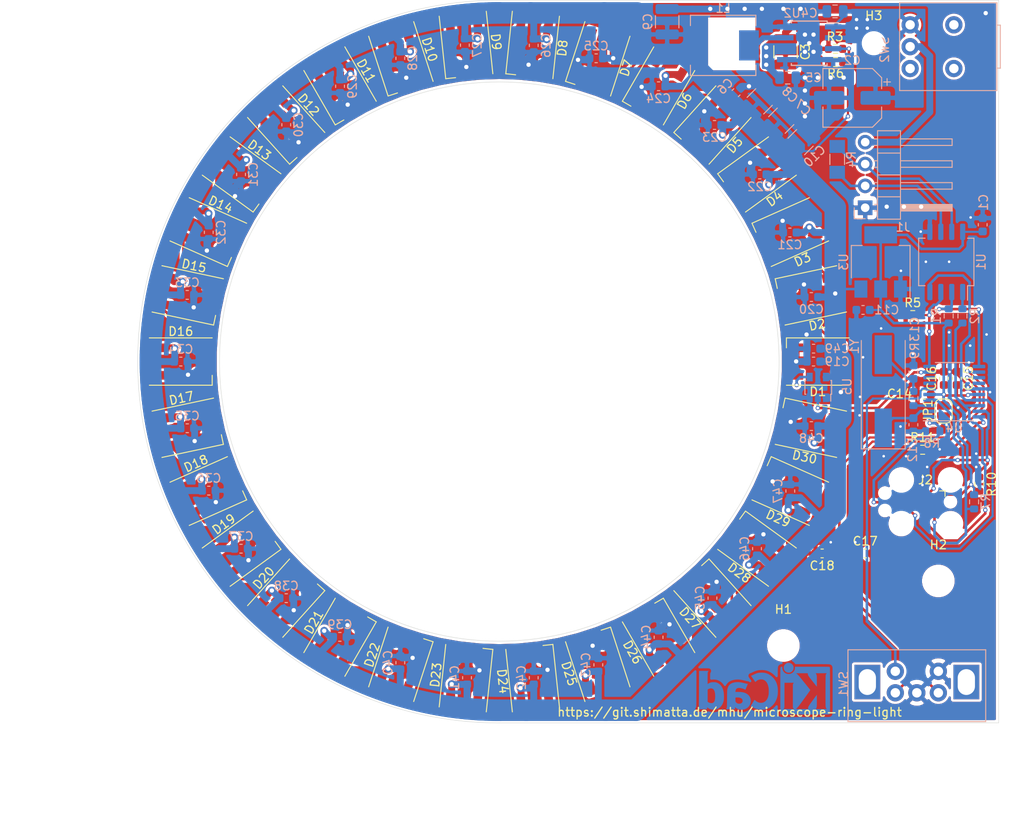
<source format=kicad_pcb>
(kicad_pcb (version 20171130) (host pcbnew 5.1.9)

  (general
    (thickness 1.6)
    (drawings 7)
    (tracks 1210)
    (zones 0)
    (modules 108)
    (nets 63)
  )

  (page A4)
  (layers
    (0 F.Cu signal)
    (31 B.Cu signal)
    (32 B.Adhes user)
    (33 F.Adhes user)
    (34 B.Paste user)
    (35 F.Paste user)
    (36 B.SilkS user)
    (37 F.SilkS user)
    (38 B.Mask user)
    (39 F.Mask user)
    (40 Dwgs.User user)
    (41 Cmts.User user)
    (42 Eco1.User user)
    (43 Eco2.User user)
    (44 Edge.Cuts user)
    (45 Margin user)
    (46 B.CrtYd user)
    (47 F.CrtYd user)
    (48 B.Fab user)
    (49 F.Fab user)
  )

  (setup
    (last_trace_width 0.25)
    (user_trace_width 0.3)
    (user_trace_width 0.6)
    (user_trace_width 0.8)
    (user_trace_width 2.5)
    (trace_clearance 0.2)
    (zone_clearance 0.3)
    (zone_45_only no)
    (trace_min 0.2)
    (via_size 0.8)
    (via_drill 0.4)
    (via_min_size 0.4)
    (via_min_drill 0.3)
    (user_via 0.5 0.3)
    (user_via 0.9 0.5)
    (uvia_size 0.3)
    (uvia_drill 0.1)
    (uvias_allowed no)
    (uvia_min_size 0.2)
    (uvia_min_drill 0.1)
    (edge_width 0.05)
    (segment_width 0.2)
    (pcb_text_width 0.3)
    (pcb_text_size 1.5 1.5)
    (mod_edge_width 0.12)
    (mod_text_size 1 1)
    (mod_text_width 0.15)
    (pad_size 2.2 2.2)
    (pad_drill 2.2)
    (pad_to_mask_clearance 0)
    (aux_axis_origin 70 70)
    (grid_origin 70 70)
    (visible_elements FFFFFF7F)
    (pcbplotparams
      (layerselection 0x010fc_ffffffff)
      (usegerberextensions true)
      (usegerberattributes true)
      (usegerberadvancedattributes true)
      (creategerberjobfile true)
      (excludeedgelayer true)
      (linewidth 0.100000)
      (plotframeref false)
      (viasonmask false)
      (mode 1)
      (useauxorigin false)
      (hpglpennumber 1)
      (hpglpenspeed 20)
      (hpglpendiameter 15.000000)
      (psnegative false)
      (psa4output false)
      (plotreference true)
      (plotvalue true)
      (plotinvisibletext false)
      (padsonsilk false)
      (subtractmaskfromsilk false)
      (outputformat 1)
      (mirror false)
      (drillshape 0)
      (scaleselection 1)
      (outputdirectory "gerber/"))
  )

  (net 0 "")
  (net 1 GND)
  (net 2 +3V3)
  (net 3 /TIM3_CH1)
  (net 4 /TIM3_CH2)
  (net 5 +12V)
  (net 6 +5V)
  (net 7 "Net-(D1-Pad4)")
  (net 8 "Net-(D1-Pad2)")
  (net 9 "Net-(D2-Pad4)")
  (net 10 "Net-(D3-Pad4)")
  (net 11 "Net-(D22-Pad4)")
  (net 12 "Net-(D4-Pad4)")
  (net 13 "Net-(D23-Pad4)")
  (net 14 "Net-(D5-Pad4)")
  (net 15 "Net-(D10-Pad2)")
  (net 16 "Net-(D10-Pad4)")
  (net 17 "Net-(D11-Pad4)")
  (net 18 "Net-(D12-Pad4)")
  (net 19 "Net-(D13-Pad4)")
  (net 20 "Net-(D14-Pad4)")
  (net 21 "Net-(D15-Pad4)")
  (net 22 "Net-(D16-Pad4)")
  (net 23 "Net-(D17-Pad4)")
  (net 24 "Net-(D18-Pad4)")
  (net 25 "Net-(D19-Pad4)")
  (net 26 "Net-(D20-Pad4)")
  (net 27 "Net-(D24-Pad4)")
  (net 28 /DMX+)
  (net 29 /DMX-)
  (net 30 /~RESET)
  (net 31 /STM_RX)
  (net 32 "Net-(J2-Pad8)")
  (net 33 /STM_TX)
  (net 34 "Net-(J2-Pad6)")
  (net 35 "Net-(J2-Pad5)")
  (net 36 /SWCLK)
  (net 37 /SWDIO)
  (net 38 /DMX_TXEN)
  (net 39 /DMX_~RXEN)
  (net 40 "/LED Grave/SK6812_DATA_IN")
  (net 41 /BUTTON)
  (net 42 "Net-(L1-Pad1)")
  (net 43 "Net-(C12-Pad1)")
  (net 44 "Net-(C13-Pad1)")
  (net 45 "Net-(D6-Pad4)")
  (net 46 "Net-(D7-Pad4)")
  (net 47 "Net-(D8-Pad4)")
  (net 48 "Net-(D21-Pad4)")
  (net 49 "Net-(D25-Pad4)")
  (net 50 "Net-(D26-Pad4)")
  (net 51 "Net-(D27-Pad4)")
  (net 52 "Net-(D28-Pad4)")
  (net 53 "Net-(D29-Pad4)")
  (net 54 "Net-(D30-Pad4)")
  (net 55 "Net-(R2-Pad2)")
  (net 56 "Net-(R3-Pad2)")
  (net 57 "Net-(U4-Pad8)")
  (net 58 "Net-(U4-Pad7)")
  (net 59 "Net-(R9-Pad1)")
  (net 60 "Net-(J1-Pad4)")
  (net 61 "Net-(SW2-Pad1)")
  (net 62 "Net-(U4-Pad14)")

  (net_class Default "This is the default net class."
    (clearance 0.2)
    (trace_width 0.25)
    (via_dia 0.8)
    (via_drill 0.4)
    (uvia_dia 0.3)
    (uvia_drill 0.1)
    (add_net +12V)
    (add_net +3V3)
    (add_net +5V)
    (add_net /BUTTON)
    (add_net /DMX+)
    (add_net /DMX-)
    (add_net /DMX_TXEN)
    (add_net /DMX_~RXEN)
    (add_net "/LED Grave/SK6812_DATA_IN")
    (add_net /STM_RX)
    (add_net /STM_TX)
    (add_net /SWCLK)
    (add_net /SWDIO)
    (add_net /TIM3_CH1)
    (add_net /TIM3_CH2)
    (add_net /~RESET)
    (add_net GND)
    (add_net "Net-(C12-Pad1)")
    (add_net "Net-(C13-Pad1)")
    (add_net "Net-(D1-Pad2)")
    (add_net "Net-(D1-Pad4)")
    (add_net "Net-(D10-Pad2)")
    (add_net "Net-(D10-Pad4)")
    (add_net "Net-(D11-Pad4)")
    (add_net "Net-(D12-Pad4)")
    (add_net "Net-(D13-Pad4)")
    (add_net "Net-(D14-Pad4)")
    (add_net "Net-(D15-Pad4)")
    (add_net "Net-(D16-Pad4)")
    (add_net "Net-(D17-Pad4)")
    (add_net "Net-(D18-Pad4)")
    (add_net "Net-(D19-Pad4)")
    (add_net "Net-(D2-Pad4)")
    (add_net "Net-(D20-Pad4)")
    (add_net "Net-(D21-Pad4)")
    (add_net "Net-(D22-Pad4)")
    (add_net "Net-(D23-Pad4)")
    (add_net "Net-(D24-Pad4)")
    (add_net "Net-(D25-Pad4)")
    (add_net "Net-(D26-Pad4)")
    (add_net "Net-(D27-Pad4)")
    (add_net "Net-(D28-Pad4)")
    (add_net "Net-(D29-Pad4)")
    (add_net "Net-(D3-Pad4)")
    (add_net "Net-(D30-Pad4)")
    (add_net "Net-(D4-Pad4)")
    (add_net "Net-(D5-Pad4)")
    (add_net "Net-(D6-Pad4)")
    (add_net "Net-(D7-Pad4)")
    (add_net "Net-(D8-Pad4)")
    (add_net "Net-(J1-Pad4)")
    (add_net "Net-(J2-Pad5)")
    (add_net "Net-(J2-Pad6)")
    (add_net "Net-(J2-Pad8)")
    (add_net "Net-(L1-Pad1)")
    (add_net "Net-(R2-Pad2)")
    (add_net "Net-(R3-Pad2)")
    (add_net "Net-(R9-Pad1)")
    (add_net "Net-(SW2-Pad1)")
    (add_net "Net-(U4-Pad14)")
    (add_net "Net-(U4-Pad7)")
    (add_net "Net-(U4-Pad8)")
  )

  (module MountingHole:MountingHole_2.2mm_M2 (layer F.Cu) (tedit 56D1B4CB) (tstamp 6021B33D)
    (at 113.5 33)
    (descr "Mounting Hole 2.2mm, no annular, M2")
    (tags "mounting hole 2.2mm no annular m2")
    (path /6022C057)
    (attr virtual)
    (fp_text reference H3 (at 0 -3.2) (layer F.SilkS)
      (effects (font (size 1 1) (thickness 0.15)))
    )
    (fp_text value MountingHole (at 0 3.2) (layer F.Fab)
      (effects (font (size 1 1) (thickness 0.15)))
    )
    (fp_circle (center 0 0) (end 2.45 0) (layer F.CrtYd) (width 0.05))
    (fp_circle (center 0 0) (end 2.2 0) (layer Cmts.User) (width 0.15))
    (fp_text user %R (at 0.3 0) (layer F.Fab)
      (effects (font (size 1 1) (thickness 0.15)))
    )
    (pad 1 np_thru_hole circle (at 0 0) (size 2.2 2.2) (drill 2.2) (layers *.Cu *.Mask))
  )

  (module shimatta_switch:EN11-VSM (layer B.Cu) (tedit 60201AA5) (tstamp 601859E7)
    (at 118.5 108.5 270)
    (path /600CCA72)
    (fp_text reference SW1 (at -1 8.5 270) (layer B.SilkS)
      (effects (font (size 1 1) (thickness 0.15)) (justify mirror))
    )
    (fp_text value Rotary_Encoder_Switch (at 2.25 0) (layer B.Fab)
      (effects (font (size 1 1) (thickness 0.15)) (justify mirror))
    )
    (fp_line (start -5 -8) (end -5 8) (layer B.SilkS) (width 0.12))
    (fp_line (start 3.35 -8) (end -5 -8) (layer B.SilkS) (width 0.12))
    (fp_line (start 3.35 8) (end 3.35 -8) (layer B.SilkS) (width 0.12))
    (fp_line (start -5 8) (end 3.35 8) (layer B.SilkS) (width 0.12))
    (fp_line (start 16.15 -3) (end 8 -3) (layer B.Fab) (width 0.12))
    (fp_line (start 16.15 3) (end 16.15 -3) (layer B.Fab) (width 0.12))
    (fp_line (start 8 3) (end 16.15 3) (layer B.Fab) (width 0.12))
    (fp_line (start 8 3.5) (end 8 -3.5) (layer B.Fab) (width 0.12))
    (fp_line (start 3.35 -3.5) (end 8 -3.5) (layer B.Fab) (width 0.12))
    (fp_line (start 3.35 3.5) (end 8 3.5) (layer B.Fab) (width 0.12))
    (fp_line (start 3.35 8) (end 3.35 -8) (layer B.Fab) (width 0.12))
    (fp_line (start -5 -8) (end 3.35 -8) (layer B.Fab) (width 0.12))
    (fp_line (start -5 8) (end -5 -8) (layer B.Fab) (width 0.12))
    (fp_line (start -5 8) (end 3.35 8) (layer B.Fab) (width 0.12))
    (pad MP thru_hole rect (at -1.25 -5.75 270) (size 4 3) (drill oval 3 2) (layers *.Cu *.Mask))
    (pad MP thru_hole rect (at -1.25 5.75 270) (size 4 3) (drill oval 3 2) (layers *.Cu *.Mask))
    (pad S2 thru_hole circle (at -2.5 -2.5 270) (size 2 2) (drill 1.1) (layers *.Cu *.Mask)
      (net 1 GND))
    (pad S1 thru_hole circle (at -2.5 2.5 270) (size 2 2) (drill 1.1) (layers *.Cu *.Mask)
      (net 41 /BUTTON))
    (pad C thru_hole circle (at 0 0 270) (size 2 2) (drill 1.1) (layers *.Cu *.Mask)
      (net 1 GND))
    (pad B thru_hole circle (at 0 2.5 270) (size 2 2) (drill 1.1) (layers *.Cu *.Mask)
      (net 4 /TIM3_CH2))
    (pad A thru_hole circle (at 0 -2.5 270) (size 2 2) (drill 1.1) (layers *.Cu *.Mask)
      (net 3 /TIM3_CH1))
  )

  (module MountingHole:MountingHole_3.2mm_M3 (layer F.Cu) (tedit 56D1B4CB) (tstamp 6020C1D2)
    (at 121 95.5)
    (descr "Mounting Hole 3.2mm, no annular, M3")
    (tags "mounting hole 3.2mm no annular m3")
    (path /6021B3E3)
    (attr virtual)
    (fp_text reference H2 (at 0 -4.2) (layer F.SilkS)
      (effects (font (size 1 1) (thickness 0.15)))
    )
    (fp_text value MountingHole (at 0 4.2) (layer F.Fab)
      (effects (font (size 1 1) (thickness 0.15)))
    )
    (fp_circle (center 0 0) (end 3.2 0) (layer Cmts.User) (width 0.15))
    (fp_circle (center 0 0) (end 3.45 0) (layer F.CrtYd) (width 0.05))
    (fp_text user %R (at 0.3 0) (layer F.Fab)
      (effects (font (size 1 1) (thickness 0.15)))
    )
    (pad 1 np_thru_hole circle (at 0 0) (size 3.2 3.2) (drill 3.2) (layers *.Cu *.Mask))
  )

  (module shimatta_switch:NINIGI-5FS1S102M6QE (layer B.Cu) (tedit 60200670) (tstamp 60208177)
    (at 122.8 33.4)
    (path /601264C2)
    (fp_text reference SW2 (at -8.05 0.35 90) (layer B.SilkS)
      (effects (font (size 1 1) (thickness 0.15)) (justify mirror))
    )
    (fp_text value "5FS1S102M6QE " (at 0 0.5) (layer B.Fab)
      (effects (font (size 1 1) (thickness 0.15)) (justify mirror))
    )
    (fp_line (start 4.95 5.1) (end 4.95 -5.1) (layer B.Fab) (width 0.12))
    (fp_line (start 4.95 -5.1) (end -5 -5.1) (layer B.Fab) (width 0.12))
    (fp_line (start 4.95 5.1) (end -5.1 5.1) (layer B.Fab) (width 0.12))
    (fp_line (start -5.1 5.1) (end -5.1 -5.1) (layer B.Fab) (width 0.12))
    (fp_line (start -5.1 -5.1) (end -5 -5.1) (layer B.Fab) (width 0.12))
    (fp_line (start 5 2.5) (end 8.1 2.5) (layer B.Fab) (width 0.12))
    (fp_line (start 8.1 2.5) (end 8.1 0) (layer B.Fab) (width 0.12))
    (fp_line (start 8.1 0) (end 5 0) (layer B.Fab) (width 0.12))
    (fp_line (start -6.3 2.5) (end -6.3 5.1) (layer B.SilkS) (width 0.12))
    (fp_line (start -6.3 5.1) (end 5 5.1) (layer B.SilkS) (width 0.12))
    (fp_line (start 5 5.1) (end 5 -5.1) (layer B.SilkS) (width 0.12))
    (fp_line (start 5 -5.1) (end -6.3 -5.1) (layer B.SilkS) (width 0.12))
    (fp_line (start -6.3 -5.1) (end -6.3 2.5) (layer B.SilkS) (width 0.12))
    (fp_line (start 5 2.5) (end 5.4 2.5) (layer B.SilkS) (width 0.12))
    (fp_line (start 5.4 2.5) (end 5.4 -2.5) (layer B.SilkS) (width 0.12))
    (fp_line (start 5.4 -2.5) (end 5 -2.5) (layer B.SilkS) (width 0.12))
    (pad 3 thru_hole circle (at -5.08 -2.54) (size 2 2) (drill 1.1) (layers *.Cu *.Mask)
      (net 5 +12V))
    (pad 2 thru_hole circle (at -5.08 0) (size 2 2) (drill 1.1) (layers *.Cu *.Mask)
      (net 60 "Net-(J1-Pad4)"))
    (pad 1 thru_hole circle (at -5.08 2.54) (size 2 2) (drill 1.1) (layers *.Cu *.Mask)
      (net 61 "Net-(SW2-Pad1)"))
    (pad "" thru_hole circle (at 0 2.54) (size 2 2) (drill 1.1) (layers *.Cu *.Mask))
    (pad "" thru_hole circle (at 0 -2.54) (size 2 2) (drill 1.1) (layers *.Cu *.Mask))
  )

  (module shimatta_artwork:shimatta_kanji_10mm_solder_mask (layer F.Cu) (tedit 0) (tstamp 6017E024)
    (at 88.5 30.5)
    (fp_text reference G*** (at 0 0) (layer F.SilkS) hide
      (effects (font (size 1.524 1.524) (thickness 0.3)))
    )
    (fp_text value LOGO (at 0.75 0) (layer F.SilkS) hide
      (effects (font (size 1.524 1.524) (thickness 0.3)))
    )
    (fp_poly (pts (xy 4.714395 -0.8769) (xy 4.78388 -0.86582) (xy 4.833603 -0.850022) (xy 4.880848 -0.822861)
      (xy 4.911494 -0.788178) (xy 4.927906 -0.743153) (xy 4.929184 -0.735983) (xy 4.931062 -0.706971)
      (xy 4.923072 -0.684686) (xy 4.909667 -0.666836) (xy 4.890689 -0.647915) (xy 4.867692 -0.633696)
      (xy 4.836589 -0.622641) (xy 4.793292 -0.61321) (xy 4.747846 -0.605906) (xy 4.698694 -0.596073)
      (xy 4.636687 -0.579736) (xy 4.56674 -0.558508) (xy 4.493772 -0.534001) (xy 4.422699 -0.507827)
      (xy 4.358439 -0.4816) (xy 4.33068 -0.469102) (xy 4.294201 -0.452154) (xy 4.26504 -0.438885)
      (xy 4.247234 -0.431115) (xy 4.243722 -0.429846) (xy 4.237223 -0.437264) (xy 4.230421 -0.448742)
      (xy 4.222343 -0.465391) (xy 4.220308 -0.471528) (xy 4.22838 -0.477338) (xy 4.250854 -0.491193)
      (xy 4.28511 -0.511541) (xy 4.328532 -0.536827) (xy 4.378503 -0.565498) (xy 4.3815 -0.567205)
      (xy 4.431797 -0.596151) (xy 4.475684 -0.621993) (xy 4.51054 -0.643139) (xy 4.533742 -0.657996)
      (xy 4.542668 -0.664972) (xy 4.542692 -0.665093) (xy 4.533645 -0.668354) (xy 4.509335 -0.672122)
      (xy 4.474006 -0.675817) (xy 4.450366 -0.677683) (xy 4.407477 -0.679838) (xy 4.366101 -0.679733)
      (xy 4.322579 -0.676971) (xy 4.273248 -0.671155) (xy 4.214446 -0.66189) (xy 4.142511 -0.648779)
      (xy 4.090884 -0.638775) (xy 4.043506 -0.630043) (xy 4.002848 -0.623644) (xy 3.972838 -0.620119)
      (xy 3.957402 -0.620006) (xy 3.956557 -0.620334) (xy 3.949316 -0.633644) (xy 3.946769 -0.653242)
      (xy 3.948484 -0.666875) (xy 3.955898 -0.678254) (xy 3.972415 -0.69008) (xy 4.001436 -0.70505)
      (xy 4.027365 -0.717171) (xy 4.129523 -0.762172) (xy 4.225433 -0.800517) (xy 4.311563 -0.830862)
      (xy 4.377063 -0.850037) (xy 4.461816 -0.867431) (xy 4.549118 -0.877705) (xy 4.634726 -0.880862)
      (xy 4.714395 -0.8769)) (layer F.Mask) (width 0.01))
    (fp_poly (pts (xy 1.650604 -0.814886) (xy 1.727978 -0.808726) (xy 1.793053 -0.797831) (xy 1.81023 -0.793406)
      (xy 1.899824 -0.762403) (xy 1.974615 -0.724253) (xy 2.038733 -0.676652) (xy 2.066192 -0.650526)
      (xy 2.126167 -0.576177) (xy 2.168183 -0.494933) (xy 2.191898 -0.408341) (xy 2.19697 -0.317951)
      (xy 2.18306 -0.225312) (xy 2.169613 -0.180708) (xy 2.13113 -0.100113) (xy 2.075008 -0.025633)
      (xy 2.002339 0.042173) (xy 1.914215 0.102743) (xy 1.81173 0.155519) (xy 1.695975 0.199941)
      (xy 1.568043 0.235447) (xy 1.429027 0.26148) (xy 1.28002 0.277478) (xy 1.274885 0.277832)
      (xy 1.226047 0.281292) (xy 1.176022 0.285076) (xy 1.13415 0.288473) (xy 1.127125 0.289083)
      (xy 1.09417 0.291559) (xy 1.075622 0.290533) (xy 1.066443 0.284419) (xy 1.061595 0.271627)
      (xy 1.060707 0.268148) (xy 1.057065 0.247819) (xy 1.057784 0.238267) (xy 1.068405 0.235107)
      (xy 1.093771 0.229719) (xy 1.129348 0.223031) (xy 1.148625 0.219649) (xy 1.300226 0.187904)
      (xy 1.436364 0.147462) (xy 1.556594 0.098571) (xy 1.66047 0.041479) (xy 1.747548 -0.023568)
      (xy 1.817383 -0.096322) (xy 1.869531 -0.176536) (xy 1.872666 -0.182744) (xy 1.899898 -0.255177)
      (xy 1.91235 -0.329707) (xy 1.910903 -0.403571) (xy 1.896432 -0.474006) (xy 1.869818 -0.53825)
      (xy 1.831938 -0.593539) (xy 1.783671 -0.637111) (xy 1.725894 -0.666203) (xy 1.718193 -0.668641)
      (xy 1.664892 -0.679) (xy 1.600765 -0.683159) (xy 1.533513 -0.681115) (xy 1.470839 -0.672868)
      (xy 1.452141 -0.668701) (xy 1.395858 -0.650331) (xy 1.327701 -0.621188) (xy 1.250878 -0.582923)
      (xy 1.168596 -0.537185) (xy 1.084062 -0.485625) (xy 1.038539 -0.455898) (xy 0.99135 -0.424741)
      (xy 0.948533 -0.397241) (xy 0.913241 -0.375365) (xy 0.888627 -0.361079) (xy 0.879184 -0.356562)
      (xy 0.852674 -0.356911) (xy 0.816595 -0.369468) (xy 0.774454 -0.391923) (xy 0.729758 -0.421967)
      (xy 0.686017 -0.457291) (xy 0.646737 -0.495585) (xy 0.62117 -0.526415) (xy 0.588588 -0.577762)
      (xy 0.572878 -0.620344) (xy 0.573834 -0.654893) (xy 0.580838 -0.669906) (xy 0.594372 -0.685927)
      (xy 0.610035 -0.691787) (xy 0.631601 -0.687028) (xy 0.662843 -0.671194) (xy 0.686196 -0.657182)
      (xy 0.720932 -0.637671) (xy 0.751557 -0.626452) (xy 0.782484 -0.62365) (xy 0.818124 -0.62939)
      (xy 0.862886 -0.643797) (xy 0.912991 -0.663605) (xy 1.036058 -0.710583) (xy 1.16142 -0.751468)
      (xy 1.281419 -0.783832) (xy 1.319252 -0.792381) (xy 1.395255 -0.805058) (xy 1.479186 -0.813041)
      (xy 1.565988 -0.81632) (xy 1.650604 -0.814886)) (layer F.Mask) (width 0.01))
    (fp_poly (pts (xy -3.582865 -1.822007) (xy -3.515241 -1.814199) (xy -3.449153 -1.804227) (xy -3.389301 -1.792958)
      (xy -3.340383 -1.781261) (xy -3.311613 -1.771913) (xy -3.276141 -1.751813) (xy -3.259485 -1.728548)
      (xy -3.26152 -1.703747) (xy -3.282121 -1.67904) (xy -3.320478 -1.656363) (xy -3.360615 -1.638263)
      (xy -3.360615 -0.976923) (xy -3.050826 -0.976923) (xy -2.954163 -1.088964) (xy -2.919806 -1.128001)
      (xy -2.889329 -1.161159) (xy -2.865219 -1.185844) (xy -2.849965 -1.199462) (xy -2.846449 -1.20131)
      (xy -2.835962 -1.194912) (xy -2.814321 -1.177068) (xy -2.784203 -1.150137) (xy -2.748279 -1.116476)
      (xy -2.727541 -1.09646) (xy -2.67764 -1.046194) (xy -2.642082 -1.00633) (xy -2.619782 -0.975279)
      (xy -2.609656 -0.951451) (xy -2.610618 -0.933259) (xy -2.612926 -0.928632) (xy -2.624147 -0.925565)
      (xy -2.653815 -0.923044) (xy -2.702136 -0.921066) (xy -2.769318 -0.919623) (xy -2.855568 -0.918711)
      (xy -2.961091 -0.918323) (xy -2.989961 -0.918308) (xy -3.360615 -0.918308) (xy -3.360615 0.283308)
      (xy -3.129986 0.283308) (xy -3.033787 0.175846) (xy -2.999541 0.138053) (xy -2.969777 0.106078)
      (xy -2.946943 0.082482) (xy -2.933485 0.069827) (xy -2.93114 0.068385) (xy -2.919969 0.07459)
      (xy -2.897693 0.091366) (xy -2.86749 0.115947) (xy -2.832539 0.145572) (xy -2.796016 0.177478)
      (xy -2.761101 0.208901) (xy -2.730971 0.237078) (xy -2.708805 0.259246) (xy -2.700009 0.269337)
      (xy -2.683503 0.294256) (xy -2.67963 0.311194) (xy -2.683326 0.320827) (xy -2.686397 0.323798)
      (xy -2.692458 0.326396) (xy -2.702777 0.328652) (xy -2.718621 0.330596) (xy -2.741255 0.332258)
      (xy -2.771947 0.333668) (xy -2.811963 0.334857) (xy -2.862571 0.335854) (xy -2.925035 0.33669)
      (xy -3.000624 0.337395) (xy -3.090604 0.337999) (xy -3.196241 0.338533) (xy -3.318803 0.339025)
      (xy -3.459555 0.339508) (xy -3.469197 0.339539) (xy -3.610444 0.339985) (xy -3.733438 0.340335)
      (xy -3.839466 0.340559) (xy -3.929812 0.340631) (xy -4.005764 0.340522) (xy -4.068607 0.340206)
      (xy -4.119627 0.339653) (xy -4.16011 0.338837) (xy -4.191341 0.33773) (xy -4.214607 0.336304)
      (xy -4.231193 0.334532) (xy -4.242386 0.332386) (xy -4.24947 0.329837) (xy -4.253733 0.326859)
      (xy -4.256459 0.323424) (xy -4.256999 0.322575) (xy -4.266637 0.303256) (xy -4.269154 0.29321)
      (xy -4.259449 0.290091) (xy -4.230577 0.287546) (xy -4.182901 0.285586) (xy -4.116783 0.284223)
      (xy -4.032588 0.283468) (xy -3.961423 0.283308) (xy -3.653692 0.283308) (xy -3.653692 -0.918308)
      (xy -4.257138 -0.918308) (xy -4.272915 -0.942387) (xy -4.284228 -0.961246) (xy -4.288692 -0.971695)
      (xy -4.279306 -0.972955) (xy -4.252675 -0.974106) (xy -4.211094 -0.97511) (xy -4.156857 -0.975929)
      (xy -4.092259 -0.976526) (xy -4.019594 -0.976862) (xy -3.971192 -0.976923) (xy -3.653692 -0.976923)
      (xy -3.653692 -1.828829) (xy -3.582865 -1.822007)) (layer F.Mask) (width 0.01))
    (fp_poly (pts (xy 3.904032 -0.197936) (xy 3.910454 -0.175775) (xy 3.906745 -0.137905) (xy 3.901871 -0.115807)
      (xy 3.8929 -0.054548) (xy 3.899435 -0.003419) (xy 3.921958 0.039942) (xy 3.937317 0.05743)
      (xy 3.983651 0.090836) (xy 4.046963 0.115775) (xy 4.126609 0.132224) (xy 4.221946 0.140156)
      (xy 4.332331 0.139548) (xy 4.457122 0.130375) (xy 4.595675 0.112611) (xy 4.73652 0.08832)
      (xy 4.805929 0.077784) (xy 4.861782 0.076145) (xy 4.908114 0.083803) (xy 4.948965 0.101158)
      (xy 4.964712 0.11093) (xy 4.998848 0.141606) (xy 5.016099 0.178253) (xy 5.018518 0.225258)
      (xy 5.018467 0.225887) (xy 5.009775 0.268563) (xy 4.990561 0.30448) (xy 4.959619 0.334105)
      (xy 4.915748 0.357905) (xy 4.857744 0.376348) (xy 4.784402 0.389901) (xy 4.694521 0.39903)
      (xy 4.586896 0.404204) (xy 4.557346 0.404928) (xy 4.497057 0.405929) (xy 4.441733 0.406402)
      (xy 4.395039 0.406351) (xy 4.360638 0.405779) (xy 4.342423 0.404722) (xy 4.319441 0.401683)
      (xy 4.28352 0.39706) (xy 4.241108 0.391681) (xy 4.225192 0.389681) (xy 4.115447 0.369458)
      (xy 4.020455 0.338355) (xy 3.940676 0.296748) (xy 3.876572 0.245012) (xy 3.828605 0.183523)
      (xy 3.797235 0.112656) (xy 3.782923 0.032787) (xy 3.782704 0.029266) (xy 3.781224 -0.012946)
      (xy 3.783462 -0.043595) (xy 3.790646 -0.0705) (xy 3.802879 -0.099089) (xy 3.82194 -0.134092)
      (xy 3.843923 -0.166158) (xy 3.865367 -0.190943) (xy 3.882809 -0.2041) (xy 3.887353 -0.205154)
      (xy 3.904032 -0.197936)) (layer F.Mask) (width 0.01))
    (fp_poly (pts (xy 3.669072 -1.737221) (xy 3.723446 -1.720007) (xy 3.781495 -1.694026) (xy 3.838701 -1.661833)
      (xy 3.890541 -1.625982) (xy 3.932494 -1.589028) (xy 3.960041 -1.553525) (xy 3.960753 -1.552219)
      (xy 3.979622 -1.51702) (xy 3.909465 -1.365297) (xy 3.886433 -1.315156) (xy 3.866579 -1.271297)
      (xy 3.851243 -1.236734) (xy 3.841768 -1.214483) (xy 3.839308 -1.207595) (xy 3.847981 -1.202534)
      (xy 3.871822 -1.203135) (xy 3.907564 -1.208592) (xy 3.951939 -1.218096) (xy 4.00168 -1.230838)
      (xy 4.053518 -1.246011) (xy 4.104188 -1.262807) (xy 4.15042 -1.280417) (xy 4.172358 -1.289966)
      (xy 4.219217 -1.310539) (xy 4.254335 -1.322652) (xy 4.283112 -1.327224) (xy 4.310948 -1.325172)
      (xy 4.339677 -1.318416) (xy 4.383852 -1.298692) (xy 4.418931 -1.268658) (xy 4.442336 -1.232142)
      (xy 4.451487 -1.192974) (xy 4.446118 -1.160422) (xy 4.42479 -1.13) (xy 4.385074 -1.100403)
      (xy 4.328114 -1.072009) (xy 4.255054 -1.045195) (xy 4.16704 -1.020337) (xy 4.065217 -0.997812)
      (xy 3.950728 -0.977995) (xy 3.849841 -0.964231) (xy 3.748027 -0.951858) (xy 3.532052 -0.312294)
      (xy 3.495626 -0.204625) (xy 3.460792 -0.10204) (xy 3.428087 -0.0061) (xy 3.398047 0.081637)
      (xy 3.371212 0.159613) (xy 3.348117 0.226269) (xy 3.329301 0.280047) (xy 3.315301 0.319388)
      (xy 3.306653 0.342734) (xy 3.304216 0.348492) (xy 3.274098 0.384177) (xy 3.234429 0.404864)
      (xy 3.189514 0.40933) (xy 3.143659 0.396352) (xy 3.140829 0.394917) (xy 3.091868 0.359768)
      (xy 3.058822 0.313509) (xy 3.041487 0.255781) (xy 3.038541 0.214923) (xy 3.044134 0.164705)
      (xy 3.061975 0.111422) (xy 3.093319 0.052068) (xy 3.129539 -0.002619) (xy 3.158529 -0.046277)
      (xy 3.18709 -0.095478) (xy 3.216473 -0.152808) (xy 3.247929 -0.220855) (xy 3.282711 -0.302203)
      (xy 3.322068 -0.399441) (xy 3.324529 -0.405651) (xy 3.349288 -0.468852) (xy 3.375322 -0.536462)
      (xy 3.401694 -0.605925) (xy 3.427463 -0.674689) (xy 3.451691 -0.740198) (xy 3.47344 -0.799898)
      (xy 3.491769 -0.851234) (xy 3.505741 -0.891653) (xy 3.514415 -0.918599) (xy 3.516923 -0.929052)
      (xy 3.507672 -0.932617) (xy 3.481954 -0.935107) (xy 3.442819 -0.936341) (xy 3.396225 -0.93619)
      (xy 3.344671 -0.935607) (xy 3.307817 -0.936336) (xy 3.280835 -0.939051) (xy 3.258899 -0.944425)
      (xy 3.237179 -0.953132) (xy 3.221605 -0.960548) (xy 3.162098 -0.998983) (xy 3.110358 -1.050347)
      (xy 3.071208 -1.109416) (xy 3.0592 -1.136534) (xy 3.043898 -1.185663) (xy 3.038187 -1.223343)
      (xy 3.041298 -1.248209) (xy 3.052463 -1.2589) (xy 3.070913 -1.25405) (xy 3.09588 -1.232297)
      (xy 3.106299 -1.220086) (xy 3.140948 -1.184785) (xy 3.180552 -1.161374) (xy 3.229381 -1.148184)
      (xy 3.291704 -1.143542) (xy 3.302 -1.143479) (xy 3.358061 -1.144554) (xy 3.414457 -1.147456)
      (xy 3.467586 -1.151798) (xy 3.513847 -1.157193) (xy 3.549637 -1.163256) (xy 3.571356 -1.169599)
      (xy 3.575881 -1.172862) (xy 3.58065 -1.186705) (xy 3.588313 -1.215792) (xy 3.59801 -1.256194)
      (xy 3.608882 -1.303979) (xy 3.620069 -1.355218) (xy 3.630711 -1.40598) (xy 3.639949 -1.452335)
      (xy 3.646923 -1.490354) (xy 3.650558 -1.514241) (xy 3.652583 -1.537485) (xy 3.650057 -1.554486)
      (xy 3.640231 -1.570703) (xy 3.620353 -1.591593) (xy 3.603476 -1.607678) (xy 3.575042 -1.633585)
      (xy 3.549825 -1.654898) (xy 3.533063 -1.667199) (xy 3.53251 -1.667516) (xy 3.519407 -1.681919)
      (xy 3.522214 -1.698894) (xy 3.537965 -1.715961) (xy 3.563697 -1.730641) (xy 3.596443 -1.740453)
      (xy 3.622897 -1.743114) (xy 3.669072 -1.737221)) (layer F.Mask) (width 0.01))
    (fp_poly (pts (xy -4.450314 -1.843074) (xy -4.421207 -1.834144) (xy -4.382284 -1.821098) (xy -4.337733 -1.80544)
      (xy -4.291741 -1.788674) (xy -4.248497 -1.772302) (xy -4.21219 -1.757829) (xy -4.187009 -1.746758)
      (xy -4.184754 -1.745638) (xy -4.138598 -1.719108) (xy -4.111335 -1.695451) (xy -4.102693 -1.673752)
      (xy -4.112396 -1.653093) (xy -4.140172 -1.632559) (xy -4.149481 -1.627556) (xy -4.168557 -1.617176)
      (xy -4.183279 -1.606335) (xy -4.195994 -1.591609) (xy -4.209051 -1.569578) (xy -4.224797 -1.536819)
      (xy -4.24558 -1.489912) (xy -4.248469 -1.483295) (xy -4.274166 -1.426281) (xy -4.305194 -1.360264)
      (xy -4.337634 -1.293449) (xy -4.367399 -1.234364) (xy -4.433745 -1.10592) (xy -4.385642 -1.076017)
      (xy -4.352834 -1.051632) (xy -4.338819 -1.029943) (xy -4.34334 -1.009288) (xy -4.366144 -0.988004)
      (xy -4.37161 -0.98434) (xy -4.405681 -0.962269) (xy -4.405869 -0.258884) (xy -4.406057 0.4445)
      (xy -4.43774 0.466007) (xy -4.488967 0.494274) (xy -4.544054 0.513762) (xy -4.597662 0.523266)
      (xy -4.644454 0.521583) (xy -4.662365 0.516665) (xy -4.689231 0.506372) (xy -4.689231 -0.755182)
      (xy -4.784481 -0.663184) (xy -4.842542 -0.608099) (xy -4.892151 -0.563065) (xy -4.932115 -0.529092)
      (xy -4.96124 -0.507189) (xy -4.978332 -0.498365) (xy -4.979675 -0.498231) (xy -4.994042 -0.504943)
      (xy -5.000311 -0.511035) (xy -5.00264 -0.52155) (xy -4.996358 -0.539837) (xy -4.980248 -0.568519)
      (xy -4.957004 -0.604397) (xy -4.858701 -0.7631) (xy -4.766712 -0.935035) (xy -4.683977 -1.114189)
      (xy -4.613433 -1.294549) (xy -4.598294 -1.338384) (xy -4.578583 -1.400189) (xy -4.557844 -1.470622)
      (xy -4.537235 -1.545225) (xy -4.517912 -1.619537) (xy -4.501029 -1.6891) (xy -4.487744 -1.749453)
      (xy -4.479212 -1.796139) (xy -4.478651 -1.799981) (xy -4.473579 -1.826977) (xy -4.46802 -1.84371)
      (xy -4.465414 -1.846384) (xy -4.450314 -1.843074)) (layer F.Mask) (width 0.01))
    (fp_poly (pts (xy -1.919394 -1.844364) (xy -1.881995 -1.838959) (xy -1.83621 -1.831152) (xy -1.787182 -1.821928)
      (xy -1.740055 -1.812271) (xy -1.699974 -1.803165) (xy -1.672081 -1.795593) (xy -1.665658 -1.793285)
      (xy -1.641617 -1.78009) (xy -1.626567 -1.766036) (xy -1.625347 -1.763663) (xy -1.626838 -1.74347)
      (xy -1.641826 -1.72305) (xy -1.660978 -1.710965) (xy -1.673678 -1.701253) (xy -1.695449 -1.680074)
      (xy -1.722813 -1.650936) (xy -1.742271 -1.629019) (xy -1.808024 -1.553308) (xy -0.594458 -1.553308)
      (xy -0.497222 -1.643673) (xy -0.460879 -1.677064) (xy -0.429285 -1.705373) (xy -0.405355 -1.726043)
      (xy -0.392001 -1.736515) (xy -0.390655 -1.737241) (xy -0.378973 -1.732798) (xy -0.356469 -1.717835)
      (xy -0.326597 -1.69517) (xy -0.292814 -1.66762) (xy -0.258573 -1.638004) (xy -0.227331 -1.609139)
      (xy -0.202541 -1.583843) (xy -0.202446 -1.583738) (xy -0.182214 -1.558813) (xy -0.169009 -1.537693)
      (xy -0.166077 -1.528615) (xy -0.172848 -1.514531) (xy -0.19409 -1.504447) (xy -0.231197 -1.498051)
      (xy -0.285562 -1.495033) (xy -0.318136 -1.494692) (xy -0.420077 -1.494692) (xy -0.420077 -1.318846)
      (xy -0.419978 -1.256308) (xy -0.419487 -1.210659) (xy -0.418317 -1.179249) (xy -0.416179 -1.159428)
      (xy -0.412785 -1.148545) (xy -0.407847 -1.143953) (xy -0.401076 -1.143) (xy -0.400946 -1.143)
      (xy -0.386656 -1.149096) (xy -0.361172 -1.165768) (xy -0.327888 -1.190596) (xy -0.290196 -1.221155)
      (xy -0.283437 -1.226881) (xy -0.185058 -1.310762) (xy -0.10076 -1.243977) (xy -0.050552 -1.202931)
      (xy -0.015414 -1.170918) (xy 0.005972 -1.146334) (xy 0.014925 -1.127576) (xy 0.012767 -1.113042)
      (xy 0.010144 -1.109259) (xy 0.003296 -1.104152) (xy -0.009271 -1.10031) (xy -0.030021 -1.097563)
      (xy -0.061416 -1.095745) (xy -0.105922 -1.094686) (xy -0.166 -1.09422) (xy -0.211235 -1.094154)
      (xy -0.420077 -1.094154) (xy -0.420077 -0.796651) (xy -0.342531 -0.873741) (xy -0.264986 -0.950832)
      (xy -0.208446 -0.912589) (xy -0.167434 -0.882691) (xy -0.128134 -0.850225) (xy -0.093355 -0.817971)
      (xy -0.065901 -0.78871) (xy -0.048579 -0.765224) (xy -0.044196 -0.750292) (xy -0.044312 -0.749955)
      (xy -0.049346 -0.741378) (xy -0.058613 -0.734832) (xy -0.07451 -0.730046) (xy -0.099432 -0.726751)
      (xy -0.135776 -0.724675) (xy -0.185938 -0.72355) (xy -0.252314 -0.723104) (xy -0.282819 -0.723056)
      (xy -0.35028 -0.722753) (xy -0.400068 -0.721869) (xy -0.434048 -0.72028) (xy -0.45408 -0.717863)
      (xy -0.462026 -0.714494) (xy -0.461108 -0.7112) (xy -0.44997 -0.689047) (xy -0.45748 -0.665224)
      (xy -0.478692 -0.644769) (xy -0.508 -0.6239) (xy -0.508 -0.420077) (xy -0.477382 -0.420077)
      (xy -0.461294 -0.422557) (xy -0.442702 -0.431376) (xy -0.418593 -0.448598) (xy -0.385953 -0.47629)
      (xy -0.356469 -0.502961) (xy -0.266175 -0.585845) (xy -0.218568 -0.550365) (xy -0.181106 -0.520775)
      (xy -0.144068 -0.488675) (xy -0.111503 -0.457853) (xy -0.087463 -0.432099) (xy -0.077422 -0.418313)
      (xy -0.075189 -0.398832) (xy -0.083756 -0.386563) (xy -0.091624 -0.381323) (xy -0.105009 -0.377396)
      (xy -0.126449 -0.374606) (xy -0.158481 -0.372774) (xy -0.203641 -0.371725) (xy -0.264466 -0.371281)
      (xy -0.303544 -0.371231) (xy -0.508 -0.371231) (xy -0.508 0) (xy -0.3887 0)
      (xy -0.205168 -0.16847) (xy -0.150791 -0.135523) (xy -0.100701 -0.103092) (xy -0.054861 -0.069559)
      (xy -0.016657 -0.037706) (xy 0.010525 -0.010313) (xy 0.022021 0.006433) (xy 0.027543 0.021071)
      (xy 0.028068 0.032697) (xy 0.021764 0.041653) (xy 0.006799 0.048284) (xy -0.01866 0.052935)
      (xy -0.056445 0.05595) (xy -0.10839 0.057672) (xy -0.176326 0.058445) (xy -0.255867 0.058616)
      (xy -0.508 0.058616) (xy -0.508 0.466604) (xy -0.543753 0.493875) (xy -0.5926 0.523223)
      (xy -0.644919 0.541308) (xy -0.695188 0.546772) (xy -0.732692 0.540297) (xy -0.744774 0.534806)
      (xy -0.754082 0.526462) (xy -0.760975 0.512889) (xy -0.765812 0.491713) (xy -0.768952 0.460557)
      (xy -0.770752 0.417047) (xy -0.771572 0.358808) (xy -0.771769 0.283463) (xy -0.771769 0.058616)
      (xy -1.394753 0.058616) (xy -1.41053 0.034536) (xy -1.421843 0.015678) (xy -1.426308 0.005228)
      (xy -1.417182 0.00317) (xy -1.392375 0.001493) (xy -1.355744 0.000377) (xy -1.313962 0)
      (xy -1.201615 0) (xy -1.201615 -0.371231) (xy -0.957385 -0.371231) (xy -0.957385 0)
      (xy -0.771769 0) (xy -0.771769 -0.371231) (xy -0.957385 -0.371231) (xy -1.201615 -0.371231)
      (xy -1.201615 -0.525857) (xy -1.069823 -0.472967) (xy -1.016817 -0.45199) (xy -0.977102 -0.437427)
      (xy -0.945959 -0.428116) (xy -0.918668 -0.422894) (xy -0.89051 -0.420602) (xy -0.856765 -0.420077)
      (xy -0.771769 -0.420077) (xy -0.771769 -0.722923) (xy -1.634867 -0.722923) (xy -1.61239 -0.698997)
      (xy -1.596848 -0.67546) (xy -1.599367 -0.65576) (xy -1.620531 -0.638413) (xy -1.63965 -0.629608)
      (xy -1.673862 -0.607744) (xy -1.71065 -0.569566) (xy -1.747587 -0.517644) (xy -1.75162 -0.511096)
      (xy -1.75152 -0.505437) (xy -1.74135 -0.501646) (xy -1.718505 -0.499402) (xy -1.680386 -0.498385)
      (xy -1.647158 -0.498231) (xy -1.534883 -0.498231) (xy -1.475412 -0.553291) (xy -1.447839 -0.57803)
      (xy -1.426122 -0.596036) (xy -1.413794 -0.604434) (xy -1.412358 -0.604579) (xy -1.387692 -0.577268)
      (xy -1.357837 -0.542223) (xy -1.32602 -0.503473) (xy -1.295468 -0.46505) (xy -1.269407 -0.430983)
      (xy -1.251065 -0.405304) (xy -1.245244 -0.395856) (xy -1.226039 -0.359747) (xy -1.271127 -0.319085)
      (xy -1.299345 -0.28887) (xy -1.328995 -0.249669) (xy -1.352273 -0.212352) (xy -1.421159 -0.103641)
      (xy -1.507092 0.002805) (xy -1.607579 0.104708) (xy -1.72013 0.199787) (xy -1.842253 0.285763)
      (xy -1.971455 0.360358) (xy -1.987081 0.368319) (xy -2.044203 0.395745) (xy -2.104073 0.422294)
      (xy -2.163731 0.446882) (xy -2.220219 0.468425) (xy -2.270577 0.485838) (xy -2.311847 0.498037)
      (xy -2.341069 0.503939) (xy -2.354601 0.502982) (xy -2.363498 0.492316) (xy -2.35879 0.478308)
      (xy -2.339261 0.459587) (xy -2.303696 0.43478) (xy -2.28232 0.421379) (xy -2.201566 0.368801)
      (xy -2.116594 0.308129) (xy -2.033772 0.244174) (xy -1.95947 0.181745) (xy -1.931654 0.156502)
      (xy -1.893852 0.120358) (xy -1.869903 0.095101) (xy -1.858655 0.079105) (xy -1.858958 0.070742)
      (xy -1.869294 0.068385) (xy -1.890535 0.058644) (xy -1.910327 0.029427) (xy -1.928664 -0.019257)
      (xy -1.935763 -0.04485) (xy -1.953408 -0.103979) (xy -1.973871 -0.15674) (xy -1.995002 -0.197934)
      (xy -2.005168 -0.212598) (xy -2.014656 -0.21693) (xy -2.030514 -0.210297) (xy -2.056217 -0.191185)
      (xy -2.058255 -0.189522) (xy -2.083064 -0.16973) (xy -2.11878 -0.141928) (xy -2.160649 -0.109789)
      (xy -2.203916 -0.076985) (xy -2.204407 -0.076615) (xy -2.248193 -0.044274) (xy -2.279378 -0.022973)
      (xy -2.300428 -0.011315) (xy -2.313811 -0.007902) (xy -2.321099 -0.010522) (xy -2.332834 -0.023783)
      (xy -2.334846 -0.029259) (xy -2.329106 -0.03977) (xy -2.313843 -0.061259) (xy -2.291994 -0.089655)
      (xy -2.284613 -0.098889) (xy -2.22415 -0.179007) (xy -2.161423 -0.271256) (xy -2.147432 -0.293745)
      (xy -1.945254 -0.293745) (xy -1.9178 -0.287849) (xy -1.844396 -0.264231) (xy -1.78592 -0.228069)
      (xy -1.742242 -0.179266) (xy -1.724151 -0.146275) (xy -1.713023 -0.122751) (xy -1.705495 -0.108964)
      (xy -1.704123 -0.107461) (xy -1.698102 -0.115076) (xy -1.684494 -0.135206) (xy -1.66604 -0.163778)
      (xy -1.662664 -0.169109) (xy -1.646605 -0.196) (xy -1.626293 -0.232122) (xy -1.603673 -0.273751)
      (xy -1.58069 -0.317166) (xy -1.559289 -0.358643) (xy -1.541414 -0.394459) (xy -1.52901 -0.420893)
      (xy -1.524021 -0.43422) (xy -1.524 -0.434553) (xy -1.533201 -0.436299) (xy -1.558534 -0.437719)
      (xy -1.596594 -0.438706) (xy -1.643976 -0.439151) (xy -1.668096 -0.439144) (xy -1.812192 -0.438672)
      (xy -1.878723 -0.366208) (xy -1.945254 -0.293745) (xy -2.147432 -0.293745) (xy -2.100448 -0.369266)
      (xy -2.045236 -0.466664) (xy -2.011507 -0.532423) (xy -1.98792 -0.581779) (xy -1.967144 -0.626875)
      (xy -1.950864 -0.663924) (xy -1.940771 -0.689138) (xy -1.938586 -0.696058) (xy -1.93219 -0.722923)
      (xy -2.079233 -0.722923) (xy -2.135866 -0.723061) (xy -2.176183 -0.723763) (xy -2.203404 -0.72546)
      (xy -2.22075 -0.728583) (xy -2.231444 -0.733562) (xy -2.238706 -0.74083) (xy -2.241485 -0.744635)
      (xy -2.252811 -0.763347) (xy -2.256692 -0.773943) (xy -2.247477 -0.776546) (xy -2.222047 -0.778764)
      (xy -2.183723 -0.780432) (xy -2.135827 -0.781382) (xy -2.105269 -0.781538) (xy -1.953846 -0.781538)
      (xy -1.953846 -1.093773) (xy -1.984421 -1.094154) (xy -1.699846 -1.094154) (xy -1.699846 -0.781538)
      (xy -1.524 -0.781538) (xy -1.524 -1.094154) (xy -1.279769 -1.094154) (xy -1.279769 -0.781538)
      (xy -1.103923 -0.781538) (xy -1.103923 -1.094154) (xy -0.849923 -1.094154) (xy -0.849923 -0.781538)
      (xy -0.674077 -0.781538) (xy -0.674077 -1.094154) (xy -0.849923 -1.094154) (xy -1.103923 -1.094154)
      (xy -1.279769 -1.094154) (xy -1.524 -1.094154) (xy -1.699846 -1.094154) (xy -1.984421 -1.094154)
      (xy -2.165144 -1.096406) (xy -2.234576 -1.097334) (xy -2.287068 -1.098347) (xy -2.325216 -1.099726)
      (xy -2.351617 -1.101754) (xy -2.368868 -1.104714) (xy -2.379566 -1.10889) (xy -2.386307 -1.114564)
      (xy -2.391028 -1.121019) (xy -2.405614 -1.143) (xy -1.953846 -1.143) (xy -1.953846 -1.418168)
      (xy -1.980712 -1.397535) (xy -2.032479 -1.359571) (xy -2.090212 -1.320097) (xy -2.146086 -1.284349)
      (xy -2.179002 -1.264853) (xy -2.209919 -1.248152) (xy -2.229037 -1.240688) (xy -2.241103 -1.241303)
      (xy -2.249687 -1.247643) (xy -2.255325 -1.25616) (xy -2.254622 -1.267439) (xy -2.246051 -1.284968)
      (xy -2.228086 -1.312236) (xy -2.210701 -1.336762) (xy -2.140125 -1.443624) (xy -2.111377 -1.494692)
      (xy -1.699846 -1.494692) (xy -1.699846 -1.143) (xy -1.524 -1.143) (xy -1.524 -1.494692)
      (xy -1.279769 -1.494692) (xy -1.279769 -1.143) (xy -1.103923 -1.143) (xy -1.103923 -1.494692)
      (xy -0.849923 -1.494692) (xy -0.849923 -1.143) (xy -0.674077 -1.143) (xy -0.674077 -1.494692)
      (xy -0.849923 -1.494692) (xy -1.103923 -1.494692) (xy -1.279769 -1.494692) (xy -1.524 -1.494692)
      (xy -1.699846 -1.494692) (xy -2.111377 -1.494692) (xy -2.076351 -1.556911) (xy -2.022321 -1.670896)
      (xy -1.980979 -1.779854) (xy -1.977668 -1.790211) (xy -1.964514 -1.825289) (xy -1.952054 -1.843074)
      (xy -1.943264 -1.846384) (xy -1.919394 -1.844364)) (layer F.Mask) (width 0.01))
    (fp_poly (pts (xy -0.802099 1.070158) (xy -0.791846 1.081035) (xy -0.777413 1.111229) (xy -0.782485 1.140329)
      (xy -0.803008 1.164981) (xy -0.831546 1.180305) (xy -0.860061 1.176312) (xy -0.88456 1.158098)
      (xy -0.903765 1.13374) (xy -0.906257 1.111825) (xy -0.892337 1.086106) (xy -0.888291 1.080818)
      (xy -0.861205 1.059245) (xy -0.831005 1.055695) (xy -0.802099 1.070158)) (layer F.Mask) (width 0.01))
    (fp_poly (pts (xy 0.080297 1.3191) (xy 0.125771 1.345358) (xy 0.152577 1.373188) (xy 0.180731 1.410065)
      (xy 0.183814 1.586478) (xy 0.185487 1.650324) (xy 0.187999 1.703674) (xy 0.191173 1.744022)
      (xy 0.194831 1.768864) (xy 0.197222 1.77533) (xy 0.213481 1.783903) (xy 0.238852 1.787753)
      (xy 0.240542 1.787769) (xy 0.263603 1.790132) (xy 0.272652 1.799263) (xy 0.273538 1.807308)
      (xy 0.272556 1.814909) (xy 0.267645 1.820234) (xy 0.255863 1.823685) (xy 0.234266 1.825666)
      (xy 0.199908 1.826583) (xy 0.149847 1.826838) (xy 0.131168 1.826846) (xy 0.075655 1.826666)
      (xy 0.036847 1.825895) (xy 0.011913 1.824188) (xy -0.001977 1.821198) (xy -0.007656 1.81658)
      (xy -0.007955 1.809989) (xy -0.007931 1.809862) (xy 0.003274 1.794552) (xy 0.014766 1.789943)
      (xy 0.040674 1.785404) (xy 0.056786 1.782164) (xy 0.079379 1.77732) (xy 0.076324 1.602575)
      (xy 0.07513 1.540071) (xy 0.073784 1.494035) (xy 0.071875 1.461401) (xy 0.068992 1.4391)
      (xy 0.064727 1.424065) (xy 0.058668 1.413227) (xy 0.050405 1.403519) (xy 0.049585 1.402645)
      (xy 0.018289 1.381785) (xy -0.017565 1.377181) (xy -0.053905 1.387557) (xy -0.086657 1.41164)
      (xy -0.11175 1.448156) (xy -0.114311 1.453926) (xy -0.121097 1.479773) (xy -0.126816 1.519311)
      (xy -0.13124 1.567557) (xy -0.134142 1.619526) (xy -0.135296 1.670235) (xy -0.134473 1.714698)
      (xy -0.131448 1.747932) (xy -0.128291 1.760904) (xy -0.117156 1.779704) (xy -0.099101 1.786984)
      (xy -0.08328 1.787769) (xy -0.059613 1.789922) (xy -0.050013 1.79834) (xy -0.048846 1.807308)
      (xy -0.049861 1.815039) (xy -0.054906 1.820409) (xy -0.066985 1.823845) (xy -0.089101 1.825777)
      (xy -0.124255 1.826634) (xy -0.17545 1.826844) (xy -0.185615 1.826846) (xy -0.239737 1.826701)
      (xy -0.277324 1.825981) (xy -0.301377 1.824255) (xy -0.314901 1.821096) (xy -0.320897 1.816074)
      (xy -0.322369 1.80876) (xy -0.322385 1.807308) (xy -0.318514 1.793788) (xy -0.303445 1.788375)
      (xy -0.288536 1.787769) (xy -0.259067 1.782638) (xy -0.244575 1.768873) (xy -0.240334 1.750826)
      (xy -0.237292 1.717778) (xy -0.235444 1.674231) (xy -0.234785 1.624683) (xy -0.235311 1.573638)
      (xy -0.237015 1.525594) (xy -0.239893 1.485053) (xy -0.243941 1.456516) (xy -0.24492 1.452539)
      (xy -0.263385 1.41075) (xy -0.290501 1.385404) (xy -0.32287 1.377462) (xy -0.368 1.386426)
      (xy -0.404805 1.412769) (xy -0.428846 1.448664) (xy -0.437064 1.467827) (xy -0.442778 1.488226)
      (xy -0.446426 1.513822) (xy -0.448446 1.548578) (xy -0.449276 1.596454) (xy -0.449385 1.63436)
      (xy -0.449479 1.690546) (xy -0.448929 1.730264) (xy -0.44649 1.756574) (xy -0.440914 1.772536)
      (xy -0.430953 1.78121) (xy -0.415362 1.785657) (xy -0.392893 1.788938) (xy -0.385997 1.789943)
      (xy -0.368523 1.799802) (xy -0.3633 1.809862) (xy -0.363534 1.816489) (xy -0.369102 1.821136)
      (xy -0.382836 1.82415) (xy -0.407566 1.825876) (xy -0.446123 1.826659) (xy -0.501341 1.826846)
      (xy -0.502399 1.826846) (xy -0.55779 1.826711) (xy -0.596586 1.826038) (xy -0.621732 1.824421)
      (xy -0.636173 1.821457) (xy -0.642851 1.816742) (xy -0.644711 1.809871) (xy -0.644769 1.807308)
      (xy -0.640779 1.793653) (xy -0.62536 1.788294) (xy -0.611773 1.787769) (xy -0.585868 1.784016)
      (xy -0.568147 1.774918) (xy -0.567592 1.774292) (xy -0.56321 1.76046) (xy -0.560279 1.730646)
      (xy -0.558758 1.683856) (xy -0.558602 1.619099) (xy -0.559069 1.576465) (xy -0.561731 1.392116)
      (xy -0.60325 1.389111) (xy -0.629637 1.385777) (xy -0.641728 1.378715) (xy -0.644761 1.364681)
      (xy -0.644769 1.363385) (xy -0.641762 1.348658) (xy -0.630785 1.338679) (xy -0.608907 1.332599)
      (xy -0.573196 1.329571) (xy -0.525096 1.328749) (xy -0.449385 1.328616) (xy -0.449385 1.398499)
      (xy -0.422975 1.367114) (xy -0.381681 1.331778) (xy -0.333598 1.312588) (xy -0.28274 1.309406)
      (xy -0.233119 1.322094) (xy -0.188746 1.350515) (xy -0.165668 1.375926) (xy -0.144271 1.404867)
      (xy -0.116038 1.372711) (xy -0.072184 1.335499) (xy -0.022379 1.314164) (xy 0.029681 1.3087)
      (xy 0.080297 1.3191)) (layer F.Mask) (width 0.01))
    (fp_poly (pts (xy -0.791308 1.541671) (xy -0.79114 1.616724) (xy -0.790274 1.674548) (xy -0.788164 1.717452)
      (xy -0.784266 1.747744) (xy -0.778034 1.767735) (xy -0.768923 1.779731) (xy -0.756389 1.786044)
      (xy -0.739886 1.788981) (xy -0.732772 1.789665) (xy -0.705556 1.796467) (xy -0.695421 1.80975)
      (xy -0.695628 1.81631) (xy -0.700994 1.820947) (xy -0.714308 1.82399) (xy -0.738353 1.825767)
      (xy -0.775917 1.826609) (xy -0.829783 1.826843) (xy -0.840154 1.826846) (xy -0.896902 1.826679)
      (xy -0.936899 1.825957) (xy -0.96293 1.824353) (xy -0.977782 1.821535) (xy -0.984238 1.817177)
      (xy -0.985086 1.810948) (xy -0.984886 1.80975) (xy -0.97342 1.795751) (xy -0.947535 1.789665)
      (xy -0.927021 1.786674) (xy -0.911938 1.780045) (xy -0.901459 1.767116) (xy -0.894754 1.745221)
      (xy -0.890995 1.711698) (xy -0.889353 1.663884) (xy -0.889 1.601508) (xy -0.889384 1.54625)
      (xy -0.890442 1.495701) (xy -0.892032 1.454098) (xy -0.894015 1.425682) (xy -0.895106 1.41776)
      (xy -0.900096 1.399466) (xy -0.909311 1.390477) (xy -0.928545 1.387501) (xy -0.948837 1.387231)
      (xy -0.977413 1.386342) (xy -0.991501 1.382043) (xy -0.996126 1.371885) (xy -0.996462 1.364029)
      (xy -0.992671 1.349345) (xy -0.979576 1.33915) (xy -0.954592 1.332756) (xy -0.915134 1.329476)
      (xy -0.863356 1.328616) (xy -0.791308 1.328616) (xy -0.791308 1.541671)) (layer F.Mask) (width 0.01))
    (fp_poly (pts (xy -1.455615 1.215473) (xy -1.450731 1.398336) (xy -1.421423 1.367157) (xy -1.376353 1.331405)
      (xy -1.326607 1.312133) (xy -1.275539 1.308504) (xy -1.226501 1.31968) (xy -1.182846 1.344823)
      (xy -1.147927 1.383095) (xy -1.125098 1.433658) (xy -1.123046 1.441718) (xy -1.119874 1.465079)
      (xy -1.117169 1.503375) (xy -1.115156 1.552) (xy -1.114058 1.606352) (xy -1.113925 1.628833)
      (xy -1.113934 1.686246) (xy -1.11338 1.727126) (xy -1.11108 1.754472) (xy -1.10585 1.771281)
      (xy -1.096506 1.780548) (xy -1.081867 1.785271) (xy -1.060747 1.788448) (xy -1.050305 1.789943)
      (xy -1.03283 1.799802) (xy -1.027608 1.809862) (xy -1.027842 1.816489) (xy -1.03341 1.821136)
      (xy -1.047143 1.82415) (xy -1.071873 1.825876) (xy -1.110431 1.826659) (xy -1.165648 1.826846)
      (xy -1.166707 1.826846) (xy -1.222097 1.826711) (xy -1.260894 1.826038) (xy -1.28604 1.824421)
      (xy -1.30048 1.821457) (xy -1.307159 1.816742) (xy -1.309018 1.809871) (xy -1.309077 1.807308)
      (xy -1.304974 1.793528) (xy -1.289229 1.788224) (xy -1.276839 1.787769) (xy -1.25665 1.786726)
      (xy -1.24203 1.781795) (xy -1.232084 1.770273) (xy -1.225917 1.749459) (xy -1.222637 1.716651)
      (xy -1.22135 1.669146) (xy -1.221154 1.619425) (xy -1.222023 1.550012) (xy -1.22506 1.497159)
      (xy -1.230911 1.457944) (xy -1.240222 1.429447) (xy -1.253639 1.408749) (xy -1.271142 1.393392)
      (xy -1.306881 1.379323) (xy -1.346249 1.381693) (xy -1.384996 1.399063) (xy -1.418873 1.429993)
      (xy -1.431192 1.447614) (xy -1.439055 1.463151) (xy -1.44473 1.481935) (xy -1.448683 1.507586)
      (xy -1.451382 1.543727) (xy -1.453292 1.593978) (xy -1.454095 1.625431) (xy -1.455257 1.685008)
      (xy -1.45493 1.727828) (xy -1.452182 1.756663) (xy -1.446076 1.774287) (xy -1.43568 1.783474)
      (xy -1.420057 1.786995) (xy -1.399442 1.78762) (xy -1.376896 1.790323) (xy -1.368343 1.800256)
      (xy -1.367692 1.807308) (xy -1.368675 1.814909) (xy -1.373585 1.820234) (xy -1.385367 1.823685)
      (xy -1.406965 1.825666) (xy -1.441322 1.826583) (xy -1.491383 1.826838) (xy -1.510063 1.826846)
      (xy -1.565576 1.826666) (xy -1.604384 1.825895) (xy -1.629317 1.824188) (xy -1.643208 1.821198)
      (xy -1.648887 1.81658) (xy -1.649186 1.809989) (xy -1.649162 1.809862) (xy -1.637956 1.794552)
      (xy -1.626465 1.789943) (xy -1.600387 1.785385) (xy -1.584931 1.782287) (xy -1.562824 1.777564)
      (xy -1.565393 1.438302) (xy -1.567962 1.099039) (xy -1.614365 1.096061) (xy -1.6426 1.093155)
      (xy -1.65633 1.087339) (xy -1.660586 1.075813) (xy -1.660769 1.070241) (xy -1.659089 1.056138)
      (xy -1.651888 1.04659) (xy -1.635928 1.040587) (xy -1.607967 1.037118) (xy -1.564767 1.035173)
      (xy -1.546808 1.034698) (xy -1.4605 1.03261) (xy -1.455615 1.215473)) (layer F.Mask) (width 0.01))
    (fp_poly (pts (xy 2.067017 1.312015) (xy 2.091074 1.317656) (xy 2.115093 1.328184) (xy 2.119351 1.330379)
      (xy 2.147999 1.346455) (xy 2.169267 1.362613) (xy 2.184314 1.38202) (xy 2.194299 1.407842)
      (xy 2.200379 1.443246) (xy 2.203714 1.491396) (xy 2.205462 1.55546) (xy 2.205652 1.56621)
      (xy 2.206886 1.634499) (xy 2.208354 1.685635) (xy 2.210672 1.721998) (xy 2.214456 1.745971)
      (xy 2.220321 1.759934) (xy 2.228883 1.766269) (xy 2.240758 1.767357) (xy 2.256562 1.76558)
      (xy 2.257183 1.765496) (xy 2.2874 1.764126) (xy 2.301366 1.77125) (xy 2.300944 1.788041)
      (xy 2.299502 1.792134) (xy 2.282756 1.811763) (xy 2.252528 1.827163) (xy 2.21481 1.835705)
      (xy 2.198095 1.836616) (xy 2.165222 1.832505) (xy 2.140837 1.817535) (xy 2.13411 1.810766)
      (xy 2.118195 1.791346) (xy 2.110332 1.777346) (xy 2.110154 1.776076) (xy 2.103393 1.775971)
      (xy 2.086279 1.785859) (xy 2.075981 1.793301) (xy 2.018762 1.826325) (xy 1.956762 1.843577)
      (xy 1.894263 1.844524) (xy 1.83555 1.828632) (xy 1.82662 1.824404) (xy 1.78778 1.795174)
      (xy 1.765426 1.756208) (xy 1.760635 1.709667) (xy 1.762569 1.695669) (xy 1.762917 1.694639)
      (xy 1.875692 1.694639) (xy 1.882946 1.738312) (xy 1.90319 1.768727) (xy 1.934148 1.784818)
      (xy 1.973544 1.785521) (xy 2.0191 1.769771) (xy 2.027115 1.765481) (xy 2.065577 1.734584)
      (xy 2.089543 1.692505) (xy 2.099829 1.637617) (xy 2.100369 1.619064) (xy 2.100385 1.562705)
      (xy 2.073519 1.568707) (xy 2.002641 1.586563) (xy 1.949443 1.60502) (xy 1.912071 1.625257)
      (xy 1.888675 1.648452) (xy 1.877405 1.675784) (xy 1.875692 1.694639) (xy 1.762917 1.694639)
      (xy 1.775241 1.658177) (xy 1.799184 1.625607) (xy 1.835942 1.597087) (xy 1.887055 1.571743)
      (xy 1.954065 1.5487) (xy 2.038515 1.527086) (xy 2.073519 1.519478) (xy 2.091119 1.51337)
      (xy 2.098748 1.500718) (xy 2.100385 1.475604) (xy 2.095153 1.427605) (xy 2.078669 1.393815)
      (xy 2.052443 1.373045) (xy 2.013304 1.361056) (xy 1.967038 1.358661) (xy 1.923753 1.36625)
      (xy 1.919185 1.367871) (xy 1.900754 1.378362) (xy 1.897388 1.393896) (xy 1.89901 1.402063)
      (xy 1.906334 1.431636) (xy 1.910841 1.449775) (xy 1.90831 1.475393) (xy 1.891704 1.498124)
      (xy 1.866273 1.512219) (xy 1.851978 1.514231) (xy 1.827936 1.505801) (xy 1.805532 1.484928)
      (xy 1.790661 1.458238) (xy 1.787806 1.442086) (xy 1.796395 1.409192) (xy 1.81924 1.375487)
      (xy 1.852116 1.346505) (xy 1.867982 1.337029) (xy 1.901035 1.323791) (xy 1.941599 1.315663)
      (xy 1.992923 1.311533) (xy 2.036455 1.310295) (xy 2.067017 1.312015)) (layer F.Mask) (width 0.01))
    (fp_poly (pts (xy 1.488944 1.110289) (xy 1.494525 1.116945) (xy 1.498106 1.132096) (xy 1.500339 1.159063)
      (xy 1.501878 1.201166) (xy 1.502339 1.218712) (xy 1.505101 1.328616) (xy 1.582935 1.328616)
      (xy 1.6216 1.328878) (xy 1.644721 1.330503) (xy 1.656293 1.334742) (xy 1.66031 1.342849)
      (xy 1.660769 1.353039) (xy 1.659936 1.365151) (xy 1.65478 1.372404) (xy 1.641314 1.376043)
      (xy 1.615552 1.377313) (xy 1.582615 1.377462) (xy 1.504461 1.377462) (xy 1.504461 1.558192)
      (xy 1.504599 1.622242) (xy 1.5052 1.669671) (xy 1.50655 1.703395) (xy 1.508932 1.726331)
      (xy 1.512633 1.741394) (xy 1.517936 1.751503) (xy 1.524 1.758462) (xy 1.553175 1.776093)
      (xy 1.584057 1.77626) (xy 1.611666 1.759856) (xy 1.625783 1.740182) (xy 1.635945 1.713599)
      (xy 1.644478 1.680299) (xy 1.645819 1.672981) (xy 1.651731 1.646626) (xy 1.660436 1.634536)
      (xy 1.675946 1.631473) (xy 1.677642 1.631462) (xy 1.69222 1.632603) (xy 1.698789 1.63934)
      (xy 1.699297 1.656642) (xy 1.696783 1.680302) (xy 1.682886 1.743441) (xy 1.657693 1.790854)
      (xy 1.620651 1.823134) (xy 1.571209 1.840874) (xy 1.544177 1.844314) (xy 1.50807 1.844991)
      (xy 1.482071 1.839541) (xy 1.457198 1.825996) (xy 1.455615 1.82493) (xy 1.437063 1.81038)
      (xy 1.422919 1.793322) (xy 1.412591 1.771022) (xy 1.405489 1.740747) (xy 1.401022 1.699763)
      (xy 1.398599 1.645336) (xy 1.39763 1.574735) (xy 1.397551 1.556312) (xy 1.397 1.378585)
      (xy 1.355481 1.375581) (xy 1.327979 1.371614) (xy 1.314897 1.363255) (xy 1.311576 1.353039)
      (xy 1.315704 1.337223) (xy 1.334351 1.32219) (xy 1.350145 1.313962) (xy 1.38592 1.292045)
      (xy 1.412117 1.263056) (xy 1.431723 1.222652) (xy 1.445662 1.17518) (xy 1.45552 1.139038)
      (xy 1.464372 1.118497) (xy 1.474178 1.109844) (xy 1.48071 1.108808) (xy 1.488944 1.110289)) (layer F.Mask) (width 0.01))
    (fp_poly (pts (xy 1.067389 1.108152) (xy 1.073653 1.114475) (xy 1.077607 1.128178) (xy 1.079988 1.152711)
      (xy 1.081536 1.191523) (xy 1.082262 1.218712) (xy 1.085024 1.328616) (xy 1.163538 1.328616)
      (xy 1.202366 1.3289) (xy 1.225462 1.330495) (xy 1.23663 1.334508) (xy 1.239675 1.342049)
      (xy 1.238929 1.350596) (xy 1.235823 1.361747) (xy 1.227612 1.368592) (xy 1.210101 1.372452)
      (xy 1.179094 1.37465) (xy 1.160096 1.37543) (xy 1.084385 1.378284) (xy 1.084385 1.55643)
      (xy 1.084671 1.622622) (xy 1.085671 1.672073) (xy 1.087598 1.707571) (xy 1.090664 1.731905)
      (xy 1.09508 1.747866) (xy 1.099592 1.756288) (xy 1.121883 1.774299) (xy 1.148938 1.776923)
      (xy 1.176351 1.766026) (xy 1.199718 1.743476) (xy 1.214633 1.711137) (xy 1.215545 1.707173)
      (xy 1.22186 1.676871) (xy 1.226224 1.655885) (xy 1.235543 1.636856) (xy 1.256152 1.631464)
      (xy 1.256791 1.631462) (xy 1.271513 1.632447) (xy 1.278247 1.638659) (xy 1.278807 1.654982)
      (xy 1.275582 1.681998) (xy 1.26038 1.743784) (xy 1.232522 1.791452) (xy 1.191026 1.826549)
      (xy 1.18012 1.832659) (xy 1.145866 1.843001) (xy 1.104011 1.845687) (xy 1.064409 1.840618)
      (xy 1.046249 1.834029) (xy 1.023745 1.8175) (xy 1.002423 1.794593) (xy 1.002288 1.794411)
      (xy 0.995239 1.783637) (xy 0.989937 1.770968) (xy 0.986075 1.753497) (xy 0.983345 1.728317)
      (xy 0.98144 1.692522) (xy 0.980054 1.643206) (xy 0.978878 1.577463) (xy 0.978796 1.572161)
      (xy 0.975784 1.377462) (xy 0.932392 1.377462) (xy 0.905449 1.376377) (xy 0.892769 1.371235)
      (xy 0.889118 1.359204) (xy 0.889 1.353994) (xy 0.894585 1.334751) (xy 0.914328 1.321845)
      (xy 0.92033 1.319605) (xy 0.958438 1.29963) (xy 0.987906 1.268085) (xy 1.010137 1.222673)
      (xy 1.026541 1.161099) (xy 1.030398 1.139951) (xy 1.036325 1.115595) (xy 1.045494 1.105989)
      (xy 1.058076 1.105759) (xy 1.067389 1.108152)) (layer F.Mask) (width 0.01))
    (fp_poly (pts (xy 0.640944 1.312618) (xy 0.67704 1.319504) (xy 0.709375 1.333293) (xy 0.740902 1.35388)
      (xy 0.745424 1.357713) (xy 0.776654 1.385604) (xy 0.781782 1.564706) (xy 0.783857 1.622571)
      (xy 0.786497 1.674136) (xy 0.789465 1.716036) (xy 0.792525 1.744908) (xy 0.79526 1.757136)
      (xy 0.810932 1.766015) (xy 0.84142 1.765392) (xy 0.866266 1.76353) (xy 0.877171 1.76799)
      (xy 0.879231 1.777416) (xy 0.870113 1.801327) (xy 0.844983 1.820342) (xy 0.807181 1.832279)
      (xy 0.792135 1.834328) (xy 0.760728 1.835756) (xy 0.740346 1.830993) (xy 0.722902 1.817897)
      (xy 0.72021 1.815253) (xy 0.702591 1.795118) (xy 0.692224 1.778656) (xy 0.691979 1.777976)
      (xy 0.684959 1.772802) (xy 0.669292 1.779728) (xy 0.649017 1.79442) (xy 0.618564 1.81506)
      (xy 0.58745 1.831466) (xy 0.577369 1.835408) (xy 0.533609 1.844151) (xy 0.484536 1.845295)
      (xy 0.438788 1.839118) (xy 0.412345 1.830092) (xy 0.372494 1.802851) (xy 0.349635 1.767447)
      (xy 0.341942 1.720977) (xy 0.341923 1.718095) (xy 0.343126 1.700515) (xy 0.455607 1.700515)
      (xy 0.457835 1.73071) (xy 0.469349 1.752095) (xy 0.48304 1.765362) (xy 0.507125 1.781844)
      (xy 0.532 1.786258) (xy 0.550438 1.78465) (xy 0.58274 1.776437) (xy 0.610963 1.763138)
      (xy 0.614012 1.761016) (xy 0.645603 1.732311) (xy 0.665621 1.699528) (xy 0.677036 1.656731)
      (xy 0.680628 1.627794) (xy 0.683522 1.592705) (xy 0.683443 1.573158) (xy 0.679617 1.565278)
      (xy 0.671269 1.565193) (xy 0.668269 1.565968) (xy 0.648488 1.570944) (xy 0.617794 1.578137)
      (xy 0.595923 1.583073) (xy 0.536922 1.599909) (xy 0.495378 1.621103) (xy 0.469412 1.648229)
      (xy 0.457142 1.682862) (xy 0.455607 1.700515) (xy 0.343126 1.700515) (xy 0.344116 1.686059)
      (xy 0.353266 1.661888) (xy 0.373232 1.635965) (xy 0.376197 1.632658) (xy 0.40625 1.605269)
      (xy 0.444581 1.581703) (xy 0.4938 1.560914) (xy 0.556523 1.541856) (xy 0.635361 1.523484)
      (xy 0.663059 1.517848) (xy 0.676458 1.513728) (xy 0.682332 1.50481) (xy 0.682301 1.485745)
      (xy 0.679595 1.463209) (xy 0.674002 1.43082) (xy 0.667225 1.404589) (xy 0.663822 1.396093)
      (xy 0.644922 1.378737) (xy 0.61268 1.366075) (xy 0.573062 1.359819) (xy 0.540027 1.360581)
      (xy 0.500622 1.369239) (xy 0.478247 1.383995) (xy 0.473727 1.40413) (xy 0.477739 1.414757)
      (xy 0.487636 1.447797) (xy 0.483358 1.477167) (xy 0.468279 1.499765) (xy 0.445775 1.512488)
      (xy 0.419223 1.512233) (xy 0.391997 1.495897) (xy 0.390769 1.494692) (xy 0.373401 1.465279)
      (xy 0.372129 1.431335) (xy 0.385222 1.396326) (xy 0.410949 1.363713) (xy 0.447576 1.336962)
      (xy 0.475841 1.324549) (xy 0.525279 1.313638) (xy 0.58351 1.309581) (xy 0.640944 1.312618)) (layer F.Mask) (width 0.01))
    (fp_poly (pts (xy -1.974371 1.038841) (xy -1.921286 1.053288) (xy -1.872623 1.079719) (xy -1.866195 1.084191)
      (xy -1.838293 1.104059) (xy -1.817119 1.069799) (xy -1.79976 1.048167) (xy -1.782486 1.036309)
      (xy -1.778291 1.035539) (xy -1.768206 1.038583) (xy -1.760646 1.049319) (xy -1.755185 1.070154)
      (xy -1.7514 1.103496) (xy -1.748865 1.15175) (xy -1.747273 1.211385) (xy -1.746474 1.259613)
      (xy -1.746752 1.291726) (xy -1.748675 1.311141) (xy -1.75281 1.321274) (xy -1.759723 1.325542)
      (xy -1.766441 1.326858) (xy -1.786978 1.322585) (xy -1.793979 1.312205) (xy -1.82301 1.2417)
      (xy -1.856701 1.183639) (xy -1.890646 1.143766) (xy -1.936773 1.110849) (xy -1.98647 1.091476)
      (xy -2.036678 1.08492) (xy -2.084334 1.090454) (xy -2.126379 1.107351) (xy -2.159752 1.134885)
      (xy -2.181392 1.172328) (xy -2.188308 1.214467) (xy -2.182791 1.248681) (xy -2.165175 1.278144)
      (xy -2.133859 1.30396) (xy -2.087242 1.327231) (xy -2.023723 1.349063) (xy -1.972988 1.362908)
      (xy -1.926945 1.37512) (xy -1.884295 1.387388) (xy -1.85095 1.397965) (xy -1.837224 1.403038)
      (xy -1.783941 1.43521) (xy -1.7442 1.480643) (xy -1.719152 1.537493) (xy -1.709948 1.603912)
      (xy -1.709925 1.607039) (xy -1.718324 1.675881) (xy -1.743018 1.735267) (xy -1.782805 1.783525)
      (xy -1.836485 1.818985) (xy -1.87192 1.832554) (xy -1.918944 1.841854) (xy -1.97371 1.845409)
      (xy -2.028119 1.84323) (xy -2.074074 1.835326) (xy -2.083751 1.832294) (xy -2.116174 1.818033)
      (xy -2.150925 1.79893) (xy -2.159336 1.793591) (xy -2.197825 1.76812) (xy -2.219932 1.802247)
      (xy -2.24036 1.826752) (xy -2.262088 1.836076) (xy -2.268904 1.836495) (xy -2.295769 1.836616)
      (xy -2.295769 1.524) (xy -2.272298 1.524) (xy -2.259227 1.52626) (xy -2.249254 1.535687)
      (xy -2.239777 1.556254) (xy -2.228545 1.590772) (xy -2.200232 1.656354) (xy -2.159137 1.713395)
      (xy -2.108703 1.757526) (xy -2.086983 1.770431) (xy -2.043168 1.785715) (xy -1.991547 1.792606)
      (xy -1.939352 1.79103) (xy -1.893813 1.780914) (xy -1.875726 1.772587) (xy -1.835146 1.739209)
      (xy -1.80866 1.697192) (xy -1.797641 1.650585) (xy -1.803458 1.603433) (xy -1.811693 1.583581)
      (xy -1.823542 1.564842) (xy -1.839561 1.549289) (xy -1.86277 1.535442) (xy -1.896185 1.521824)
      (xy -1.942823 1.506956) (xy -2.001869 1.490396) (xy -2.070514 1.470952) (xy -2.12321 1.453777)
      (xy -2.163196 1.437447) (xy -2.193709 1.420542) (xy -2.217988 1.401639) (xy -2.229206 1.390568)
      (xy -2.258638 1.349794) (xy -2.273428 1.302837) (xy -2.276231 1.263171) (xy -2.268182 1.193355)
      (xy -2.244667 1.13505) (xy -2.206631 1.089166) (xy -2.155021 1.056615) (xy -2.090784 1.038307)
      (xy -2.038549 1.034453) (xy -1.974371 1.038841)) (layer F.Mask) (width 0.01))
  )

  (module Symbol:KiCad-Logo_6mm_Copper (layer B.Cu) (tedit 0) (tstamp 6017D872)
    (at 100.75 108 180)
    (descr "KiCad Logo")
    (tags "Logo KiCad")
    (attr virtual)
    (fp_text reference REF** (at 0 5.08) (layer B.SilkS) hide
      (effects (font (size 1 1) (thickness 0.15)) (justify mirror))
    )
    (fp_text value KiCad-Logo_6mm_Copper (at 0 -5.08) (layer B.Fab) hide
      (effects (font (size 1 1) (thickness 0.15)) (justify mirror))
    )
    (fp_poly (pts (xy -2.726079 2.96351) (xy -2.622973 2.927762) (xy -2.526978 2.871493) (xy -2.441247 2.794712)
      (xy -2.36893 2.697427) (xy -2.336445 2.636108) (xy -2.308332 2.55034) (xy -2.294705 2.451323)
      (xy -2.296214 2.349529) (xy -2.312969 2.257286) (xy -2.358763 2.144568) (xy -2.425168 2.046793)
      (xy -2.508809 1.965885) (xy -2.606312 1.903768) (xy -2.7143 1.862366) (xy -2.829399 1.843603)
      (xy -2.948234 1.849402) (xy -3.006811 1.861794) (xy -3.120972 1.906203) (xy -3.222365 1.973967)
      (xy -3.308545 2.062999) (xy -3.377066 2.171209) (xy -3.382864 2.183027) (xy -3.402904 2.227372)
      (xy -3.415487 2.26472) (xy -3.422319 2.30412) (xy -3.425105 2.354619) (xy -3.425568 2.409567)
      (xy -3.424803 2.475585) (xy -3.421352 2.523311) (xy -3.413477 2.561897) (xy -3.399443 2.600494)
      (xy -3.38212 2.638574) (xy -3.317505 2.746672) (xy -3.237934 2.834197) (xy -3.14656 2.901159)
      (xy -3.046536 2.947564) (xy -2.941012 2.973419) (xy -2.833142 2.978732) (xy -2.726079 2.96351)) (layer B.Cu) (width 0.01))
    (fp_poly (pts (xy 6.84227 2.043175) (xy 6.959041 2.042696) (xy 6.998729 2.042455) (xy 7.544486 2.038865)
      (xy 7.551351 -0.054919) (xy 7.552258 -0.338842) (xy 7.553062 -0.59664) (xy 7.553815 -0.829646)
      (xy 7.554569 -1.039194) (xy 7.555375 -1.226618) (xy 7.556285 -1.39325) (xy 7.557351 -1.540425)
      (xy 7.558624 -1.669477) (xy 7.560156 -1.781739) (xy 7.561998 -1.878544) (xy 7.564203 -1.961226)
      (xy 7.566822 -2.031119) (xy 7.569906 -2.089557) (xy 7.573508 -2.137872) (xy 7.577678 -2.1774)
      (xy 7.582469 -2.209473) (xy 7.587931 -2.235424) (xy 7.594118 -2.256589) (xy 7.60108 -2.274299)
      (xy 7.608869 -2.289889) (xy 7.617537 -2.304693) (xy 7.627135 -2.320044) (xy 7.637715 -2.337276)
      (xy 7.639884 -2.340946) (xy 7.676268 -2.403031) (xy 7.150431 -2.399434) (xy 6.624594 -2.395838)
      (xy 6.617729 -2.280331) (xy 6.613992 -2.224899) (xy 6.610097 -2.192851) (xy 6.604811 -2.180135)
      (xy 6.596903 -2.182696) (xy 6.59027 -2.190024) (xy 6.561374 -2.216714) (xy 6.514279 -2.251021)
      (xy 6.45562 -2.288846) (xy 6.392031 -2.32609) (xy 6.330149 -2.358653) (xy 6.282634 -2.380077)
      (xy 6.171316 -2.415283) (xy 6.043596 -2.440222) (xy 5.908901 -2.453941) (xy 5.776663 -2.455486)
      (xy 5.656308 -2.443906) (xy 5.654326 -2.443574) (xy 5.489641 -2.40225) (xy 5.335479 -2.336412)
      (xy 5.193328 -2.247474) (xy 5.064675 -2.136852) (xy 4.951007 -2.005961) (xy 4.85381 -1.856216)
      (xy 4.774572 -1.689033) (xy 4.73143 -1.56519) (xy 4.702979 -1.461581) (xy 4.68188 -1.361252)
      (xy 4.667488 -1.258109) (xy 4.659158 -1.146057) (xy 4.656245 -1.019001) (xy 4.657535 -0.915252)
      (xy 5.67065 -0.915252) (xy 5.675444 -1.089222) (xy 5.690568 -1.238895) (xy 5.716485 -1.365597)
      (xy 5.753663 -1.470658) (xy 5.802565 -1.555406) (xy 5.863658 -1.621169) (xy 5.934177 -1.667659)
      (xy 5.970871 -1.685014) (xy 6.002696 -1.695419) (xy 6.038177 -1.700179) (xy 6.085841 -1.700601)
      (xy 6.137189 -1.698748) (xy 6.238169 -1.689841) (xy 6.318035 -1.672398) (xy 6.343135 -1.663661)
      (xy 6.400448 -1.637857) (xy 6.460897 -1.605453) (xy 6.487297 -1.589233) (xy 6.555946 -1.544205)
      (xy 6.555946 -0.116982) (xy 6.480432 -0.071718) (xy 6.375121 -0.020572) (xy 6.267525 0.009676)
      (xy 6.161581 0.019205) (xy 6.061224 0.008193) (xy 5.970387 -0.023181) (xy 5.893007 -0.07474)
      (xy 5.868039 -0.099488) (xy 5.807856 -0.180577) (xy 5.759145 -0.278734) (xy 5.721499 -0.395643)
      (xy 5.694512 -0.532985) (xy 5.677775 -0.692444) (xy 5.670883 -0.8757) (xy 5.67065 -0.915252)
      (xy 4.657535 -0.915252) (xy 4.658073 -0.872067) (xy 4.669647 -0.646053) (xy 4.69292 -0.442192)
      (xy 4.728504 -0.257513) (xy 4.777013 -0.089048) (xy 4.83906 0.066174) (xy 4.861201 0.112192)
      (xy 4.950385 0.262261) (xy 5.058159 0.395623) (xy 5.18199 0.510123) (xy 5.319342 0.603611)
      (xy 5.467683 0.673932) (xy 5.556604 0.70294) (xy 5.643933 0.72016) (xy 5.749011 0.730406)
      (xy 5.863029 0.733682) (xy 5.977177 0.729991) (xy 6.082648 0.71934) (xy 6.167334 0.70263)
      (xy 6.268128 0.66986) (xy 6.365822 0.627721) (xy 6.451296 0.580481) (xy 6.496789 0.548419)
      (xy 6.528169 0.524578) (xy 6.550142 0.510061) (xy 6.555141 0.508) (xy 6.55669 0.521282)
      (xy 6.558135 0.559337) (xy 6.559443 0.619481) (xy 6.560583 0.699027) (xy 6.561521 0.795289)
      (xy 6.562226 0.905581) (xy 6.562667 1.027219) (xy 6.562811 1.151115) (xy 6.56273 1.309804)
      (xy 6.562335 1.443592) (xy 6.561395 1.55504) (xy 6.55968 1.646705) (xy 6.556957 1.721147)
      (xy 6.552997 1.780925) (xy 6.547569 1.828598) (xy 6.540441 1.866726) (xy 6.531384 1.897866)
      (xy 6.520167 1.924579) (xy 6.506558 1.949423) (xy 6.490328 1.974957) (xy 6.48824 1.978119)
      (xy 6.467306 2.01119) (xy 6.454667 2.033931) (xy 6.452973 2.038728) (xy 6.466216 2.040241)
      (xy 6.504002 2.041472) (xy 6.563416 2.042401) (xy 6.641542 2.043008) (xy 6.735465 2.043273)
      (xy 6.84227 2.043175)) (layer B.Cu) (width 0.01))
    (fp_poly (pts (xy 3.167505 0.735771) (xy 3.235531 0.730622) (xy 3.430163 0.704727) (xy 3.602529 0.663425)
      (xy 3.75347 0.606147) (xy 3.883825 0.532326) (xy 3.994434 0.441392) (xy 4.086135 0.332778)
      (xy 4.15977 0.205915) (xy 4.213539 0.068648) (xy 4.227187 0.024863) (xy 4.239073 -0.016141)
      (xy 4.249334 -0.056569) (xy 4.258113 -0.09863) (xy 4.265548 -0.144531) (xy 4.27178 -0.19648)
      (xy 4.27695 -0.256685) (xy 4.281196 -0.327352) (xy 4.28466 -0.410689) (xy 4.287481 -0.508905)
      (xy 4.2898 -0.624205) (xy 4.291757 -0.758799) (xy 4.293491 -0.914893) (xy 4.295143 -1.094695)
      (xy 4.296324 -1.235676) (xy 4.30427 -2.203622) (xy 4.355756 -2.29677) (xy 4.380137 -2.341645)
      (xy 4.39828 -2.376501) (xy 4.406935 -2.395054) (xy 4.407243 -2.396311) (xy 4.394014 -2.397749)
      (xy 4.356326 -2.399074) (xy 4.297183 -2.400249) (xy 4.219586 -2.401237) (xy 4.126536 -2.401999)
      (xy 4.021035 -2.4025) (xy 3.906084 -2.402701) (xy 3.892378 -2.402703) (xy 3.377513 -2.402703)
      (xy 3.377513 -2.286) (xy 3.376635 -2.23326) (xy 3.374292 -2.192926) (xy 3.370921 -2.1713)
      (xy 3.369431 -2.169298) (xy 3.355804 -2.177683) (xy 3.327757 -2.199692) (xy 3.291303 -2.230601)
      (xy 3.290485 -2.231316) (xy 3.223962 -2.280843) (xy 3.139948 -2.330575) (xy 3.047937 -2.375626)
      (xy 2.957421 -2.41111) (xy 2.917567 -2.423236) (xy 2.838255 -2.438637) (xy 2.740935 -2.448465)
      (xy 2.634516 -2.45258) (xy 2.527907 -2.450841) (xy 2.430017 -2.443108) (xy 2.361513 -2.431981)
      (xy 2.19352 -2.382648) (xy 2.042281 -2.312342) (xy 1.908782 -2.221933) (xy 1.794006 -2.112295)
      (xy 1.698937 -1.984299) (xy 1.62456 -1.838818) (xy 1.592474 -1.750541) (xy 1.572365 -1.664739)
      (xy 1.559038 -1.561736) (xy 1.552872 -1.451034) (xy 1.553074 -1.434925) (xy 2.481648 -1.434925)
      (xy 2.489348 -1.517184) (xy 2.514989 -1.585546) (xy 2.562378 -1.64897) (xy 2.580579 -1.667567)
      (xy 2.645282 -1.717846) (xy 2.720066 -1.750056) (xy 2.809662 -1.765648) (xy 2.904012 -1.766796)
      (xy 2.993501 -1.759216) (xy 3.062018 -1.744389) (xy 3.091775 -1.733253) (xy 3.145408 -1.702904)
      (xy 3.202235 -1.660221) (xy 3.254082 -1.612317) (xy 3.292778 -1.566301) (xy 3.303054 -1.549421)
      (xy 3.311042 -1.525782) (xy 3.316721 -1.488168) (xy 3.320356 -1.432985) (xy 3.322211 -1.35664)
      (xy 3.322594 -1.283981) (xy 3.322335 -1.19927) (xy 3.321287 -1.138018) (xy 3.319045 -1.096227)
      (xy 3.315206 -1.069899) (xy 3.309365 -1.055035) (xy 3.301118 -1.047639) (xy 3.298567 -1.046461)
      (xy 3.2764 -1.042833) (xy 3.23268 -1.039866) (xy 3.173311 -1.037827) (xy 3.104196 -1.036983)
      (xy 3.089189 -1.036982) (xy 2.996805 -1.038457) (xy 2.925432 -1.042842) (xy 2.868719 -1.050738)
      (xy 2.821872 -1.06227) (xy 2.705669 -1.106215) (xy 2.614543 -1.160243) (xy 2.547705 -1.225219)
      (xy 2.504365 -1.302005) (xy 2.483734 -1.391467) (xy 2.481648 -1.434925) (xy 1.553074 -1.434925)
      (xy 1.554244 -1.342133) (xy 1.563532 -1.244536) (xy 1.570777 -1.205105) (xy 1.617039 -1.058701)
      (xy 1.687384 -0.923995) (xy 1.780484 -0.80228) (xy 1.895012 -0.694847) (xy 2.02964 -0.602988)
      (xy 2.18304 -0.527996) (xy 2.313459 -0.482458) (xy 2.400623 -0.458533) (xy 2.483996 -0.439943)
      (xy 2.568976 -0.426084) (xy 2.660965 -0.416351) (xy 2.765362 -0.410141) (xy 2.887568 -0.406851)
      (xy 2.998055 -0.405924) (xy 3.325677 -0.405027) (xy 3.319401 -0.306547) (xy 3.301579 -0.199695)
      (xy 3.263667 -0.107852) (xy 3.20728 -0.03331) (xy 3.134031 0.021636) (xy 3.069535 0.048448)
      (xy 2.977123 0.065346) (xy 2.867111 0.067773) (xy 2.744656 0.056622) (xy 2.614914 0.03279)
      (xy 2.483042 -0.00283) (xy 2.354198 -0.049343) (xy 2.260566 -0.091883) (xy 2.215517 -0.113728)
      (xy 2.181156 -0.128984) (xy 2.163681 -0.134937) (xy 2.162733 -0.134746) (xy 2.156703 -0.121412)
      (xy 2.141645 -0.086068) (xy 2.118977 -0.032101) (xy 2.090115 0.037104) (xy 2.056477 0.11816)
      (xy 2.022284 0.200882) (xy 1.885586 0.532197) (xy 1.98282 0.548167) (xy 2.024964 0.55618)
      (xy 2.088319 0.569639) (xy 2.167457 0.587321) (xy 2.256951 0.608004) (xy 2.351373 0.630468)
      (xy 2.388973 0.639597) (xy 2.551637 0.677326) (xy 2.69405 0.705612) (xy 2.821527 0.725028)
      (xy 2.939384 0.736146) (xy 3.052938 0.739536) (xy 3.167505 0.735771)) (layer B.Cu) (width 0.01))
    (fp_poly (pts (xy 0.439962 1.839501) (xy 0.588014 1.823293) (xy 0.731452 1.794282) (xy 0.87611 1.750955)
      (xy 1.027824 1.691799) (xy 1.192428 1.6153) (xy 1.222071 1.600483) (xy 1.290098 1.566969)
      (xy 1.354256 1.536792) (xy 1.408215 1.512834) (xy 1.44564 1.497976) (xy 1.451389 1.496105)
      (xy 1.506486 1.479598) (xy 1.259851 1.120799) (xy 1.199552 1.033107) (xy 1.144422 0.952988)
      (xy 1.096336 0.883164) (xy 1.057168 0.826353) (xy 1.028794 0.785277) (xy 1.013087 0.762654)
      (xy 1.010536 0.759072) (xy 1.000171 0.766562) (xy 0.97466 0.789082) (xy 0.938563 0.822539)
      (xy 0.918642 0.84145) (xy 0.805773 0.931222) (xy 0.679014 0.999439) (xy 0.569783 1.036805)
      (xy 0.504214 1.04854) (xy 0.422116 1.055692) (xy 0.333144 1.058126) (xy 0.246956 1.055712)
      (xy 0.173205 1.048317) (xy 0.143776 1.042653) (xy 0.011133 0.997018) (xy -0.108394 0.927337)
      (xy -0.214717 0.83374) (xy -0.307747 0.716351) (xy -0.387395 0.5753) (xy -0.453574 0.410714)
      (xy -0.506194 0.22272) (xy -0.537467 0.061783) (xy -0.545626 -0.009263) (xy -0.551185 -0.101046)
      (xy -0.554198 -0.206968) (xy -0.554719 -0.320434) (xy -0.5528 -0.434849) (xy -0.548497 -0.543617)
      (xy -0.541863 -0.640143) (xy -0.532951 -0.717831) (xy -0.531021 -0.729817) (xy -0.488501 -0.922892)
      (xy -0.430567 -1.093773) (xy -0.356867 -1.243224) (xy -0.267049 -1.372011) (xy -0.203293 -1.441639)
      (xy -0.088714 -1.536173) (xy 0.036942 -1.606246) (xy 0.171557 -1.651477) (xy 0.313011 -1.671484)
      (xy 0.459183 -1.665885) (xy 0.607955 -1.6343) (xy 0.695911 -1.603394) (xy 0.817629 -1.541506)
      (xy 0.94308 -1.452729) (xy 1.013353 -1.392694) (xy 1.052811 -1.357947) (xy 1.083812 -1.332454)
      (xy 1.101458 -1.32017) (xy 1.103648 -1.319795) (xy 1.111524 -1.332347) (xy 1.131932 -1.365516)
      (xy 1.163132 -1.416458) (xy 1.203386 -1.482331) (xy 1.250957 -1.560289) (xy 1.304104 -1.64749)
      (xy 1.333687 -1.696067) (xy 1.559648 -2.067215) (xy 1.277527 -2.206639) (xy 1.175522 -2.256719)
      (xy 1.092889 -2.29621) (xy 1.024578 -2.327073) (xy 0.965537 -2.351268) (xy 0.910714 -2.370758)
      (xy 0.85506 -2.387503) (xy 0.793523 -2.403465) (xy 0.73454 -2.417482) (xy 0.682115 -2.428329)
      (xy 0.627288 -2.436526) (xy 0.564572 -2.442528) (xy 0.488477 -2.44679) (xy 0.393516 -2.449767)
      (xy 0.329513 -2.451052) (xy 0.238192 -2.45193) (xy 0.150627 -2.451487) (xy 0.072612 -2.449852)
      (xy 0.009942 -2.447149) (xy -0.031587 -2.443505) (xy -0.034048 -2.443142) (xy -0.249697 -2.396487)
      (xy -0.452207 -2.325729) (xy -0.641505 -2.230914) (xy -0.817521 -2.112089) (xy -0.980184 -1.9693)
      (xy -1.129422 -1.802594) (xy -1.237504 -1.654433) (xy -1.352566 -1.460502) (xy -1.445577 -1.255699)
      (xy -1.516987 -1.038383) (xy -1.567244 -0.806912) (xy -1.596799 -0.559643) (xy -1.606111 -0.308559)
      (xy -1.598452 -0.06567) (xy -1.574387 0.15843) (xy -1.533148 0.367523) (xy -1.473973 0.565387)
      (xy -1.396096 0.755804) (xy -1.386797 0.775532) (xy -1.284352 0.959941) (xy -1.158528 1.135424)
      (xy -1.012888 1.29835) (xy -0.850999 1.445086) (xy -0.676424 1.571999) (xy -0.513756 1.665095)
      (xy -0.349427 1.738009) (xy -0.184749 1.790826) (xy -0.013348 1.824985) (xy 0.171153 1.841922)
      (xy 0.281459 1.84442) (xy 0.439962 1.839501)) (layer B.Cu) (width 0.01))
    (fp_poly (pts (xy -5.955743 2.526311) (xy -5.69122 2.526275) (xy -5.568088 2.52627) (xy -3.597189 2.52627)
      (xy -3.597189 2.41009) (xy -3.584789 2.268709) (xy -3.547364 2.138316) (xy -3.484577 2.018138)
      (xy -3.396094 1.907398) (xy -3.366157 1.877489) (xy -3.258466 1.792652) (xy -3.139725 1.730779)
      (xy -3.01346 1.691841) (xy -2.883197 1.67581) (xy -2.752465 1.682658) (xy -2.624788 1.712357)
      (xy -2.503695 1.76488) (xy -2.392712 1.840197) (xy -2.342868 1.885637) (xy -2.249983 1.997048)
      (xy -2.181873 2.119565) (xy -2.139129 2.251785) (xy -2.122347 2.392308) (xy -2.122124 2.406133)
      (xy -2.121244 2.526266) (xy -2.068443 2.526268) (xy -2.021604 2.519911) (xy -1.978817 2.504444)
      (xy -1.975989 2.502846) (xy -1.966325 2.497832) (xy -1.957451 2.493927) (xy -1.949335 2.489993)
      (xy -1.941943 2.484894) (xy -1.935245 2.477492) (xy -1.929208 2.466649) (xy -1.923801 2.451228)
      (xy -1.91899 2.430091) (xy -1.914745 2.402101) (xy -1.911032 2.366121) (xy -1.907821 2.321013)
      (xy -1.905078 2.26564) (xy -1.902772 2.198863) (xy -1.900871 2.119547) (xy -1.899342 2.026553)
      (xy -1.898154 1.918743) (xy -1.897274 1.794981) (xy -1.89667 1.654129) (xy -1.896311 1.49505)
      (xy -1.896165 1.316605) (xy -1.896198 1.117658) (xy -1.89638 0.897071) (xy -1.896677 0.653707)
      (xy -1.897059 0.386428) (xy -1.897492 0.094097) (xy -1.897945 -0.224424) (xy -1.897998 -0.26323)
      (xy -1.898404 -0.583782) (xy -1.898749 -0.878012) (xy -1.899069 -1.147056) (xy -1.8994 -1.392052)
      (xy -1.899779 -1.614137) (xy -1.900243 -1.814447) (xy -1.900828 -1.994119) (xy -1.90157 -2.15429)
      (xy -1.902506 -2.296098) (xy -1.903673 -2.420679) (xy -1.905107 -2.52917) (xy -1.906844 -2.622707)
      (xy -1.908922 -2.702429) (xy -1.911376 -2.769472) (xy -1.914244 -2.824973) (xy -1.917561 -2.870068)
      (xy -1.921364 -2.905895) (xy -1.92569 -2.933591) (xy -1.930575 -2.954293) (xy -1.936055 -2.969137)
      (xy -1.942168 -2.97926) (xy -1.94895 -2.9858) (xy -1.956437 -2.989893) (xy -1.964666 -2.992676)
      (xy -1.973673 -2.995287) (xy -1.983495 -2.998862) (xy -1.985894 -2.99995) (xy -1.993435 -3.002396)
      (xy -2.006056 -3.004642) (xy -2.024859 -3.006698) (xy -2.050947 -3.008572) (xy -2.085422 -3.010271)
      (xy -2.129385 -3.011803) (xy -2.183939 -3.013177) (xy -2.250185 -3.0144) (xy -2.329226 -3.015481)
      (xy -2.422163 -3.016427) (xy -2.530099 -3.017247) (xy -2.654136 -3.017947) (xy -2.795376 -3.018538)
      (xy -2.954921 -3.019025) (xy -3.133872 -3.019419) (xy -3.333332 -3.019725) (xy -3.554404 -3.019953)
      (xy -3.798188 -3.02011) (xy -4.065787 -3.020205) (xy -4.358303 -3.020245) (xy -4.676839 -3.020238)
      (xy -4.780021 -3.020228) (xy -5.105623 -3.020176) (xy -5.404881 -3.020091) (xy -5.678909 -3.019963)
      (xy -5.928824 -3.019785) (xy -6.15574 -3.019548) (xy -6.360773 -3.019242) (xy -6.545038 -3.01886)
      (xy -6.70965 -3.018392) (xy -6.855725 -3.01783) (xy -6.984376 -3.017165) (xy -7.096721 -3.016388)
      (xy -7.193874 -3.015491) (xy -7.27695 -3.014465) (xy -7.347064 -3.013301) (xy -7.405332 -3.011991)
      (xy -7.452869 -3.010525) (xy -7.49079 -3.008896) (xy -7.52021 -3.007093) (xy -7.542245 -3.00511)
      (xy -7.55801 -3.002936) (xy -7.56862 -3.000563) (xy -7.574404 -2.998391) (xy -7.584684 -2.994056)
      (xy -7.594122 -2.990859) (xy -7.602755 -2.987665) (xy -7.610619 -2.983338) (xy -7.617748 -2.976744)
      (xy -7.624179 -2.966747) (xy -7.629947 -2.952212) (xy -7.635089 -2.932003) (xy -7.63964 -2.904985)
      (xy -7.643635 -2.870023) (xy -7.647111 -2.825981) (xy -7.650102 -2.771724) (xy -7.652646 -2.706117)
      (xy -7.654777 -2.628024) (xy -7.656532 -2.53631) (xy -7.657945 -2.42984) (xy -7.658315 -2.388973)
      (xy -7.291884 -2.388973) (xy -5.996734 -2.388973) (xy -6.021655 -2.351217) (xy -6.046447 -2.312417)
      (xy -6.06744 -2.275469) (xy -6.084935 -2.237788) (xy -6.09923 -2.196788) (xy -6.110623 -2.149883)
      (xy -6.119413 -2.094487) (xy -6.125898 -2.028016) (xy -6.130377 -1.947883) (xy -6.13315 -1.851502)
      (xy -6.134513 -1.736289) (xy -6.134767 -1.599657) (xy -6.134209 -1.43902) (xy -6.133893 -1.379382)
      (xy -6.130325 -0.740041) (xy -5.725298 -1.291449) (xy -5.610554 -1.447876) (xy -5.511143 -1.584088)
      (xy -5.42599 -1.70189) (xy -5.354022 -1.803084) (xy -5.294166 -1.889477) (xy -5.245348 -1.962874)
      (xy -5.206495 -2.025077) (xy -5.176534 -2.077893) (xy -5.154391 -2.123125) (xy -5.138993 -2.162578)
      (xy -5.129266 -2.198058) (xy -5.124137 -2.231368) (xy -5.122532 -2.264313) (xy -5.123379 -2.298697)
      (xy -5.123595 -2.303019) (xy -5.128054 -2.389031) (xy -3.708692 -2.388973) (xy -3.814265 -2.282522)
      (xy -3.842913 -2.253406) (xy -3.87009 -2.225076) (xy -3.896989 -2.195968) (xy -3.924803 -2.16452)
      (xy -3.954725 -2.129169) (xy -3.987946 -2.088354) (xy -4.025661 -2.040511) (xy -4.06906 -1.984079)
      (xy -4.119338 -1.917494) (xy -4.177688 -1.839195) (xy -4.2453 -1.747619) (xy -4.323369 -1.641204)
      (xy -4.413088 -1.518387) (xy -4.515648 -1.377605) (xy -4.632242 -1.217297) (xy -4.727809 -1.085798)
      (xy -4.847749 -0.920596) (xy -4.95238 -0.776152) (xy -5.042648 -0.651094) (xy -5.119503 -0.544052)
      (xy -5.183891 -0.453654) (xy -5.236761 -0.378529) (xy -5.27906 -0.317304) (xy -5.311736 -0.26861)
      (xy -5.335738 -0.231074) (xy -5.352013 -0.203325) (xy -5.361508 -0.183992) (xy -5.365173 -0.171703)
      (xy -5.364071 -0.165242) (xy -5.350724 -0.148048) (xy -5.321866 -0.111655) (xy -5.27924 -0.058224)
      (xy -5.224585 0.010081) (xy -5.159644 0.091097) (xy -5.086158 0.18266) (xy -5.005868 0.282608)
      (xy -4.920515 0.388776) (xy -4.83184 0.499003) (xy -4.741586 0.611124) (xy -4.691944 0.672756)
      (xy -3.459373 0.672756) (xy -3.408146 0.580081) (xy -3.356919 0.487405) (xy -3.356919 -2.203622)
      (xy -3.408146 -2.296298) (xy -3.459373 -2.388973) (xy -2.853396 -2.388973) (xy -2.708734 -2.388931)
      (xy -2.589244 -2.388741) (xy -2.492642 -2.388308) (xy -2.416642 -2.387536) (xy -2.358957 -2.38633)
      (xy -2.317301 -2.384594) (xy -2.289389 -2.382232) (xy -2.272935 -2.37915) (xy -2.265652 -2.375251)
      (xy -2.265255 -2.37044) (xy -2.269458 -2.364622) (xy -2.269501 -2.364574) (xy -2.286813 -2.339532)
      (xy -2.309736 -2.298815) (xy -2.329981 -2.258168) (xy -2.368379 -2.176162) (xy -2.376211 0.672756)
      (xy -3.459373 0.672756) (xy -4.691944 0.672756) (xy -4.651493 0.722976) (xy -4.563302 0.832396)
      (xy -4.478754 0.937222) (xy -4.399592 1.035289) (xy -4.327556 1.124434) (xy -4.264387 1.202495)
      (xy -4.211827 1.267308) (xy -4.171617 1.31671) (xy -4.148 1.345513) (xy -4.05629 1.453222)
      (xy -3.96806 1.55042) (xy -3.886403 1.633924) (xy -3.81441 1.700552) (xy -3.763319 1.741401)
      (xy -3.702907 1.784865) (xy -5.092298 1.784865) (xy -5.091908 1.703334) (xy -5.095791 1.643394)
      (xy -5.11039 1.587823) (xy -5.132988 1.535145) (xy -5.147678 1.505385) (xy -5.163472 1.475897)
      (xy -5.181814 1.444724) (xy -5.204145 1.409907) (xy -5.231909 1.36949) (xy -5.266549 1.321514)
      (xy -5.309507 1.264022) (xy -5.362227 1.195057) (xy -5.426151 1.112661) (xy -5.502721 1.014876)
      (xy -5.593381 0.899745) (xy -5.699574 0.76531) (xy -5.711568 0.750141) (xy -6.130325 0.220588)
      (xy -6.134378 0.807078) (xy -6.135195 0.982749) (xy -6.135021 1.131468) (xy -6.133849 1.253725)
      (xy -6.131669 1.350011) (xy -6.128474 1.420817) (xy -6.124256 1.466631) (xy -6.122838 1.475321)
      (xy -6.100591 1.566865) (xy -6.071443 1.649392) (xy -6.038182 1.715747) (xy -6.0182 1.74389)
      (xy -5.983722 1.784865) (xy -6.637914 1.784865) (xy -6.793969 1.784731) (xy -6.924467 1.784297)
      (xy -7.03131 1.783511) (xy -7.116398 1.782324) (xy -7.181635 1.780683) (xy -7.228921 1.778539)
      (xy -7.260157 1.775841) (xy -7.277246 1.772538) (xy -7.282088 1.768579) (xy -7.281753 1.767702)
      (xy -7.267885 1.746769) (xy -7.244732 1.713588) (xy -7.232754 1.696807) (xy -7.220369 1.68006)
      (xy -7.209237 1.665085) (xy -7.199288 1.650406) (xy -7.190451 1.634551) (xy -7.182657 1.616045)
      (xy -7.175835 1.593415) (xy -7.169916 1.565187) (xy -7.164829 1.529887) (xy -7.160504 1.486042)
      (xy -7.156871 1.432178) (xy -7.15386 1.36682) (xy -7.151401 1.288496) (xy -7.149423 1.195732)
      (xy -7.147858 1.087053) (xy -7.146634 0.960987) (xy -7.145681 0.816058) (xy -7.14493 0.650794)
      (xy -7.144311 0.463721) (xy -7.143752 0.253365) (xy -7.143185 0.018252) (xy -7.142655 -0.197741)
      (xy -7.142155 -0.438535) (xy -7.141895 -0.668274) (xy -7.141868 -0.885493) (xy -7.142067 -1.088722)
      (xy -7.142486 -1.276496) (xy -7.143118 -1.447345) (xy -7.143956 -1.599803) (xy -7.144992 -1.732403)
      (xy -7.14622 -1.843676) (xy -7.147633 -1.932156) (xy -7.149225 -1.996375) (xy -7.150987 -2.034865)
      (xy -7.151321 -2.038933) (xy -7.163466 -2.132248) (xy -7.182427 -2.20719) (xy -7.211302 -2.272594)
      (xy -7.25319 -2.337293) (xy -7.258429 -2.344352) (xy -7.291884 -2.388973) (xy -7.658315 -2.388973)
      (xy -7.659054 -2.307479) (xy -7.659893 -2.16809) (xy -7.660498 -2.010539) (xy -7.660905 -1.833691)
      (xy -7.66115 -1.63641) (xy -7.661267 -1.41756) (xy -7.661295 -1.176007) (xy -7.661267 -0.910615)
      (xy -7.66122 -0.620249) (xy -7.66119 -0.303773) (xy -7.661189 -0.240946) (xy -7.661172 0.078863)
      (xy -7.661112 0.372339) (xy -7.661002 0.64061) (xy -7.660833 0.884802) (xy -7.660597 1.106043)
      (xy -7.660284 1.30546) (xy -7.659885 1.48418) (xy -7.659393 1.643329) (xy -7.658797 1.784034)
      (xy -7.65809 1.907424) (xy -7.657263 2.014624) (xy -7.656307 2.106762) (xy -7.655213 2.184965)
      (xy -7.653973 2.250359) (xy -7.652578 2.304072) (xy -7.651018 2.347231) (xy -7.649286 2.380963)
      (xy -7.647372 2.406395) (xy -7.645268 2.424653) (xy -7.642966 2.436866) (xy -7.640455 2.444159)
      (xy -7.640363 2.444341) (xy -7.635192 2.455482) (xy -7.630885 2.465569) (xy -7.626121 2.474654)
      (xy -7.619578 2.482788) (xy -7.609935 2.490024) (xy -7.595871 2.496414) (xy -7.576063 2.502011)
      (xy -7.549191 2.506867) (xy -7.513933 2.511034) (xy -7.468968 2.514564) (xy -7.412974 2.517509)
      (xy -7.344629 2.519923) (xy -7.262614 2.521856) (xy -7.165605 2.523362) (xy -7.052282 2.524492)
      (xy -6.921323 2.525298) (xy -6.771407 2.525834) (xy -6.601213 2.526151) (xy -6.409418 2.526301)
      (xy -6.194702 2.526337) (xy -5.955743 2.526311)) (layer B.Cu) (width 0.01))
  )

  (module shimatta_artwork:shimatta_kanji_10mm_solder_mask (layer F.Cu) (tedit 0) (tstamp 6017AF4C)
    (at 96.75 106.5)
    (fp_text reference G*** (at 0 0) (layer F.SilkS) hide
      (effects (font (size 1.524 1.524) (thickness 0.3)))
    )
    (fp_text value LOGO (at 0.75 0) (layer F.SilkS) hide
      (effects (font (size 1.524 1.524) (thickness 0.3)))
    )
    (fp_poly (pts (xy 4.714395 -0.8769) (xy 4.78388 -0.86582) (xy 4.833603 -0.850022) (xy 4.880848 -0.822861)
      (xy 4.911494 -0.788178) (xy 4.927906 -0.743153) (xy 4.929184 -0.735983) (xy 4.931062 -0.706971)
      (xy 4.923072 -0.684686) (xy 4.909667 -0.666836) (xy 4.890689 -0.647915) (xy 4.867692 -0.633696)
      (xy 4.836589 -0.622641) (xy 4.793292 -0.61321) (xy 4.747846 -0.605906) (xy 4.698694 -0.596073)
      (xy 4.636687 -0.579736) (xy 4.56674 -0.558508) (xy 4.493772 -0.534001) (xy 4.422699 -0.507827)
      (xy 4.358439 -0.4816) (xy 4.33068 -0.469102) (xy 4.294201 -0.452154) (xy 4.26504 -0.438885)
      (xy 4.247234 -0.431115) (xy 4.243722 -0.429846) (xy 4.237223 -0.437264) (xy 4.230421 -0.448742)
      (xy 4.222343 -0.465391) (xy 4.220308 -0.471528) (xy 4.22838 -0.477338) (xy 4.250854 -0.491193)
      (xy 4.28511 -0.511541) (xy 4.328532 -0.536827) (xy 4.378503 -0.565498) (xy 4.3815 -0.567205)
      (xy 4.431797 -0.596151) (xy 4.475684 -0.621993) (xy 4.51054 -0.643139) (xy 4.533742 -0.657996)
      (xy 4.542668 -0.664972) (xy 4.542692 -0.665093) (xy 4.533645 -0.668354) (xy 4.509335 -0.672122)
      (xy 4.474006 -0.675817) (xy 4.450366 -0.677683) (xy 4.407477 -0.679838) (xy 4.366101 -0.679733)
      (xy 4.322579 -0.676971) (xy 4.273248 -0.671155) (xy 4.214446 -0.66189) (xy 4.142511 -0.648779)
      (xy 4.090884 -0.638775) (xy 4.043506 -0.630043) (xy 4.002848 -0.623644) (xy 3.972838 -0.620119)
      (xy 3.957402 -0.620006) (xy 3.956557 -0.620334) (xy 3.949316 -0.633644) (xy 3.946769 -0.653242)
      (xy 3.948484 -0.666875) (xy 3.955898 -0.678254) (xy 3.972415 -0.69008) (xy 4.001436 -0.70505)
      (xy 4.027365 -0.717171) (xy 4.129523 -0.762172) (xy 4.225433 -0.800517) (xy 4.311563 -0.830862)
      (xy 4.377063 -0.850037) (xy 4.461816 -0.867431) (xy 4.549118 -0.877705) (xy 4.634726 -0.880862)
      (xy 4.714395 -0.8769)) (layer F.Mask) (width 0.01))
    (fp_poly (pts (xy 1.650604 -0.814886) (xy 1.727978 -0.808726) (xy 1.793053 -0.797831) (xy 1.81023 -0.793406)
      (xy 1.899824 -0.762403) (xy 1.974615 -0.724253) (xy 2.038733 -0.676652) (xy 2.066192 -0.650526)
      (xy 2.126167 -0.576177) (xy 2.168183 -0.494933) (xy 2.191898 -0.408341) (xy 2.19697 -0.317951)
      (xy 2.18306 -0.225312) (xy 2.169613 -0.180708) (xy 2.13113 -0.100113) (xy 2.075008 -0.025633)
      (xy 2.002339 0.042173) (xy 1.914215 0.102743) (xy 1.81173 0.155519) (xy 1.695975 0.199941)
      (xy 1.568043 0.235447) (xy 1.429027 0.26148) (xy 1.28002 0.277478) (xy 1.274885 0.277832)
      (xy 1.226047 0.281292) (xy 1.176022 0.285076) (xy 1.13415 0.288473) (xy 1.127125 0.289083)
      (xy 1.09417 0.291559) (xy 1.075622 0.290533) (xy 1.066443 0.284419) (xy 1.061595 0.271627)
      (xy 1.060707 0.268148) (xy 1.057065 0.247819) (xy 1.057784 0.238267) (xy 1.068405 0.235107)
      (xy 1.093771 0.229719) (xy 1.129348 0.223031) (xy 1.148625 0.219649) (xy 1.300226 0.187904)
      (xy 1.436364 0.147462) (xy 1.556594 0.098571) (xy 1.66047 0.041479) (xy 1.747548 -0.023568)
      (xy 1.817383 -0.096322) (xy 1.869531 -0.176536) (xy 1.872666 -0.182744) (xy 1.899898 -0.255177)
      (xy 1.91235 -0.329707) (xy 1.910903 -0.403571) (xy 1.896432 -0.474006) (xy 1.869818 -0.53825)
      (xy 1.831938 -0.593539) (xy 1.783671 -0.637111) (xy 1.725894 -0.666203) (xy 1.718193 -0.668641)
      (xy 1.664892 -0.679) (xy 1.600765 -0.683159) (xy 1.533513 -0.681115) (xy 1.470839 -0.672868)
      (xy 1.452141 -0.668701) (xy 1.395858 -0.650331) (xy 1.327701 -0.621188) (xy 1.250878 -0.582923)
      (xy 1.168596 -0.537185) (xy 1.084062 -0.485625) (xy 1.038539 -0.455898) (xy 0.99135 -0.424741)
      (xy 0.948533 -0.397241) (xy 0.913241 -0.375365) (xy 0.888627 -0.361079) (xy 0.879184 -0.356562)
      (xy 0.852674 -0.356911) (xy 0.816595 -0.369468) (xy 0.774454 -0.391923) (xy 0.729758 -0.421967)
      (xy 0.686017 -0.457291) (xy 0.646737 -0.495585) (xy 0.62117 -0.526415) (xy 0.588588 -0.577762)
      (xy 0.572878 -0.620344) (xy 0.573834 -0.654893) (xy 0.580838 -0.669906) (xy 0.594372 -0.685927)
      (xy 0.610035 -0.691787) (xy 0.631601 -0.687028) (xy 0.662843 -0.671194) (xy 0.686196 -0.657182)
      (xy 0.720932 -0.637671) (xy 0.751557 -0.626452) (xy 0.782484 -0.62365) (xy 0.818124 -0.62939)
      (xy 0.862886 -0.643797) (xy 0.912991 -0.663605) (xy 1.036058 -0.710583) (xy 1.16142 -0.751468)
      (xy 1.281419 -0.783832) (xy 1.319252 -0.792381) (xy 1.395255 -0.805058) (xy 1.479186 -0.813041)
      (xy 1.565988 -0.81632) (xy 1.650604 -0.814886)) (layer F.Mask) (width 0.01))
    (fp_poly (pts (xy -3.582865 -1.822007) (xy -3.515241 -1.814199) (xy -3.449153 -1.804227) (xy -3.389301 -1.792958)
      (xy -3.340383 -1.781261) (xy -3.311613 -1.771913) (xy -3.276141 -1.751813) (xy -3.259485 -1.728548)
      (xy -3.26152 -1.703747) (xy -3.282121 -1.67904) (xy -3.320478 -1.656363) (xy -3.360615 -1.638263)
      (xy -3.360615 -0.976923) (xy -3.050826 -0.976923) (xy -2.954163 -1.088964) (xy -2.919806 -1.128001)
      (xy -2.889329 -1.161159) (xy -2.865219 -1.185844) (xy -2.849965 -1.199462) (xy -2.846449 -1.20131)
      (xy -2.835962 -1.194912) (xy -2.814321 -1.177068) (xy -2.784203 -1.150137) (xy -2.748279 -1.116476)
      (xy -2.727541 -1.09646) (xy -2.67764 -1.046194) (xy -2.642082 -1.00633) (xy -2.619782 -0.975279)
      (xy -2.609656 -0.951451) (xy -2.610618 -0.933259) (xy -2.612926 -0.928632) (xy -2.624147 -0.925565)
      (xy -2.653815 -0.923044) (xy -2.702136 -0.921066) (xy -2.769318 -0.919623) (xy -2.855568 -0.918711)
      (xy -2.961091 -0.918323) (xy -2.989961 -0.918308) (xy -3.360615 -0.918308) (xy -3.360615 0.283308)
      (xy -3.129986 0.283308) (xy -3.033787 0.175846) (xy -2.999541 0.138053) (xy -2.969777 0.106078)
      (xy -2.946943 0.082482) (xy -2.933485 0.069827) (xy -2.93114 0.068385) (xy -2.919969 0.07459)
      (xy -2.897693 0.091366) (xy -2.86749 0.115947) (xy -2.832539 0.145572) (xy -2.796016 0.177478)
      (xy -2.761101 0.208901) (xy -2.730971 0.237078) (xy -2.708805 0.259246) (xy -2.700009 0.269337)
      (xy -2.683503 0.294256) (xy -2.67963 0.311194) (xy -2.683326 0.320827) (xy -2.686397 0.323798)
      (xy -2.692458 0.326396) (xy -2.702777 0.328652) (xy -2.718621 0.330596) (xy -2.741255 0.332258)
      (xy -2.771947 0.333668) (xy -2.811963 0.334857) (xy -2.862571 0.335854) (xy -2.925035 0.33669)
      (xy -3.000624 0.337395) (xy -3.090604 0.337999) (xy -3.196241 0.338533) (xy -3.318803 0.339025)
      (xy -3.459555 0.339508) (xy -3.469197 0.339539) (xy -3.610444 0.339985) (xy -3.733438 0.340335)
      (xy -3.839466 0.340559) (xy -3.929812 0.340631) (xy -4.005764 0.340522) (xy -4.068607 0.340206)
      (xy -4.119627 0.339653) (xy -4.16011 0.338837) (xy -4.191341 0.33773) (xy -4.214607 0.336304)
      (xy -4.231193 0.334532) (xy -4.242386 0.332386) (xy -4.24947 0.329837) (xy -4.253733 0.326859)
      (xy -4.256459 0.323424) (xy -4.256999 0.322575) (xy -4.266637 0.303256) (xy -4.269154 0.29321)
      (xy -4.259449 0.290091) (xy -4.230577 0.287546) (xy -4.182901 0.285586) (xy -4.116783 0.284223)
      (xy -4.032588 0.283468) (xy -3.961423 0.283308) (xy -3.653692 0.283308) (xy -3.653692 -0.918308)
      (xy -4.257138 -0.918308) (xy -4.272915 -0.942387) (xy -4.284228 -0.961246) (xy -4.288692 -0.971695)
      (xy -4.279306 -0.972955) (xy -4.252675 -0.974106) (xy -4.211094 -0.97511) (xy -4.156857 -0.975929)
      (xy -4.092259 -0.976526) (xy -4.019594 -0.976862) (xy -3.971192 -0.976923) (xy -3.653692 -0.976923)
      (xy -3.653692 -1.828829) (xy -3.582865 -1.822007)) (layer F.Mask) (width 0.01))
    (fp_poly (pts (xy 3.904032 -0.197936) (xy 3.910454 -0.175775) (xy 3.906745 -0.137905) (xy 3.901871 -0.115807)
      (xy 3.8929 -0.054548) (xy 3.899435 -0.003419) (xy 3.921958 0.039942) (xy 3.937317 0.05743)
      (xy 3.983651 0.090836) (xy 4.046963 0.115775) (xy 4.126609 0.132224) (xy 4.221946 0.140156)
      (xy 4.332331 0.139548) (xy 4.457122 0.130375) (xy 4.595675 0.112611) (xy 4.73652 0.08832)
      (xy 4.805929 0.077784) (xy 4.861782 0.076145) (xy 4.908114 0.083803) (xy 4.948965 0.101158)
      (xy 4.964712 0.11093) (xy 4.998848 0.141606) (xy 5.016099 0.178253) (xy 5.018518 0.225258)
      (xy 5.018467 0.225887) (xy 5.009775 0.268563) (xy 4.990561 0.30448) (xy 4.959619 0.334105)
      (xy 4.915748 0.357905) (xy 4.857744 0.376348) (xy 4.784402 0.389901) (xy 4.694521 0.39903)
      (xy 4.586896 0.404204) (xy 4.557346 0.404928) (xy 4.497057 0.405929) (xy 4.441733 0.406402)
      (xy 4.395039 0.406351) (xy 4.360638 0.405779) (xy 4.342423 0.404722) (xy 4.319441 0.401683)
      (xy 4.28352 0.39706) (xy 4.241108 0.391681) (xy 4.225192 0.389681) (xy 4.115447 0.369458)
      (xy 4.020455 0.338355) (xy 3.940676 0.296748) (xy 3.876572 0.245012) (xy 3.828605 0.183523)
      (xy 3.797235 0.112656) (xy 3.782923 0.032787) (xy 3.782704 0.029266) (xy 3.781224 -0.012946)
      (xy 3.783462 -0.043595) (xy 3.790646 -0.0705) (xy 3.802879 -0.099089) (xy 3.82194 -0.134092)
      (xy 3.843923 -0.166158) (xy 3.865367 -0.190943) (xy 3.882809 -0.2041) (xy 3.887353 -0.205154)
      (xy 3.904032 -0.197936)) (layer F.Mask) (width 0.01))
    (fp_poly (pts (xy 3.669072 -1.737221) (xy 3.723446 -1.720007) (xy 3.781495 -1.694026) (xy 3.838701 -1.661833)
      (xy 3.890541 -1.625982) (xy 3.932494 -1.589028) (xy 3.960041 -1.553525) (xy 3.960753 -1.552219)
      (xy 3.979622 -1.51702) (xy 3.909465 -1.365297) (xy 3.886433 -1.315156) (xy 3.866579 -1.271297)
      (xy 3.851243 -1.236734) (xy 3.841768 -1.214483) (xy 3.839308 -1.207595) (xy 3.847981 -1.202534)
      (xy 3.871822 -1.203135) (xy 3.907564 -1.208592) (xy 3.951939 -1.218096) (xy 4.00168 -1.230838)
      (xy 4.053518 -1.246011) (xy 4.104188 -1.262807) (xy 4.15042 -1.280417) (xy 4.172358 -1.289966)
      (xy 4.219217 -1.310539) (xy 4.254335 -1.322652) (xy 4.283112 -1.327224) (xy 4.310948 -1.325172)
      (xy 4.339677 -1.318416) (xy 4.383852 -1.298692) (xy 4.418931 -1.268658) (xy 4.442336 -1.232142)
      (xy 4.451487 -1.192974) (xy 4.446118 -1.160422) (xy 4.42479 -1.13) (xy 4.385074 -1.100403)
      (xy 4.328114 -1.072009) (xy 4.255054 -1.045195) (xy 4.16704 -1.020337) (xy 4.065217 -0.997812)
      (xy 3.950728 -0.977995) (xy 3.849841 -0.964231) (xy 3.748027 -0.951858) (xy 3.532052 -0.312294)
      (xy 3.495626 -0.204625) (xy 3.460792 -0.10204) (xy 3.428087 -0.0061) (xy 3.398047 0.081637)
      (xy 3.371212 0.159613) (xy 3.348117 0.226269) (xy 3.329301 0.280047) (xy 3.315301 0.319388)
      (xy 3.306653 0.342734) (xy 3.304216 0.348492) (xy 3.274098 0.384177) (xy 3.234429 0.404864)
      (xy 3.189514 0.40933) (xy 3.143659 0.396352) (xy 3.140829 0.394917) (xy 3.091868 0.359768)
      (xy 3.058822 0.313509) (xy 3.041487 0.255781) (xy 3.038541 0.214923) (xy 3.044134 0.164705)
      (xy 3.061975 0.111422) (xy 3.093319 0.052068) (xy 3.129539 -0.002619) (xy 3.158529 -0.046277)
      (xy 3.18709 -0.095478) (xy 3.216473 -0.152808) (xy 3.247929 -0.220855) (xy 3.282711 -0.302203)
      (xy 3.322068 -0.399441) (xy 3.324529 -0.405651) (xy 3.349288 -0.468852) (xy 3.375322 -0.536462)
      (xy 3.401694 -0.605925) (xy 3.427463 -0.674689) (xy 3.451691 -0.740198) (xy 3.47344 -0.799898)
      (xy 3.491769 -0.851234) (xy 3.505741 -0.891653) (xy 3.514415 -0.918599) (xy 3.516923 -0.929052)
      (xy 3.507672 -0.932617) (xy 3.481954 -0.935107) (xy 3.442819 -0.936341) (xy 3.396225 -0.93619)
      (xy 3.344671 -0.935607) (xy 3.307817 -0.936336) (xy 3.280835 -0.939051) (xy 3.258899 -0.944425)
      (xy 3.237179 -0.953132) (xy 3.221605 -0.960548) (xy 3.162098 -0.998983) (xy 3.110358 -1.050347)
      (xy 3.071208 -1.109416) (xy 3.0592 -1.136534) (xy 3.043898 -1.185663) (xy 3.038187 -1.223343)
      (xy 3.041298 -1.248209) (xy 3.052463 -1.2589) (xy 3.070913 -1.25405) (xy 3.09588 -1.232297)
      (xy 3.106299 -1.220086) (xy 3.140948 -1.184785) (xy 3.180552 -1.161374) (xy 3.229381 -1.148184)
      (xy 3.291704 -1.143542) (xy 3.302 -1.143479) (xy 3.358061 -1.144554) (xy 3.414457 -1.147456)
      (xy 3.467586 -1.151798) (xy 3.513847 -1.157193) (xy 3.549637 -1.163256) (xy 3.571356 -1.169599)
      (xy 3.575881 -1.172862) (xy 3.58065 -1.186705) (xy 3.588313 -1.215792) (xy 3.59801 -1.256194)
      (xy 3.608882 -1.303979) (xy 3.620069 -1.355218) (xy 3.630711 -1.40598) (xy 3.639949 -1.452335)
      (xy 3.646923 -1.490354) (xy 3.650558 -1.514241) (xy 3.652583 -1.537485) (xy 3.650057 -1.554486)
      (xy 3.640231 -1.570703) (xy 3.620353 -1.591593) (xy 3.603476 -1.607678) (xy 3.575042 -1.633585)
      (xy 3.549825 -1.654898) (xy 3.533063 -1.667199) (xy 3.53251 -1.667516) (xy 3.519407 -1.681919)
      (xy 3.522214 -1.698894) (xy 3.537965 -1.715961) (xy 3.563697 -1.730641) (xy 3.596443 -1.740453)
      (xy 3.622897 -1.743114) (xy 3.669072 -1.737221)) (layer F.Mask) (width 0.01))
    (fp_poly (pts (xy -4.450314 -1.843074) (xy -4.421207 -1.834144) (xy -4.382284 -1.821098) (xy -4.337733 -1.80544)
      (xy -4.291741 -1.788674) (xy -4.248497 -1.772302) (xy -4.21219 -1.757829) (xy -4.187009 -1.746758)
      (xy -4.184754 -1.745638) (xy -4.138598 -1.719108) (xy -4.111335 -1.695451) (xy -4.102693 -1.673752)
      (xy -4.112396 -1.653093) (xy -4.140172 -1.632559) (xy -4.149481 -1.627556) (xy -4.168557 -1.617176)
      (xy -4.183279 -1.606335) (xy -4.195994 -1.591609) (xy -4.209051 -1.569578) (xy -4.224797 -1.536819)
      (xy -4.24558 -1.489912) (xy -4.248469 -1.483295) (xy -4.274166 -1.426281) (xy -4.305194 -1.360264)
      (xy -4.337634 -1.293449) (xy -4.367399 -1.234364) (xy -4.433745 -1.10592) (xy -4.385642 -1.076017)
      (xy -4.352834 -1.051632) (xy -4.338819 -1.029943) (xy -4.34334 -1.009288) (xy -4.366144 -0.988004)
      (xy -4.37161 -0.98434) (xy -4.405681 -0.962269) (xy -4.405869 -0.258884) (xy -4.406057 0.4445)
      (xy -4.43774 0.466007) (xy -4.488967 0.494274) (xy -4.544054 0.513762) (xy -4.597662 0.523266)
      (xy -4.644454 0.521583) (xy -4.662365 0.516665) (xy -4.689231 0.506372) (xy -4.689231 -0.755182)
      (xy -4.784481 -0.663184) (xy -4.842542 -0.608099) (xy -4.892151 -0.563065) (xy -4.932115 -0.529092)
      (xy -4.96124 -0.507189) (xy -4.978332 -0.498365) (xy -4.979675 -0.498231) (xy -4.994042 -0.504943)
      (xy -5.000311 -0.511035) (xy -5.00264 -0.52155) (xy -4.996358 -0.539837) (xy -4.980248 -0.568519)
      (xy -4.957004 -0.604397) (xy -4.858701 -0.7631) (xy -4.766712 -0.935035) (xy -4.683977 -1.114189)
      (xy -4.613433 -1.294549) (xy -4.598294 -1.338384) (xy -4.578583 -1.400189) (xy -4.557844 -1.470622)
      (xy -4.537235 -1.545225) (xy -4.517912 -1.619537) (xy -4.501029 -1.6891) (xy -4.487744 -1.749453)
      (xy -4.479212 -1.796139) (xy -4.478651 -1.799981) (xy -4.473579 -1.826977) (xy -4.46802 -1.84371)
      (xy -4.465414 -1.846384) (xy -4.450314 -1.843074)) (layer F.Mask) (width 0.01))
    (fp_poly (pts (xy -1.919394 -1.844364) (xy -1.881995 -1.838959) (xy -1.83621 -1.831152) (xy -1.787182 -1.821928)
      (xy -1.740055 -1.812271) (xy -1.699974 -1.803165) (xy -1.672081 -1.795593) (xy -1.665658 -1.793285)
      (xy -1.641617 -1.78009) (xy -1.626567 -1.766036) (xy -1.625347 -1.763663) (xy -1.626838 -1.74347)
      (xy -1.641826 -1.72305) (xy -1.660978 -1.710965) (xy -1.673678 -1.701253) (xy -1.695449 -1.680074)
      (xy -1.722813 -1.650936) (xy -1.742271 -1.629019) (xy -1.808024 -1.553308) (xy -0.594458 -1.553308)
      (xy -0.497222 -1.643673) (xy -0.460879 -1.677064) (xy -0.429285 -1.705373) (xy -0.405355 -1.726043)
      (xy -0.392001 -1.736515) (xy -0.390655 -1.737241) (xy -0.378973 -1.732798) (xy -0.356469 -1.717835)
      (xy -0.326597 -1.69517) (xy -0.292814 -1.66762) (xy -0.258573 -1.638004) (xy -0.227331 -1.609139)
      (xy -0.202541 -1.583843) (xy -0.202446 -1.583738) (xy -0.182214 -1.558813) (xy -0.169009 -1.537693)
      (xy -0.166077 -1.528615) (xy -0.172848 -1.514531) (xy -0.19409 -1.504447) (xy -0.231197 -1.498051)
      (xy -0.285562 -1.495033) (xy -0.318136 -1.494692) (xy -0.420077 -1.494692) (xy -0.420077 -1.318846)
      (xy -0.419978 -1.256308) (xy -0.419487 -1.210659) (xy -0.418317 -1.179249) (xy -0.416179 -1.159428)
      (xy -0.412785 -1.148545) (xy -0.407847 -1.143953) (xy -0.401076 -1.143) (xy -0.400946 -1.143)
      (xy -0.386656 -1.149096) (xy -0.361172 -1.165768) (xy -0.327888 -1.190596) (xy -0.290196 -1.221155)
      (xy -0.283437 -1.226881) (xy -0.185058 -1.310762) (xy -0.10076 -1.243977) (xy -0.050552 -1.202931)
      (xy -0.015414 -1.170918) (xy 0.005972 -1.146334) (xy 0.014925 -1.127576) (xy 0.012767 -1.113042)
      (xy 0.010144 -1.109259) (xy 0.003296 -1.104152) (xy -0.009271 -1.10031) (xy -0.030021 -1.097563)
      (xy -0.061416 -1.095745) (xy -0.105922 -1.094686) (xy -0.166 -1.09422) (xy -0.211235 -1.094154)
      (xy -0.420077 -1.094154) (xy -0.420077 -0.796651) (xy -0.342531 -0.873741) (xy -0.264986 -0.950832)
      (xy -0.208446 -0.912589) (xy -0.167434 -0.882691) (xy -0.128134 -0.850225) (xy -0.093355 -0.817971)
      (xy -0.065901 -0.78871) (xy -0.048579 -0.765224) (xy -0.044196 -0.750292) (xy -0.044312 -0.749955)
      (xy -0.049346 -0.741378) (xy -0.058613 -0.734832) (xy -0.07451 -0.730046) (xy -0.099432 -0.726751)
      (xy -0.135776 -0.724675) (xy -0.185938 -0.72355) (xy -0.252314 -0.723104) (xy -0.282819 -0.723056)
      (xy -0.35028 -0.722753) (xy -0.400068 -0.721869) (xy -0.434048 -0.72028) (xy -0.45408 -0.717863)
      (xy -0.462026 -0.714494) (xy -0.461108 -0.7112) (xy -0.44997 -0.689047) (xy -0.45748 -0.665224)
      (xy -0.478692 -0.644769) (xy -0.508 -0.6239) (xy -0.508 -0.420077) (xy -0.477382 -0.420077)
      (xy -0.461294 -0.422557) (xy -0.442702 -0.431376) (xy -0.418593 -0.448598) (xy -0.385953 -0.47629)
      (xy -0.356469 -0.502961) (xy -0.266175 -0.585845) (xy -0.218568 -0.550365) (xy -0.181106 -0.520775)
      (xy -0.144068 -0.488675) (xy -0.111503 -0.457853) (xy -0.087463 -0.432099) (xy -0.077422 -0.418313)
      (xy -0.075189 -0.398832) (xy -0.083756 -0.386563) (xy -0.091624 -0.381323) (xy -0.105009 -0.377396)
      (xy -0.126449 -0.374606) (xy -0.158481 -0.372774) (xy -0.203641 -0.371725) (xy -0.264466 -0.371281)
      (xy -0.303544 -0.371231) (xy -0.508 -0.371231) (xy -0.508 0) (xy -0.3887 0)
      (xy -0.205168 -0.16847) (xy -0.150791 -0.135523) (xy -0.100701 -0.103092) (xy -0.054861 -0.069559)
      (xy -0.016657 -0.037706) (xy 0.010525 -0.010313) (xy 0.022021 0.006433) (xy 0.027543 0.021071)
      (xy 0.028068 0.032697) (xy 0.021764 0.041653) (xy 0.006799 0.048284) (xy -0.01866 0.052935)
      (xy -0.056445 0.05595) (xy -0.10839 0.057672) (xy -0.176326 0.058445) (xy -0.255867 0.058616)
      (xy -0.508 0.058616) (xy -0.508 0.466604) (xy -0.543753 0.493875) (xy -0.5926 0.523223)
      (xy -0.644919 0.541308) (xy -0.695188 0.546772) (xy -0.732692 0.540297) (xy -0.744774 0.534806)
      (xy -0.754082 0.526462) (xy -0.760975 0.512889) (xy -0.765812 0.491713) (xy -0.768952 0.460557)
      (xy -0.770752 0.417047) (xy -0.771572 0.358808) (xy -0.771769 0.283463) (xy -0.771769 0.058616)
      (xy -1.394753 0.058616) (xy -1.41053 0.034536) (xy -1.421843 0.015678) (xy -1.426308 0.005228)
      (xy -1.417182 0.00317) (xy -1.392375 0.001493) (xy -1.355744 0.000377) (xy -1.313962 0)
      (xy -1.201615 0) (xy -1.201615 -0.371231) (xy -0.957385 -0.371231) (xy -0.957385 0)
      (xy -0.771769 0) (xy -0.771769 -0.371231) (xy -0.957385 -0.371231) (xy -1.201615 -0.371231)
      (xy -1.201615 -0.525857) (xy -1.069823 -0.472967) (xy -1.016817 -0.45199) (xy -0.977102 -0.437427)
      (xy -0.945959 -0.428116) (xy -0.918668 -0.422894) (xy -0.89051 -0.420602) (xy -0.856765 -0.420077)
      (xy -0.771769 -0.420077) (xy -0.771769 -0.722923) (xy -1.634867 -0.722923) (xy -1.61239 -0.698997)
      (xy -1.596848 -0.67546) (xy -1.599367 -0.65576) (xy -1.620531 -0.638413) (xy -1.63965 -0.629608)
      (xy -1.673862 -0.607744) (xy -1.71065 -0.569566) (xy -1.747587 -0.517644) (xy -1.75162 -0.511096)
      (xy -1.75152 -0.505437) (xy -1.74135 -0.501646) (xy -1.718505 -0.499402) (xy -1.680386 -0.498385)
      (xy -1.647158 -0.498231) (xy -1.534883 -0.498231) (xy -1.475412 -0.553291) (xy -1.447839 -0.57803)
      (xy -1.426122 -0.596036) (xy -1.413794 -0.604434) (xy -1.412358 -0.604579) (xy -1.387692 -0.577268)
      (xy -1.357837 -0.542223) (xy -1.32602 -0.503473) (xy -1.295468 -0.46505) (xy -1.269407 -0.430983)
      (xy -1.251065 -0.405304) (xy -1.245244 -0.395856) (xy -1.226039 -0.359747) (xy -1.271127 -0.319085)
      (xy -1.299345 -0.28887) (xy -1.328995 -0.249669) (xy -1.352273 -0.212352) (xy -1.421159 -0.103641)
      (xy -1.507092 0.002805) (xy -1.607579 0.104708) (xy -1.72013 0.199787) (xy -1.842253 0.285763)
      (xy -1.971455 0.360358) (xy -1.987081 0.368319) (xy -2.044203 0.395745) (xy -2.104073 0.422294)
      (xy -2.163731 0.446882) (xy -2.220219 0.468425) (xy -2.270577 0.485838) (xy -2.311847 0.498037)
      (xy -2.341069 0.503939) (xy -2.354601 0.502982) (xy -2.363498 0.492316) (xy -2.35879 0.478308)
      (xy -2.339261 0.459587) (xy -2.303696 0.43478) (xy -2.28232 0.421379) (xy -2.201566 0.368801)
      (xy -2.116594 0.308129) (xy -2.033772 0.244174) (xy -1.95947 0.181745) (xy -1.931654 0.156502)
      (xy -1.893852 0.120358) (xy -1.869903 0.095101) (xy -1.858655 0.079105) (xy -1.858958 0.070742)
      (xy -1.869294 0.068385) (xy -1.890535 0.058644) (xy -1.910327 0.029427) (xy -1.928664 -0.019257)
      (xy -1.935763 -0.04485) (xy -1.953408 -0.103979) (xy -1.973871 -0.15674) (xy -1.995002 -0.197934)
      (xy -2.005168 -0.212598) (xy -2.014656 -0.21693) (xy -2.030514 -0.210297) (xy -2.056217 -0.191185)
      (xy -2.058255 -0.189522) (xy -2.083064 -0.16973) (xy -2.11878 -0.141928) (xy -2.160649 -0.109789)
      (xy -2.203916 -0.076985) (xy -2.204407 -0.076615) (xy -2.248193 -0.044274) (xy -2.279378 -0.022973)
      (xy -2.300428 -0.011315) (xy -2.313811 -0.007902) (xy -2.321099 -0.010522) (xy -2.332834 -0.023783)
      (xy -2.334846 -0.029259) (xy -2.329106 -0.03977) (xy -2.313843 -0.061259) (xy -2.291994 -0.089655)
      (xy -2.284613 -0.098889) (xy -2.22415 -0.179007) (xy -2.161423 -0.271256) (xy -2.147432 -0.293745)
      (xy -1.945254 -0.293745) (xy -1.9178 -0.287849) (xy -1.844396 -0.264231) (xy -1.78592 -0.228069)
      (xy -1.742242 -0.179266) (xy -1.724151 -0.146275) (xy -1.713023 -0.122751) (xy -1.705495 -0.108964)
      (xy -1.704123 -0.107461) (xy -1.698102 -0.115076) (xy -1.684494 -0.135206) (xy -1.66604 -0.163778)
      (xy -1.662664 -0.169109) (xy -1.646605 -0.196) (xy -1.626293 -0.232122) (xy -1.603673 -0.273751)
      (xy -1.58069 -0.317166) (xy -1.559289 -0.358643) (xy -1.541414 -0.394459) (xy -1.52901 -0.420893)
      (xy -1.524021 -0.43422) (xy -1.524 -0.434553) (xy -1.533201 -0.436299) (xy -1.558534 -0.437719)
      (xy -1.596594 -0.438706) (xy -1.643976 -0.439151) (xy -1.668096 -0.439144) (xy -1.812192 -0.438672)
      (xy -1.878723 -0.366208) (xy -1.945254 -0.293745) (xy -2.147432 -0.293745) (xy -2.100448 -0.369266)
      (xy -2.045236 -0.466664) (xy -2.011507 -0.532423) (xy -1.98792 -0.581779) (xy -1.967144 -0.626875)
      (xy -1.950864 -0.663924) (xy -1.940771 -0.689138) (xy -1.938586 -0.696058) (xy -1.93219 -0.722923)
      (xy -2.079233 -0.722923) (xy -2.135866 -0.723061) (xy -2.176183 -0.723763) (xy -2.203404 -0.72546)
      (xy -2.22075 -0.728583) (xy -2.231444 -0.733562) (xy -2.238706 -0.74083) (xy -2.241485 -0.744635)
      (xy -2.252811 -0.763347) (xy -2.256692 -0.773943) (xy -2.247477 -0.776546) (xy -2.222047 -0.778764)
      (xy -2.183723 -0.780432) (xy -2.135827 -0.781382) (xy -2.105269 -0.781538) (xy -1.953846 -0.781538)
      (xy -1.953846 -1.093773) (xy -1.984421 -1.094154) (xy -1.699846 -1.094154) (xy -1.699846 -0.781538)
      (xy -1.524 -0.781538) (xy -1.524 -1.094154) (xy -1.279769 -1.094154) (xy -1.279769 -0.781538)
      (xy -1.103923 -0.781538) (xy -1.103923 -1.094154) (xy -0.849923 -1.094154) (xy -0.849923 -0.781538)
      (xy -0.674077 -0.781538) (xy -0.674077 -1.094154) (xy -0.849923 -1.094154) (xy -1.103923 -1.094154)
      (xy -1.279769 -1.094154) (xy -1.524 -1.094154) (xy -1.699846 -1.094154) (xy -1.984421 -1.094154)
      (xy -2.165144 -1.096406) (xy -2.234576 -1.097334) (xy -2.287068 -1.098347) (xy -2.325216 -1.099726)
      (xy -2.351617 -1.101754) (xy -2.368868 -1.104714) (xy -2.379566 -1.10889) (xy -2.386307 -1.114564)
      (xy -2.391028 -1.121019) (xy -2.405614 -1.143) (xy -1.953846 -1.143) (xy -1.953846 -1.418168)
      (xy -1.980712 -1.397535) (xy -2.032479 -1.359571) (xy -2.090212 -1.320097) (xy -2.146086 -1.284349)
      (xy -2.179002 -1.264853) (xy -2.209919 -1.248152) (xy -2.229037 -1.240688) (xy -2.241103 -1.241303)
      (xy -2.249687 -1.247643) (xy -2.255325 -1.25616) (xy -2.254622 -1.267439) (xy -2.246051 -1.284968)
      (xy -2.228086 -1.312236) (xy -2.210701 -1.336762) (xy -2.140125 -1.443624) (xy -2.111377 -1.494692)
      (xy -1.699846 -1.494692) (xy -1.699846 -1.143) (xy -1.524 -1.143) (xy -1.524 -1.494692)
      (xy -1.279769 -1.494692) (xy -1.279769 -1.143) (xy -1.103923 -1.143) (xy -1.103923 -1.494692)
      (xy -0.849923 -1.494692) (xy -0.849923 -1.143) (xy -0.674077 -1.143) (xy -0.674077 -1.494692)
      (xy -0.849923 -1.494692) (xy -1.103923 -1.494692) (xy -1.279769 -1.494692) (xy -1.524 -1.494692)
      (xy -1.699846 -1.494692) (xy -2.111377 -1.494692) (xy -2.076351 -1.556911) (xy -2.022321 -1.670896)
      (xy -1.980979 -1.779854) (xy -1.977668 -1.790211) (xy -1.964514 -1.825289) (xy -1.952054 -1.843074)
      (xy -1.943264 -1.846384) (xy -1.919394 -1.844364)) (layer F.Mask) (width 0.01))
    (fp_poly (pts (xy -0.802099 1.070158) (xy -0.791846 1.081035) (xy -0.777413 1.111229) (xy -0.782485 1.140329)
      (xy -0.803008 1.164981) (xy -0.831546 1.180305) (xy -0.860061 1.176312) (xy -0.88456 1.158098)
      (xy -0.903765 1.13374) (xy -0.906257 1.111825) (xy -0.892337 1.086106) (xy -0.888291 1.080818)
      (xy -0.861205 1.059245) (xy -0.831005 1.055695) (xy -0.802099 1.070158)) (layer F.Mask) (width 0.01))
    (fp_poly (pts (xy 0.080297 1.3191) (xy 0.125771 1.345358) (xy 0.152577 1.373188) (xy 0.180731 1.410065)
      (xy 0.183814 1.586478) (xy 0.185487 1.650324) (xy 0.187999 1.703674) (xy 0.191173 1.744022)
      (xy 0.194831 1.768864) (xy 0.197222 1.77533) (xy 0.213481 1.783903) (xy 0.238852 1.787753)
      (xy 0.240542 1.787769) (xy 0.263603 1.790132) (xy 0.272652 1.799263) (xy 0.273538 1.807308)
      (xy 0.272556 1.814909) (xy 0.267645 1.820234) (xy 0.255863 1.823685) (xy 0.234266 1.825666)
      (xy 0.199908 1.826583) (xy 0.149847 1.826838) (xy 0.131168 1.826846) (xy 0.075655 1.826666)
      (xy 0.036847 1.825895) (xy 0.011913 1.824188) (xy -0.001977 1.821198) (xy -0.007656 1.81658)
      (xy -0.007955 1.809989) (xy -0.007931 1.809862) (xy 0.003274 1.794552) (xy 0.014766 1.789943)
      (xy 0.040674 1.785404) (xy 0.056786 1.782164) (xy 0.079379 1.77732) (xy 0.076324 1.602575)
      (xy 0.07513 1.540071) (xy 0.073784 1.494035) (xy 0.071875 1.461401) (xy 0.068992 1.4391)
      (xy 0.064727 1.424065) (xy 0.058668 1.413227) (xy 0.050405 1.403519) (xy 0.049585 1.402645)
      (xy 0.018289 1.381785) (xy -0.017565 1.377181) (xy -0.053905 1.387557) (xy -0.086657 1.41164)
      (xy -0.11175 1.448156) (xy -0.114311 1.453926) (xy -0.121097 1.479773) (xy -0.126816 1.519311)
      (xy -0.13124 1.567557) (xy -0.134142 1.619526) (xy -0.135296 1.670235) (xy -0.134473 1.714698)
      (xy -0.131448 1.747932) (xy -0.128291 1.760904) (xy -0.117156 1.779704) (xy -0.099101 1.786984)
      (xy -0.08328 1.787769) (xy -0.059613 1.789922) (xy -0.050013 1.79834) (xy -0.048846 1.807308)
      (xy -0.049861 1.815039) (xy -0.054906 1.820409) (xy -0.066985 1.823845) (xy -0.089101 1.825777)
      (xy -0.124255 1.826634) (xy -0.17545 1.826844) (xy -0.185615 1.826846) (xy -0.239737 1.826701)
      (xy -0.277324 1.825981) (xy -0.301377 1.824255) (xy -0.314901 1.821096) (xy -0.320897 1.816074)
      (xy -0.322369 1.80876) (xy -0.322385 1.807308) (xy -0.318514 1.793788) (xy -0.303445 1.788375)
      (xy -0.288536 1.787769) (xy -0.259067 1.782638) (xy -0.244575 1.768873) (xy -0.240334 1.750826)
      (xy -0.237292 1.717778) (xy -0.235444 1.674231) (xy -0.234785 1.624683) (xy -0.235311 1.573638)
      (xy -0.237015 1.525594) (xy -0.239893 1.485053) (xy -0.243941 1.456516) (xy -0.24492 1.452539)
      (xy -0.263385 1.41075) (xy -0.290501 1.385404) (xy -0.32287 1.377462) (xy -0.368 1.386426)
      (xy -0.404805 1.412769) (xy -0.428846 1.448664) (xy -0.437064 1.467827) (xy -0.442778 1.488226)
      (xy -0.446426 1.513822) (xy -0.448446 1.548578) (xy -0.449276 1.596454) (xy -0.449385 1.63436)
      (xy -0.449479 1.690546) (xy -0.448929 1.730264) (xy -0.44649 1.756574) (xy -0.440914 1.772536)
      (xy -0.430953 1.78121) (xy -0.415362 1.785657) (xy -0.392893 1.788938) (xy -0.385997 1.789943)
      (xy -0.368523 1.799802) (xy -0.3633 1.809862) (xy -0.363534 1.816489) (xy -0.369102 1.821136)
      (xy -0.382836 1.82415) (xy -0.407566 1.825876) (xy -0.446123 1.826659) (xy -0.501341 1.826846)
      (xy -0.502399 1.826846) (xy -0.55779 1.826711) (xy -0.596586 1.826038) (xy -0.621732 1.824421)
      (xy -0.636173 1.821457) (xy -0.642851 1.816742) (xy -0.644711 1.809871) (xy -0.644769 1.807308)
      (xy -0.640779 1.793653) (xy -0.62536 1.788294) (xy -0.611773 1.787769) (xy -0.585868 1.784016)
      (xy -0.568147 1.774918) (xy -0.567592 1.774292) (xy -0.56321 1.76046) (xy -0.560279 1.730646)
      (xy -0.558758 1.683856) (xy -0.558602 1.619099) (xy -0.559069 1.576465) (xy -0.561731 1.392116)
      (xy -0.60325 1.389111) (xy -0.629637 1.385777) (xy -0.641728 1.378715) (xy -0.644761 1.364681)
      (xy -0.644769 1.363385) (xy -0.641762 1.348658) (xy -0.630785 1.338679) (xy -0.608907 1.332599)
      (xy -0.573196 1.329571) (xy -0.525096 1.328749) (xy -0.449385 1.328616) (xy -0.449385 1.398499)
      (xy -0.422975 1.367114) (xy -0.381681 1.331778) (xy -0.333598 1.312588) (xy -0.28274 1.309406)
      (xy -0.233119 1.322094) (xy -0.188746 1.350515) (xy -0.165668 1.375926) (xy -0.144271 1.404867)
      (xy -0.116038 1.372711) (xy -0.072184 1.335499) (xy -0.022379 1.314164) (xy 0.029681 1.3087)
      (xy 0.080297 1.3191)) (layer F.Mask) (width 0.01))
    (fp_poly (pts (xy -0.791308 1.541671) (xy -0.79114 1.616724) (xy -0.790274 1.674548) (xy -0.788164 1.717452)
      (xy -0.784266 1.747744) (xy -0.778034 1.767735) (xy -0.768923 1.779731) (xy -0.756389 1.786044)
      (xy -0.739886 1.788981) (xy -0.732772 1.789665) (xy -0.705556 1.796467) (xy -0.695421 1.80975)
      (xy -0.695628 1.81631) (xy -0.700994 1.820947) (xy -0.714308 1.82399) (xy -0.738353 1.825767)
      (xy -0.775917 1.826609) (xy -0.829783 1.826843) (xy -0.840154 1.826846) (xy -0.896902 1.826679)
      (xy -0.936899 1.825957) (xy -0.96293 1.824353) (xy -0.977782 1.821535) (xy -0.984238 1.817177)
      (xy -0.985086 1.810948) (xy -0.984886 1.80975) (xy -0.97342 1.795751) (xy -0.947535 1.789665)
      (xy -0.927021 1.786674) (xy -0.911938 1.780045) (xy -0.901459 1.767116) (xy -0.894754 1.745221)
      (xy -0.890995 1.711698) (xy -0.889353 1.663884) (xy -0.889 1.601508) (xy -0.889384 1.54625)
      (xy -0.890442 1.495701) (xy -0.892032 1.454098) (xy -0.894015 1.425682) (xy -0.895106 1.41776)
      (xy -0.900096 1.399466) (xy -0.909311 1.390477) (xy -0.928545 1.387501) (xy -0.948837 1.387231)
      (xy -0.977413 1.386342) (xy -0.991501 1.382043) (xy -0.996126 1.371885) (xy -0.996462 1.364029)
      (xy -0.992671 1.349345) (xy -0.979576 1.33915) (xy -0.954592 1.332756) (xy -0.915134 1.329476)
      (xy -0.863356 1.328616) (xy -0.791308 1.328616) (xy -0.791308 1.541671)) (layer F.Mask) (width 0.01))
    (fp_poly (pts (xy -1.455615 1.215473) (xy -1.450731 1.398336) (xy -1.421423 1.367157) (xy -1.376353 1.331405)
      (xy -1.326607 1.312133) (xy -1.275539 1.308504) (xy -1.226501 1.31968) (xy -1.182846 1.344823)
      (xy -1.147927 1.383095) (xy -1.125098 1.433658) (xy -1.123046 1.441718) (xy -1.119874 1.465079)
      (xy -1.117169 1.503375) (xy -1.115156 1.552) (xy -1.114058 1.606352) (xy -1.113925 1.628833)
      (xy -1.113934 1.686246) (xy -1.11338 1.727126) (xy -1.11108 1.754472) (xy -1.10585 1.771281)
      (xy -1.096506 1.780548) (xy -1.081867 1.785271) (xy -1.060747 1.788448) (xy -1.050305 1.789943)
      (xy -1.03283 1.799802) (xy -1.027608 1.809862) (xy -1.027842 1.816489) (xy -1.03341 1.821136)
      (xy -1.047143 1.82415) (xy -1.071873 1.825876) (xy -1.110431 1.826659) (xy -1.165648 1.826846)
      (xy -1.166707 1.826846) (xy -1.222097 1.826711) (xy -1.260894 1.826038) (xy -1.28604 1.824421)
      (xy -1.30048 1.821457) (xy -1.307159 1.816742) (xy -1.309018 1.809871) (xy -1.309077 1.807308)
      (xy -1.304974 1.793528) (xy -1.289229 1.788224) (xy -1.276839 1.787769) (xy -1.25665 1.786726)
      (xy -1.24203 1.781795) (xy -1.232084 1.770273) (xy -1.225917 1.749459) (xy -1.222637 1.716651)
      (xy -1.22135 1.669146) (xy -1.221154 1.619425) (xy -1.222023 1.550012) (xy -1.22506 1.497159)
      (xy -1.230911 1.457944) (xy -1.240222 1.429447) (xy -1.253639 1.408749) (xy -1.271142 1.393392)
      (xy -1.306881 1.379323) (xy -1.346249 1.381693) (xy -1.384996 1.399063) (xy -1.418873 1.429993)
      (xy -1.431192 1.447614) (xy -1.439055 1.463151) (xy -1.44473 1.481935) (xy -1.448683 1.507586)
      (xy -1.451382 1.543727) (xy -1.453292 1.593978) (xy -1.454095 1.625431) (xy -1.455257 1.685008)
      (xy -1.45493 1.727828) (xy -1.452182 1.756663) (xy -1.446076 1.774287) (xy -1.43568 1.783474)
      (xy -1.420057 1.786995) (xy -1.399442 1.78762) (xy -1.376896 1.790323) (xy -1.368343 1.800256)
      (xy -1.367692 1.807308) (xy -1.368675 1.814909) (xy -1.373585 1.820234) (xy -1.385367 1.823685)
      (xy -1.406965 1.825666) (xy -1.441322 1.826583) (xy -1.491383 1.826838) (xy -1.510063 1.826846)
      (xy -1.565576 1.826666) (xy -1.604384 1.825895) (xy -1.629317 1.824188) (xy -1.643208 1.821198)
      (xy -1.648887 1.81658) (xy -1.649186 1.809989) (xy -1.649162 1.809862) (xy -1.637956 1.794552)
      (xy -1.626465 1.789943) (xy -1.600387 1.785385) (xy -1.584931 1.782287) (xy -1.562824 1.777564)
      (xy -1.565393 1.438302) (xy -1.567962 1.099039) (xy -1.614365 1.096061) (xy -1.6426 1.093155)
      (xy -1.65633 1.087339) (xy -1.660586 1.075813) (xy -1.660769 1.070241) (xy -1.659089 1.056138)
      (xy -1.651888 1.04659) (xy -1.635928 1.040587) (xy -1.607967 1.037118) (xy -1.564767 1.035173)
      (xy -1.546808 1.034698) (xy -1.4605 1.03261) (xy -1.455615 1.215473)) (layer F.Mask) (width 0.01))
    (fp_poly (pts (xy 2.067017 1.312015) (xy 2.091074 1.317656) (xy 2.115093 1.328184) (xy 2.119351 1.330379)
      (xy 2.147999 1.346455) (xy 2.169267 1.362613) (xy 2.184314 1.38202) (xy 2.194299 1.407842)
      (xy 2.200379 1.443246) (xy 2.203714 1.491396) (xy 2.205462 1.55546) (xy 2.205652 1.56621)
      (xy 2.206886 1.634499) (xy 2.208354 1.685635) (xy 2.210672 1.721998) (xy 2.214456 1.745971)
      (xy 2.220321 1.759934) (xy 2.228883 1.766269) (xy 2.240758 1.767357) (xy 2.256562 1.76558)
      (xy 2.257183 1.765496) (xy 2.2874 1.764126) (xy 2.301366 1.77125) (xy 2.300944 1.788041)
      (xy 2.299502 1.792134) (xy 2.282756 1.811763) (xy 2.252528 1.827163) (xy 2.21481 1.835705)
      (xy 2.198095 1.836616) (xy 2.165222 1.832505) (xy 2.140837 1.817535) (xy 2.13411 1.810766)
      (xy 2.118195 1.791346) (xy 2.110332 1.777346) (xy 2.110154 1.776076) (xy 2.103393 1.775971)
      (xy 2.086279 1.785859) (xy 2.075981 1.793301) (xy 2.018762 1.826325) (xy 1.956762 1.843577)
      (xy 1.894263 1.844524) (xy 1.83555 1.828632) (xy 1.82662 1.824404) (xy 1.78778 1.795174)
      (xy 1.765426 1.756208) (xy 1.760635 1.709667) (xy 1.762569 1.695669) (xy 1.762917 1.694639)
      (xy 1.875692 1.694639) (xy 1.882946 1.738312) (xy 1.90319 1.768727) (xy 1.934148 1.784818)
      (xy 1.973544 1.785521) (xy 2.0191 1.769771) (xy 2.027115 1.765481) (xy 2.065577 1.734584)
      (xy 2.089543 1.692505) (xy 2.099829 1.637617) (xy 2.100369 1.619064) (xy 2.100385 1.562705)
      (xy 2.073519 1.568707) (xy 2.002641 1.586563) (xy 1.949443 1.60502) (xy 1.912071 1.625257)
      (xy 1.888675 1.648452) (xy 1.877405 1.675784) (xy 1.875692 1.694639) (xy 1.762917 1.694639)
      (xy 1.775241 1.658177) (xy 1.799184 1.625607) (xy 1.835942 1.597087) (xy 1.887055 1.571743)
      (xy 1.954065 1.5487) (xy 2.038515 1.527086) (xy 2.073519 1.519478) (xy 2.091119 1.51337)
      (xy 2.098748 1.500718) (xy 2.100385 1.475604) (xy 2.095153 1.427605) (xy 2.078669 1.393815)
      (xy 2.052443 1.373045) (xy 2.013304 1.361056) (xy 1.967038 1.358661) (xy 1.923753 1.36625)
      (xy 1.919185 1.367871) (xy 1.900754 1.378362) (xy 1.897388 1.393896) (xy 1.89901 1.402063)
      (xy 1.906334 1.431636) (xy 1.910841 1.449775) (xy 1.90831 1.475393) (xy 1.891704 1.498124)
      (xy 1.866273 1.512219) (xy 1.851978 1.514231) (xy 1.827936 1.505801) (xy 1.805532 1.484928)
      (xy 1.790661 1.458238) (xy 1.787806 1.442086) (xy 1.796395 1.409192) (xy 1.81924 1.375487)
      (xy 1.852116 1.346505) (xy 1.867982 1.337029) (xy 1.901035 1.323791) (xy 1.941599 1.315663)
      (xy 1.992923 1.311533) (xy 2.036455 1.310295) (xy 2.067017 1.312015)) (layer F.Mask) (width 0.01))
    (fp_poly (pts (xy 1.488944 1.110289) (xy 1.494525 1.116945) (xy 1.498106 1.132096) (xy 1.500339 1.159063)
      (xy 1.501878 1.201166) (xy 1.502339 1.218712) (xy 1.505101 1.328616) (xy 1.582935 1.328616)
      (xy 1.6216 1.328878) (xy 1.644721 1.330503) (xy 1.656293 1.334742) (xy 1.66031 1.342849)
      (xy 1.660769 1.353039) (xy 1.659936 1.365151) (xy 1.65478 1.372404) (xy 1.641314 1.376043)
      (xy 1.615552 1.377313) (xy 1.582615 1.377462) (xy 1.504461 1.377462) (xy 1.504461 1.558192)
      (xy 1.504599 1.622242) (xy 1.5052 1.669671) (xy 1.50655 1.703395) (xy 1.508932 1.726331)
      (xy 1.512633 1.741394) (xy 1.517936 1.751503) (xy 1.524 1.758462) (xy 1.553175 1.776093)
      (xy 1.584057 1.77626) (xy 1.611666 1.759856) (xy 1.625783 1.740182) (xy 1.635945 1.713599)
      (xy 1.644478 1.680299) (xy 1.645819 1.672981) (xy 1.651731 1.646626) (xy 1.660436 1.634536)
      (xy 1.675946 1.631473) (xy 1.677642 1.631462) (xy 1.69222 1.632603) (xy 1.698789 1.63934)
      (xy 1.699297 1.656642) (xy 1.696783 1.680302) (xy 1.682886 1.743441) (xy 1.657693 1.790854)
      (xy 1.620651 1.823134) (xy 1.571209 1.840874) (xy 1.544177 1.844314) (xy 1.50807 1.844991)
      (xy 1.482071 1.839541) (xy 1.457198 1.825996) (xy 1.455615 1.82493) (xy 1.437063 1.81038)
      (xy 1.422919 1.793322) (xy 1.412591 1.771022) (xy 1.405489 1.740747) (xy 1.401022 1.699763)
      (xy 1.398599 1.645336) (xy 1.39763 1.574735) (xy 1.397551 1.556312) (xy 1.397 1.378585)
      (xy 1.355481 1.375581) (xy 1.327979 1.371614) (xy 1.314897 1.363255) (xy 1.311576 1.353039)
      (xy 1.315704 1.337223) (xy 1.334351 1.32219) (xy 1.350145 1.313962) (xy 1.38592 1.292045)
      (xy 1.412117 1.263056) (xy 1.431723 1.222652) (xy 1.445662 1.17518) (xy 1.45552 1.139038)
      (xy 1.464372 1.118497) (xy 1.474178 1.109844) (xy 1.48071 1.108808) (xy 1.488944 1.110289)) (layer F.Mask) (width 0.01))
    (fp_poly (pts (xy 1.067389 1.108152) (xy 1.073653 1.114475) (xy 1.077607 1.128178) (xy 1.079988 1.152711)
      (xy 1.081536 1.191523) (xy 1.082262 1.218712) (xy 1.085024 1.328616) (xy 1.163538 1.328616)
      (xy 1.202366 1.3289) (xy 1.225462 1.330495) (xy 1.23663 1.334508) (xy 1.239675 1.342049)
      (xy 1.238929 1.350596) (xy 1.235823 1.361747) (xy 1.227612 1.368592) (xy 1.210101 1.372452)
      (xy 1.179094 1.37465) (xy 1.160096 1.37543) (xy 1.084385 1.378284) (xy 1.084385 1.55643)
      (xy 1.084671 1.622622) (xy 1.085671 1.672073) (xy 1.087598 1.707571) (xy 1.090664 1.731905)
      (xy 1.09508 1.747866) (xy 1.099592 1.756288) (xy 1.121883 1.774299) (xy 1.148938 1.776923)
      (xy 1.176351 1.766026) (xy 1.199718 1.743476) (xy 1.214633 1.711137) (xy 1.215545 1.707173)
      (xy 1.22186 1.676871) (xy 1.226224 1.655885) (xy 1.235543 1.636856) (xy 1.256152 1.631464)
      (xy 1.256791 1.631462) (xy 1.271513 1.632447) (xy 1.278247 1.638659) (xy 1.278807 1.654982)
      (xy 1.275582 1.681998) (xy 1.26038 1.743784) (xy 1.232522 1.791452) (xy 1.191026 1.826549)
      (xy 1.18012 1.832659) (xy 1.145866 1.843001) (xy 1.104011 1.845687) (xy 1.064409 1.840618)
      (xy 1.046249 1.834029) (xy 1.023745 1.8175) (xy 1.002423 1.794593) (xy 1.002288 1.794411)
      (xy 0.995239 1.783637) (xy 0.989937 1.770968) (xy 0.986075 1.753497) (xy 0.983345 1.728317)
      (xy 0.98144 1.692522) (xy 0.980054 1.643206) (xy 0.978878 1.577463) (xy 0.978796 1.572161)
      (xy 0.975784 1.377462) (xy 0.932392 1.377462) (xy 0.905449 1.376377) (xy 0.892769 1.371235)
      (xy 0.889118 1.359204) (xy 0.889 1.353994) (xy 0.894585 1.334751) (xy 0.914328 1.321845)
      (xy 0.92033 1.319605) (xy 0.958438 1.29963) (xy 0.987906 1.268085) (xy 1.010137 1.222673)
      (xy 1.026541 1.161099) (xy 1.030398 1.139951) (xy 1.036325 1.115595) (xy 1.045494 1.105989)
      (xy 1.058076 1.105759) (xy 1.067389 1.108152)) (layer F.Mask) (width 0.01))
    (fp_poly (pts (xy 0.640944 1.312618) (xy 0.67704 1.319504) (xy 0.709375 1.333293) (xy 0.740902 1.35388)
      (xy 0.745424 1.357713) (xy 0.776654 1.385604) (xy 0.781782 1.564706) (xy 0.783857 1.622571)
      (xy 0.786497 1.674136) (xy 0.789465 1.716036) (xy 0.792525 1.744908) (xy 0.79526 1.757136)
      (xy 0.810932 1.766015) (xy 0.84142 1.765392) (xy 0.866266 1.76353) (xy 0.877171 1.76799)
      (xy 0.879231 1.777416) (xy 0.870113 1.801327) (xy 0.844983 1.820342) (xy 0.807181 1.832279)
      (xy 0.792135 1.834328) (xy 0.760728 1.835756) (xy 0.740346 1.830993) (xy 0.722902 1.817897)
      (xy 0.72021 1.815253) (xy 0.702591 1.795118) (xy 0.692224 1.778656) (xy 0.691979 1.777976)
      (xy 0.684959 1.772802) (xy 0.669292 1.779728) (xy 0.649017 1.79442) (xy 0.618564 1.81506)
      (xy 0.58745 1.831466) (xy 0.577369 1.835408) (xy 0.533609 1.844151) (xy 0.484536 1.845295)
      (xy 0.438788 1.839118) (xy 0.412345 1.830092) (xy 0.372494 1.802851) (xy 0.349635 1.767447)
      (xy 0.341942 1.720977) (xy 0.341923 1.718095) (xy 0.343126 1.700515) (xy 0.455607 1.700515)
      (xy 0.457835 1.73071) (xy 0.469349 1.752095) (xy 0.48304 1.765362) (xy 0.507125 1.781844)
      (xy 0.532 1.786258) (xy 0.550438 1.78465) (xy 0.58274 1.776437) (xy 0.610963 1.763138)
      (xy 0.614012 1.761016) (xy 0.645603 1.732311) (xy 0.665621 1.699528) (xy 0.677036 1.656731)
      (xy 0.680628 1.627794) (xy 0.683522 1.592705) (xy 0.683443 1.573158) (xy 0.679617 1.565278)
      (xy 0.671269 1.565193) (xy 0.668269 1.565968) (xy 0.648488 1.570944) (xy 0.617794 1.578137)
      (xy 0.595923 1.583073) (xy 0.536922 1.599909) (xy 0.495378 1.621103) (xy 0.469412 1.648229)
      (xy 0.457142 1.682862) (xy 0.455607 1.700515) (xy 0.343126 1.700515) (xy 0.344116 1.686059)
      (xy 0.353266 1.661888) (xy 0.373232 1.635965) (xy 0.376197 1.632658) (xy 0.40625 1.605269)
      (xy 0.444581 1.581703) (xy 0.4938 1.560914) (xy 0.556523 1.541856) (xy 0.635361 1.523484)
      (xy 0.663059 1.517848) (xy 0.676458 1.513728) (xy 0.682332 1.50481) (xy 0.682301 1.485745)
      (xy 0.679595 1.463209) (xy 0.674002 1.43082) (xy 0.667225 1.404589) (xy 0.663822 1.396093)
      (xy 0.644922 1.378737) (xy 0.61268 1.366075) (xy 0.573062 1.359819) (xy 0.540027 1.360581)
      (xy 0.500622 1.369239) (xy 0.478247 1.383995) (xy 0.473727 1.40413) (xy 0.477739 1.414757)
      (xy 0.487636 1.447797) (xy 0.483358 1.477167) (xy 0.468279 1.499765) (xy 0.445775 1.512488)
      (xy 0.419223 1.512233) (xy 0.391997 1.495897) (xy 0.390769 1.494692) (xy 0.373401 1.465279)
      (xy 0.372129 1.431335) (xy 0.385222 1.396326) (xy 0.410949 1.363713) (xy 0.447576 1.336962)
      (xy 0.475841 1.324549) (xy 0.525279 1.313638) (xy 0.58351 1.309581) (xy 0.640944 1.312618)) (layer F.Mask) (width 0.01))
    (fp_poly (pts (xy -1.974371 1.038841) (xy -1.921286 1.053288) (xy -1.872623 1.079719) (xy -1.866195 1.084191)
      (xy -1.838293 1.104059) (xy -1.817119 1.069799) (xy -1.79976 1.048167) (xy -1.782486 1.036309)
      (xy -1.778291 1.035539) (xy -1.768206 1.038583) (xy -1.760646 1.049319) (xy -1.755185 1.070154)
      (xy -1.7514 1.103496) (xy -1.748865 1.15175) (xy -1.747273 1.211385) (xy -1.746474 1.259613)
      (xy -1.746752 1.291726) (xy -1.748675 1.311141) (xy -1.75281 1.321274) (xy -1.759723 1.325542)
      (xy -1.766441 1.326858) (xy -1.786978 1.322585) (xy -1.793979 1.312205) (xy -1.82301 1.2417)
      (xy -1.856701 1.183639) (xy -1.890646 1.143766) (xy -1.936773 1.110849) (xy -1.98647 1.091476)
      (xy -2.036678 1.08492) (xy -2.084334 1.090454) (xy -2.126379 1.107351) (xy -2.159752 1.134885)
      (xy -2.181392 1.172328) (xy -2.188308 1.214467) (xy -2.182791 1.248681) (xy -2.165175 1.278144)
      (xy -2.133859 1.30396) (xy -2.087242 1.327231) (xy -2.023723 1.349063) (xy -1.972988 1.362908)
      (xy -1.926945 1.37512) (xy -1.884295 1.387388) (xy -1.85095 1.397965) (xy -1.837224 1.403038)
      (xy -1.783941 1.43521) (xy -1.7442 1.480643) (xy -1.719152 1.537493) (xy -1.709948 1.603912)
      (xy -1.709925 1.607039) (xy -1.718324 1.675881) (xy -1.743018 1.735267) (xy -1.782805 1.783525)
      (xy -1.836485 1.818985) (xy -1.87192 1.832554) (xy -1.918944 1.841854) (xy -1.97371 1.845409)
      (xy -2.028119 1.84323) (xy -2.074074 1.835326) (xy -2.083751 1.832294) (xy -2.116174 1.818033)
      (xy -2.150925 1.79893) (xy -2.159336 1.793591) (xy -2.197825 1.76812) (xy -2.219932 1.802247)
      (xy -2.24036 1.826752) (xy -2.262088 1.836076) (xy -2.268904 1.836495) (xy -2.295769 1.836616)
      (xy -2.295769 1.524) (xy -2.272298 1.524) (xy -2.259227 1.52626) (xy -2.249254 1.535687)
      (xy -2.239777 1.556254) (xy -2.228545 1.590772) (xy -2.200232 1.656354) (xy -2.159137 1.713395)
      (xy -2.108703 1.757526) (xy -2.086983 1.770431) (xy -2.043168 1.785715) (xy -1.991547 1.792606)
      (xy -1.939352 1.79103) (xy -1.893813 1.780914) (xy -1.875726 1.772587) (xy -1.835146 1.739209)
      (xy -1.80866 1.697192) (xy -1.797641 1.650585) (xy -1.803458 1.603433) (xy -1.811693 1.583581)
      (xy -1.823542 1.564842) (xy -1.839561 1.549289) (xy -1.86277 1.535442) (xy -1.896185 1.521824)
      (xy -1.942823 1.506956) (xy -2.001869 1.490396) (xy -2.070514 1.470952) (xy -2.12321 1.453777)
      (xy -2.163196 1.437447) (xy -2.193709 1.420542) (xy -2.217988 1.401639) (xy -2.229206 1.390568)
      (xy -2.258638 1.349794) (xy -2.273428 1.302837) (xy -2.276231 1.263171) (xy -2.268182 1.193355)
      (xy -2.244667 1.13505) (xy -2.206631 1.089166) (xy -2.155021 1.056615) (xy -2.090784 1.038307)
      (xy -2.038549 1.034453) (xy -1.974371 1.038841)) (layer F.Mask) (width 0.01))
  )

  (module MountingHole:MountingHole_3.2mm_M3 (layer F.Cu) (tedit 56D1B4CB) (tstamp 60178EC6)
    (at 103 103)
    (descr "Mounting Hole 3.2mm, no annular, M3")
    (tags "mounting hole 3.2mm no annular m3")
    (path /60190060)
    (attr virtual)
    (fp_text reference H1 (at 0 -4.2) (layer F.SilkS)
      (effects (font (size 1 1) (thickness 0.15)))
    )
    (fp_text value MountingHole (at 0 4.2) (layer F.Fab)
      (effects (font (size 1 1) (thickness 0.15)))
    )
    (fp_circle (center 0 0) (end 3.45 0) (layer F.CrtYd) (width 0.05))
    (fp_circle (center 0 0) (end 3.2 0) (layer Cmts.User) (width 0.15))
    (fp_text user %R (at 0.3 0) (layer F.Fab)
      (effects (font (size 1 1) (thickness 0.15)))
    )
    (pad 1 np_thru_hole circle (at 0 0) (size 3.2 3.2) (drill 3.2) (layers *.Cu *.Mask))
  )

  (module shimatta_inductor:FerroCore_HPI0630 (layer B.Cu) (tedit 6015C9C9) (tstamp 600E79A0)
    (at 96 33.25 180)
    (path /6011C234)
    (fp_text reference L1 (at 0 4.3) (layer B.SilkS)
      (effects (font (size 1 1) (thickness 0.15)) (justify mirror))
    )
    (fp_text value HPI0630-3R3 (at -0.1 -4.7 180) (layer B.Fab)
      (effects (font (size 1 1) (thickness 0.15)) (justify mirror))
    )
    (fp_line (start -3.8 -3.5) (end 3.8 -3.5) (layer B.SilkS) (width 0.12))
    (fp_line (start 3.8 -3.5) (end 3.8 -2.3) (layer B.SilkS) (width 0.12))
    (fp_line (start -3.8 -3.5) (end -3.8 -2.3) (layer B.SilkS) (width 0.12))
    (fp_line (start 4.4 3.8) (end -4.4 3.8) (layer B.CrtYd) (width 0.12))
    (fp_line (start 4.4 -3.8) (end 4.4 3.8) (layer B.CrtYd) (width 0.12))
    (fp_line (start -4.4 -3.8) (end 4.4 -3.8) (layer B.CrtYd) (width 0.12))
    (fp_line (start -4.4 3.8) (end -4.4 -3.8) (layer B.CrtYd) (width 0.12))
    (fp_line (start 3.8 3.5) (end 3.8 2.3) (layer B.SilkS) (width 0.12))
    (fp_line (start -3.8 3.5) (end -3.8 2.3) (layer B.SilkS) (width 0.12))
    (fp_line (start 3.8 3.5) (end -3.8 3.5) (layer B.SilkS) (width 0.12))
    (pad 2 smd rect (at 3 0 180) (size 2.3 3.5) (layers B.Cu B.Paste B.Mask)
      (net 6 +5V) (zone_connect 2))
    (pad 1 smd rect (at -3 0 180) (size 2.3 3.5) (layers B.Cu B.Paste B.Mask)
      (net 42 "Net-(L1-Pad1)"))
  )

  (module Resistor_SMD:R_0603_1608Metric (layer F.Cu) (tedit 5F68FEEE) (tstamp 60170D07)
    (at 119.175 80.25)
    (descr "Resistor SMD 0603 (1608 Metric), square (rectangular) end terminal, IPC_7351 nominal, (Body size source: IPC-SM-782 page 72, https://www.pcb-3d.com/wordpress/wp-content/uploads/ipc-sm-782a_amendment_1_and_2.pdf), generated with kicad-footprint-generator")
    (tags resistor)
    (path /601FEE20)
    (attr smd)
    (fp_text reference R11 (at 0 -1.43) (layer F.SilkS)
      (effects (font (size 1 1) (thickness 0.15)))
    )
    (fp_text value 10k (at 0 1.43) (layer F.Fab)
      (effects (font (size 1 1) (thickness 0.15)))
    )
    (fp_line (start 1.48 0.73) (end -1.48 0.73) (layer F.CrtYd) (width 0.05))
    (fp_line (start 1.48 -0.73) (end 1.48 0.73) (layer F.CrtYd) (width 0.05))
    (fp_line (start -1.48 -0.73) (end 1.48 -0.73) (layer F.CrtYd) (width 0.05))
    (fp_line (start -1.48 0.73) (end -1.48 -0.73) (layer F.CrtYd) (width 0.05))
    (fp_line (start -0.237258 0.5225) (end 0.237258 0.5225) (layer F.SilkS) (width 0.12))
    (fp_line (start -0.237258 -0.5225) (end 0.237258 -0.5225) (layer F.SilkS) (width 0.12))
    (fp_line (start 0.8 0.4125) (end -0.8 0.4125) (layer F.Fab) (width 0.1))
    (fp_line (start 0.8 -0.4125) (end 0.8 0.4125) (layer F.Fab) (width 0.1))
    (fp_line (start -0.8 -0.4125) (end 0.8 -0.4125) (layer F.Fab) (width 0.1))
    (fp_line (start -0.8 0.4125) (end -0.8 -0.4125) (layer F.Fab) (width 0.1))
    (fp_text user %R (at 0 0) (layer F.Fab)
      (effects (font (size 0.4 0.4) (thickness 0.06)))
    )
    (pad 2 smd roundrect (at 0.825 0) (size 0.8 0.95) (layers F.Cu F.Paste F.Mask) (roundrect_rratio 0.25)
      (net 36 /SWCLK))
    (pad 1 smd roundrect (at -0.825 0) (size 0.8 0.95) (layers F.Cu F.Paste F.Mask) (roundrect_rratio 0.25)
      (net 1 GND))
    (model ${KISYS3DMOD}/Resistor_SMD.3dshapes/R_0603_1608Metric.wrl
      (at (xyz 0 0 0))
      (scale (xyz 1 1 1))
      (rotate (xyz 0 0 0))
    )
  )

  (module Resistor_SMD:R_0603_1608Metric (layer F.Cu) (tedit 5F68FEEE) (tstamp 60170CF6)
    (at 125.75 84.25 270)
    (descr "Resistor SMD 0603 (1608 Metric), square (rectangular) end terminal, IPC_7351 nominal, (Body size source: IPC-SM-782 page 72, https://www.pcb-3d.com/wordpress/wp-content/uploads/ipc-sm-782a_amendment_1_and_2.pdf), generated with kicad-footprint-generator")
    (tags resistor)
    (path /60210BDA)
    (attr smd)
    (fp_text reference R10 (at 0 -1.43 90) (layer F.SilkS)
      (effects (font (size 1 1) (thickness 0.15)))
    )
    (fp_text value 10k (at 0 1.43 90) (layer F.Fab)
      (effects (font (size 1 1) (thickness 0.15)))
    )
    (fp_line (start 1.48 0.73) (end -1.48 0.73) (layer F.CrtYd) (width 0.05))
    (fp_line (start 1.48 -0.73) (end 1.48 0.73) (layer F.CrtYd) (width 0.05))
    (fp_line (start -1.48 -0.73) (end 1.48 -0.73) (layer F.CrtYd) (width 0.05))
    (fp_line (start -1.48 0.73) (end -1.48 -0.73) (layer F.CrtYd) (width 0.05))
    (fp_line (start -0.237258 0.5225) (end 0.237258 0.5225) (layer F.SilkS) (width 0.12))
    (fp_line (start -0.237258 -0.5225) (end 0.237258 -0.5225) (layer F.SilkS) (width 0.12))
    (fp_line (start 0.8 0.4125) (end -0.8 0.4125) (layer F.Fab) (width 0.1))
    (fp_line (start 0.8 -0.4125) (end 0.8 0.4125) (layer F.Fab) (width 0.1))
    (fp_line (start -0.8 -0.4125) (end 0.8 -0.4125) (layer F.Fab) (width 0.1))
    (fp_line (start -0.8 0.4125) (end -0.8 -0.4125) (layer F.Fab) (width 0.1))
    (fp_text user %R (at 0 0 90) (layer F.Fab)
      (effects (font (size 0.4 0.4) (thickness 0.06)))
    )
    (pad 2 smd roundrect (at 0.825 0 270) (size 0.8 0.95) (layers F.Cu F.Paste F.Mask) (roundrect_rratio 0.25)
      (net 2 +3V3))
    (pad 1 smd roundrect (at -0.825 0 270) (size 0.8 0.95) (layers F.Cu F.Paste F.Mask) (roundrect_rratio 0.25)
      (net 37 /SWDIO))
    (model ${KISYS3DMOD}/Resistor_SMD.3dshapes/R_0603_1608Metric.wrl
      (at (xyz 0 0 0))
      (scale (xyz 1 1 1))
      (rotate (xyz 0 0 0))
    )
  )

  (module Connector_PinHeader_2.54mm:PinHeader_1x04_P2.54mm_Horizontal (layer B.Cu) (tedit 59FED5CB) (tstamp 6016BC53)
    (at 112.5 52.12)
    (descr "Through hole angled pin header, 1x04, 2.54mm pitch, 6mm pin length, single row")
    (tags "Through hole angled pin header THT 1x04 2.54mm single row")
    (path /60165C9A)
    (fp_text reference J1 (at 4.385 2.27) (layer B.SilkS)
      (effects (font (size 1 1) (thickness 0.15)) (justify mirror))
    )
    (fp_text value Conn_01x04 (at 4.385 -9.89) (layer B.Fab)
      (effects (font (size 1 1) (thickness 0.15)) (justify mirror))
    )
    (fp_line (start 10.55 1.8) (end -1.8 1.8) (layer B.CrtYd) (width 0.05))
    (fp_line (start 10.55 -9.4) (end 10.55 1.8) (layer B.CrtYd) (width 0.05))
    (fp_line (start -1.8 -9.4) (end 10.55 -9.4) (layer B.CrtYd) (width 0.05))
    (fp_line (start -1.8 1.8) (end -1.8 -9.4) (layer B.CrtYd) (width 0.05))
    (fp_line (start -1.27 1.27) (end 0 1.27) (layer B.SilkS) (width 0.12))
    (fp_line (start -1.27 0) (end -1.27 1.27) (layer B.SilkS) (width 0.12))
    (fp_line (start 1.042929 -8) (end 1.44 -8) (layer B.SilkS) (width 0.12))
    (fp_line (start 1.042929 -7.24) (end 1.44 -7.24) (layer B.SilkS) (width 0.12))
    (fp_line (start 10.1 -8) (end 4.1 -8) (layer B.SilkS) (width 0.12))
    (fp_line (start 10.1 -7.24) (end 10.1 -8) (layer B.SilkS) (width 0.12))
    (fp_line (start 4.1 -7.24) (end 10.1 -7.24) (layer B.SilkS) (width 0.12))
    (fp_line (start 1.44 -6.35) (end 4.1 -6.35) (layer B.SilkS) (width 0.12))
    (fp_line (start 1.042929 -5.46) (end 1.44 -5.46) (layer B.SilkS) (width 0.12))
    (fp_line (start 1.042929 -4.7) (end 1.44 -4.7) (layer B.SilkS) (width 0.12))
    (fp_line (start 10.1 -5.46) (end 4.1 -5.46) (layer B.SilkS) (width 0.12))
    (fp_line (start 10.1 -4.7) (end 10.1 -5.46) (layer B.SilkS) (width 0.12))
    (fp_line (start 4.1 -4.7) (end 10.1 -4.7) (layer B.SilkS) (width 0.12))
    (fp_line (start 1.44 -3.81) (end 4.1 -3.81) (layer B.SilkS) (width 0.12))
    (fp_line (start 1.042929 -2.92) (end 1.44 -2.92) (layer B.SilkS) (width 0.12))
    (fp_line (start 1.042929 -2.16) (end 1.44 -2.16) (layer B.SilkS) (width 0.12))
    (fp_line (start 10.1 -2.92) (end 4.1 -2.92) (layer B.SilkS) (width 0.12))
    (fp_line (start 10.1 -2.16) (end 10.1 -2.92) (layer B.SilkS) (width 0.12))
    (fp_line (start 4.1 -2.16) (end 10.1 -2.16) (layer B.SilkS) (width 0.12))
    (fp_line (start 1.44 -1.27) (end 4.1 -1.27) (layer B.SilkS) (width 0.12))
    (fp_line (start 1.11 -0.38) (end 1.44 -0.38) (layer B.SilkS) (width 0.12))
    (fp_line (start 1.11 0.38) (end 1.44 0.38) (layer B.SilkS) (width 0.12))
    (fp_line (start 4.1 -0.28) (end 10.1 -0.28) (layer B.SilkS) (width 0.12))
    (fp_line (start 4.1 -0.16) (end 10.1 -0.16) (layer B.SilkS) (width 0.12))
    (fp_line (start 4.1 -0.04) (end 10.1 -0.04) (layer B.SilkS) (width 0.12))
    (fp_line (start 4.1 0.08) (end 10.1 0.08) (layer B.SilkS) (width 0.12))
    (fp_line (start 4.1 0.2) (end 10.1 0.2) (layer B.SilkS) (width 0.12))
    (fp_line (start 4.1 0.32) (end 10.1 0.32) (layer B.SilkS) (width 0.12))
    (fp_line (start 10.1 -0.38) (end 4.1 -0.38) (layer B.SilkS) (width 0.12))
    (fp_line (start 10.1 0.38) (end 10.1 -0.38) (layer B.SilkS) (width 0.12))
    (fp_line (start 4.1 0.38) (end 10.1 0.38) (layer B.SilkS) (width 0.12))
    (fp_line (start 4.1 1.33) (end 1.44 1.33) (layer B.SilkS) (width 0.12))
    (fp_line (start 4.1 -8.95) (end 4.1 1.33) (layer B.SilkS) (width 0.12))
    (fp_line (start 1.44 -8.95) (end 4.1 -8.95) (layer B.SilkS) (width 0.12))
    (fp_line (start 1.44 1.33) (end 1.44 -8.95) (layer B.SilkS) (width 0.12))
    (fp_line (start 4.04 -7.94) (end 10.04 -7.94) (layer B.Fab) (width 0.1))
    (fp_line (start 10.04 -7.3) (end 10.04 -7.94) (layer B.Fab) (width 0.1))
    (fp_line (start 4.04 -7.3) (end 10.04 -7.3) (layer B.Fab) (width 0.1))
    (fp_line (start -0.32 -7.94) (end 1.5 -7.94) (layer B.Fab) (width 0.1))
    (fp_line (start -0.32 -7.3) (end -0.32 -7.94) (layer B.Fab) (width 0.1))
    (fp_line (start -0.32 -7.3) (end 1.5 -7.3) (layer B.Fab) (width 0.1))
    (fp_line (start 4.04 -5.4) (end 10.04 -5.4) (layer B.Fab) (width 0.1))
    (fp_line (start 10.04 -4.76) (end 10.04 -5.4) (layer B.Fab) (width 0.1))
    (fp_line (start 4.04 -4.76) (end 10.04 -4.76) (layer B.Fab) (width 0.1))
    (fp_line (start -0.32 -5.4) (end 1.5 -5.4) (layer B.Fab) (width 0.1))
    (fp_line (start -0.32 -4.76) (end -0.32 -5.4) (layer B.Fab) (width 0.1))
    (fp_line (start -0.32 -4.76) (end 1.5 -4.76) (layer B.Fab) (width 0.1))
    (fp_line (start 4.04 -2.86) (end 10.04 -2.86) (layer B.Fab) (width 0.1))
    (fp_line (start 10.04 -2.22) (end 10.04 -2.86) (layer B.Fab) (width 0.1))
    (fp_line (start 4.04 -2.22) (end 10.04 -2.22) (layer B.Fab) (width 0.1))
    (fp_line (start -0.32 -2.86) (end 1.5 -2.86) (layer B.Fab) (width 0.1))
    (fp_line (start -0.32 -2.22) (end -0.32 -2.86) (layer B.Fab) (width 0.1))
    (fp_line (start -0.32 -2.22) (end 1.5 -2.22) (layer B.Fab) (width 0.1))
    (fp_line (start 4.04 -0.32) (end 10.04 -0.32) (layer B.Fab) (width 0.1))
    (fp_line (start 10.04 0.32) (end 10.04 -0.32) (layer B.Fab) (width 0.1))
    (fp_line (start 4.04 0.32) (end 10.04 0.32) (layer B.Fab) (width 0.1))
    (fp_line (start -0.32 -0.32) (end 1.5 -0.32) (layer B.Fab) (width 0.1))
    (fp_line (start -0.32 0.32) (end -0.32 -0.32) (layer B.Fab) (width 0.1))
    (fp_line (start -0.32 0.32) (end 1.5 0.32) (layer B.Fab) (width 0.1))
    (fp_line (start 1.5 0.635) (end 2.135 1.27) (layer B.Fab) (width 0.1))
    (fp_line (start 1.5 -8.89) (end 1.5 0.635) (layer B.Fab) (width 0.1))
    (fp_line (start 4.04 -8.89) (end 1.5 -8.89) (layer B.Fab) (width 0.1))
    (fp_line (start 4.04 1.27) (end 4.04 -8.89) (layer B.Fab) (width 0.1))
    (fp_line (start 2.135 1.27) (end 4.04 1.27) (layer B.Fab) (width 0.1))
    (fp_text user %R (at 2.77 -3.81 -90) (layer B.Fab)
      (effects (font (size 1 1) (thickness 0.15)) (justify mirror))
    )
    (pad 4 thru_hole oval (at 0 -7.62) (size 1.7 1.7) (drill 1) (layers *.Cu *.Mask)
      (net 60 "Net-(J1-Pad4)"))
    (pad 3 thru_hole oval (at 0 -5.08) (size 1.7 1.7) (drill 1) (layers *.Cu *.Mask)
      (net 29 /DMX-))
    (pad 2 thru_hole oval (at 0 -2.54) (size 1.7 1.7) (drill 1) (layers *.Cu *.Mask)
      (net 28 /DMX+))
    (pad 1 thru_hole rect (at 0 0) (size 1.7 1.7) (drill 1) (layers *.Cu *.Mask)
      (net 1 GND))
    (model ${KISYS3DMOD}/Connector_PinHeader_2.54mm.3dshapes/PinHeader_1x04_P2.54mm_Horizontal.wrl
      (at (xyz 0 0 0))
      (scale (xyz 1 1 1))
      (rotate (xyz 0 0 0))
    )
  )

  (module Package_TO_SOT_SMD:SOT-223-3_TabPin2 (layer B.Cu) (tedit 5A02FF57) (tstamp 600CE9C8)
    (at 114.3 58.42 90)
    (descr "module CMS SOT223 4 pins")
    (tags "CMS SOT")
    (path /600D7EED)
    (attr smd)
    (fp_text reference U3 (at 0 -4.3 270) (layer B.SilkS)
      (effects (font (size 1 1) (thickness 0.15)) (justify mirror))
    )
    (fp_text value AP1117-33 (at 0 -4.5 270) (layer B.Fab)
      (effects (font (size 1 1) (thickness 0.15)) (justify mirror))
    )
    (fp_line (start 1.85 3.35) (end 1.85 -3.35) (layer B.Fab) (width 0.1))
    (fp_line (start -1.85 -3.35) (end 1.85 -3.35) (layer B.Fab) (width 0.1))
    (fp_line (start -4.1 3.41) (end 1.91 3.41) (layer B.SilkS) (width 0.12))
    (fp_line (start -0.85 3.35) (end 1.85 3.35) (layer B.Fab) (width 0.1))
    (fp_line (start -1.85 -3.41) (end 1.91 -3.41) (layer B.SilkS) (width 0.12))
    (fp_line (start -1.85 2.35) (end -1.85 -3.35) (layer B.Fab) (width 0.1))
    (fp_line (start -1.85 2.35) (end -0.85 3.35) (layer B.Fab) (width 0.1))
    (fp_line (start -4.4 3.6) (end -4.4 -3.6) (layer B.CrtYd) (width 0.05))
    (fp_line (start -4.4 -3.6) (end 4.4 -3.6) (layer B.CrtYd) (width 0.05))
    (fp_line (start 4.4 -3.6) (end 4.4 3.6) (layer B.CrtYd) (width 0.05))
    (fp_line (start 4.4 3.6) (end -4.4 3.6) (layer B.CrtYd) (width 0.05))
    (fp_line (start 1.91 3.41) (end 1.91 2.15) (layer B.SilkS) (width 0.12))
    (fp_line (start 1.91 -3.41) (end 1.91 -2.15) (layer B.SilkS) (width 0.12))
    (fp_text user %R (at 0 0) (layer B.Fab)
      (effects (font (size 0.8 0.8) (thickness 0.12)) (justify mirror))
    )
    (pad 1 smd rect (at -3.15 2.3 90) (size 2 1.5) (layers B.Cu B.Paste B.Mask)
      (net 1 GND))
    (pad 3 smd rect (at -3.15 -2.3 90) (size 2 1.5) (layers B.Cu B.Paste B.Mask)
      (net 6 +5V))
    (pad 2 smd rect (at -3.15 0 90) (size 2 1.5) (layers B.Cu B.Paste B.Mask)
      (net 2 +3V3))
    (pad 2 smd rect (at 3.15 0 90) (size 2 3.8) (layers B.Cu B.Paste B.Mask)
      (net 2 +3V3))
    (model ${KISYS3DMOD}/Package_TO_SOT_SMD.3dshapes/SOT-223.wrl
      (at (xyz 0 0 0))
      (scale (xyz 1 1 1))
      (rotate (xyz 0 0 0))
    )
  )

  (module Package_SO:TI_SO-PowerPAD-8 (layer B.Cu) (tedit 600D8ED3) (tstamp 602090B1)
    (at 106 33 180)
    (descr "8-Lead Plastic PSOP, Exposed Die Pad (TI DDA0008B, see http://www.ti.com/lit/ds/symlink/lm3404.pdf)")
    (tags "SSOP 0.50 exposed pad")
    (path /6009A495)
    (attr smd)
    (fp_text reference U2 (at 2 3.5) (layer B.SilkS)
      (effects (font (size 1 1) (thickness 0.15)) (justify mirror))
    )
    (fp_text value ST1S10PHR (at 0 -3.4) (layer B.Fab)
      (effects (font (size 1 1) (thickness 0.15)) (justify mirror))
    )
    (fp_line (start -2.075 2.375) (end -3.375 2.375) (layer B.SilkS) (width 0.15))
    (fp_line (start -2.075 -2.575) (end 2.075 -2.575) (layer B.SilkS) (width 0.15))
    (fp_line (start -2.075 2.575) (end 2.075 2.575) (layer B.SilkS) (width 0.15))
    (fp_line (start -2.075 -2.575) (end -2.075 -2.375) (layer B.SilkS) (width 0.15))
    (fp_line (start 2.075 -2.575) (end 2.075 -2.375) (layer B.SilkS) (width 0.15))
    (fp_line (start 2.075 2.575) (end 2.075 2.375) (layer B.SilkS) (width 0.15))
    (fp_line (start -2.075 2.575) (end -2.075 2.375) (layer B.SilkS) (width 0.15))
    (fp_line (start -4 -2.7) (end 4 -2.7) (layer B.CrtYd) (width 0.05))
    (fp_line (start -4 2.7) (end 4 2.7) (layer B.CrtYd) (width 0.05))
    (fp_line (start 4 2.7) (end 4 -2.7) (layer B.CrtYd) (width 0.05))
    (fp_line (start -4 2.7) (end -4 -2.7) (layer B.CrtYd) (width 0.05))
    (fp_line (start -1.95 1.45) (end -0.95 2.45) (layer B.Fab) (width 0.15))
    (fp_line (start -1.95 -2.45) (end -1.95 1.45) (layer B.Fab) (width 0.15))
    (fp_line (start 1.95 -2.45) (end -1.95 -2.45) (layer B.Fab) (width 0.15))
    (fp_line (start 1.95 2.45) (end 1.95 -2.45) (layer B.Fab) (width 0.15))
    (fp_line (start -0.95 2.45) (end 1.95 2.45) (layer B.Fab) (width 0.15))
    (fp_text user %R (at 0 0) (layer B.Fab)
      (effects (font (size 1 1) (thickness 0.15)) (justify mirror))
    )
    (pad 9 smd rect (at -0.6025 0.775 180) (size 1.205 1.55) (layers B.Cu B.Paste B.Mask)
      (net 1 GND) (solder_paste_margin_ratio -0.2) (zone_connect 2))
    (pad 9 smd rect (at -0.6025 -0.775 180) (size 1.205 1.55) (layers B.Cu B.Paste B.Mask)
      (net 1 GND) (solder_paste_margin_ratio -0.2) (zone_connect 2))
    (pad 9 smd rect (at 0.6025 0.775 180) (size 1.205 1.55) (layers B.Cu B.Paste B.Mask)
      (net 1 GND) (solder_paste_margin_ratio -0.2) (zone_connect 2))
    (pad 9 smd rect (at 0.6025 -0.775 180) (size 1.205 1.55) (layers B.Cu B.Paste B.Mask)
      (net 1 GND) (solder_paste_margin_ratio -0.2) (zone_connect 2))
    (pad 8 smd rect (at 2.78 1.905 180) (size 1.91 0.61) (layers B.Cu B.Paste B.Mask)
      (net 1 GND))
    (pad 7 smd rect (at 2.78 0.635 180) (size 1.91 0.61) (layers B.Cu B.Paste B.Mask)
      (net 42 "Net-(L1-Pad1)"))
    (pad 6 smd rect (at 2.78 -0.635 180) (size 1.91 0.61) (layers B.Cu B.Paste B.Mask)
      (net 5 +12V))
    (pad 5 smd rect (at 2.78 -1.905 180) (size 1.91 0.61) (layers B.Cu B.Paste B.Mask)
      (net 1 GND))
    (pad 4 smd rect (at -2.78 -1.905 180) (size 1.91 0.61) (layers B.Cu B.Paste B.Mask)
      (net 1 GND))
    (pad 3 smd rect (at -2.78 -0.635 180) (size 1.91 0.61) (layers B.Cu B.Paste B.Mask)
      (net 56 "Net-(R3-Pad2)"))
    (pad 2 smd rect (at -2.78 0.635 180) (size 1.91 0.61) (layers B.Cu B.Paste B.Mask)
      (net 5 +12V))
    (pad 1 smd rect (at -2.78 1.905 180) (size 1.91 0.61) (layers B.Cu B.Paste B.Mask)
      (net 5 +12V))
    (model ${KISYS3DMOD}/Package_SO.3dshapes/TI_SO-PowerPAD-8.wrl
      (at (xyz 0 0 0))
      (scale (xyz 1 1 1))
      (rotate (xyz 0 0 0))
    )
  )

  (module Resistor_SMD:R_0603_1608Metric (layer B.Cu) (tedit 5F68FEEE) (tstamp 600C1356)
    (at 120.35 78.1 180)
    (descr "Resistor SMD 0603 (1608 Metric), square (rectangular) end terminal, IPC_7351 nominal, (Body size source: IPC-SM-782 page 72, https://www.pcb-3d.com/wordpress/wp-content/uploads/ipc-sm-782a_amendment_1_and_2.pdf), generated with kicad-footprint-generator")
    (tags resistor)
    (path /5FFDCED5)
    (attr smd)
    (fp_text reference R8 (at 0.1 -1.4) (layer B.SilkS)
      (effects (font (size 1 1) (thickness 0.15)) (justify mirror))
    )
    (fp_text value 10k (at 0 -1.43) (layer B.Fab)
      (effects (font (size 1 1) (thickness 0.15)) (justify mirror))
    )
    (fp_line (start -0.8 -0.4125) (end -0.8 0.4125) (layer B.Fab) (width 0.1))
    (fp_line (start -0.8 0.4125) (end 0.8 0.4125) (layer B.Fab) (width 0.1))
    (fp_line (start 0.8 0.4125) (end 0.8 -0.4125) (layer B.Fab) (width 0.1))
    (fp_line (start 0.8 -0.4125) (end -0.8 -0.4125) (layer B.Fab) (width 0.1))
    (fp_line (start -0.237258 0.5225) (end 0.237258 0.5225) (layer B.SilkS) (width 0.12))
    (fp_line (start -0.237258 -0.5225) (end 0.237258 -0.5225) (layer B.SilkS) (width 0.12))
    (fp_line (start -1.48 -0.73) (end -1.48 0.73) (layer B.CrtYd) (width 0.05))
    (fp_line (start -1.48 0.73) (end 1.48 0.73) (layer B.CrtYd) (width 0.05))
    (fp_line (start 1.48 0.73) (end 1.48 -0.73) (layer B.CrtYd) (width 0.05))
    (fp_line (start 1.48 -0.73) (end -1.48 -0.73) (layer B.CrtYd) (width 0.05))
    (fp_text user %R (at 0 0) (layer B.Fab)
      (effects (font (size 0.4 0.4) (thickness 0.06)) (justify mirror))
    )
    (pad 2 smd roundrect (at 0.825 0 180) (size 0.8 0.95) (layers B.Cu B.Paste B.Mask) (roundrect_rratio 0.25)
      (net 1 GND))
    (pad 1 smd roundrect (at -0.825 0 180) (size 0.8 0.95) (layers B.Cu B.Paste B.Mask) (roundrect_rratio 0.25)
      (net 35 "Net-(J2-Pad5)"))
    (model ${KISYS3DMOD}/Resistor_SMD.3dshapes/R_0603_1608Metric.wrl
      (at (xyz 0 0 0))
      (scale (xyz 1 1 1))
      (rotate (xyz 0 0 0))
    )
  )

  (module Crystal:Crystal_SMD_HC49-SD (layer B.Cu) (tedit 5A1AD52C) (tstamp 600F35F1)
    (at 114.6 73.45 90)
    (descr "SMD Crystal HC-49-SD http://cdn-reichelt.de/documents/datenblatt/B400/xxx-HC49-SMD.pdf, 11.4x4.7mm^2 package")
    (tags "SMD SMT crystal")
    (path /5FFF8B8B)
    (attr smd)
    (fp_text reference Y1 (at 5.2 -3.35 90) (layer B.SilkS)
      (effects (font (size 1 1) (thickness 0.15)) (justify mirror))
    )
    (fp_text value "8 MHz" (at 0 -3.55 90) (layer B.Fab)
      (effects (font (size 1 1) (thickness 0.15)) (justify mirror))
    )
    (fp_line (start -5.7 2.35) (end -5.7 -2.35) (layer B.Fab) (width 0.1))
    (fp_line (start -5.7 -2.35) (end 5.7 -2.35) (layer B.Fab) (width 0.1))
    (fp_line (start 5.7 -2.35) (end 5.7 2.35) (layer B.Fab) (width 0.1))
    (fp_line (start 5.7 2.35) (end -5.7 2.35) (layer B.Fab) (width 0.1))
    (fp_line (start -3.015 2.115) (end 3.015 2.115) (layer B.Fab) (width 0.1))
    (fp_line (start -3.015 -2.115) (end 3.015 -2.115) (layer B.Fab) (width 0.1))
    (fp_line (start 5.9 2.55) (end -6.7 2.55) (layer B.SilkS) (width 0.12))
    (fp_line (start -6.7 2.55) (end -6.7 -2.55) (layer B.SilkS) (width 0.12))
    (fp_line (start -6.7 -2.55) (end 5.9 -2.55) (layer B.SilkS) (width 0.12))
    (fp_line (start -6.8 2.6) (end -6.8 -2.6) (layer B.CrtYd) (width 0.05))
    (fp_line (start -6.8 -2.6) (end 6.8 -2.6) (layer B.CrtYd) (width 0.05))
    (fp_line (start 6.8 -2.6) (end 6.8 2.6) (layer B.CrtYd) (width 0.05))
    (fp_line (start 6.8 2.6) (end -6.8 2.6) (layer B.CrtYd) (width 0.05))
    (fp_arc (start 3.015 0) (end 3.015 2.115) (angle -180) (layer B.Fab) (width 0.1))
    (fp_arc (start -3.015 0) (end -3.015 2.115) (angle 180) (layer B.Fab) (width 0.1))
    (fp_text user %R (at 0 0 90) (layer B.Fab)
      (effects (font (size 1 1) (thickness 0.15)) (justify mirror))
    )
    (pad 2 smd rect (at 4.25 0 90) (size 4.5 2) (layers B.Cu B.Paste B.Mask)
      (net 44 "Net-(C13-Pad1)"))
    (pad 1 smd rect (at -4.25 0 90) (size 4.5 2) (layers B.Cu B.Paste B.Mask)
      (net 43 "Net-(C12-Pad1)"))
    (model ${KISYS3DMOD}/Crystal.3dshapes/Crystal_SMD_HC49-SD.wrl
      (at (xyz 0 0 0))
      (scale (xyz 1 1 1))
      (rotate (xyz 0 0 0))
    )
  )

  (module shimatta_smd:SOT-25 (layer B.Cu) (tedit 600B4DBC) (tstamp 600C147C)
    (at 107 73 180)
    (path /60184A6B/6000EF13)
    (fp_text reference U5 (at -3.4 0.1 90) (layer B.SilkS)
      (effects (font (size 1 1) (thickness 0.15)) (justify mirror))
    )
    (fp_text value 74AHCT1G126 (at 0 1.9 180) (layer B.Fab)
      (effects (font (size 1 1) (thickness 0.15)) (justify mirror))
    )
    (fp_line (start -1.6 0) (end -1.6 -0.8) (layer B.SilkS) (width 0.12))
    (fp_line (start -1.6 -0.8) (end -1.5 -0.8) (layer B.SilkS) (width 0.12))
    (fp_line (start -1.5 -0.8) (end -1.5 -0.8) (layer B.SilkS) (width 0.12))
    (fp_line (start -1.5 -0.8) (end -1.5 -1.6) (layer B.SilkS) (width 0.12))
    (fp_line (start -1.6 0) (end -1.6 0.8) (layer B.SilkS) (width 0.12))
    (fp_line (start -1.6 0.8) (end -1.5 0.8) (layer B.SilkS) (width 0.12))
    (fp_line (start 1.4 0.8) (end 1.5 0.8) (layer B.SilkS) (width 0.12))
    (fp_line (start 1.5 0.8) (end 1.5 -0.8) (layer B.SilkS) (width 0.12))
    (fp_line (start 1.5 -0.8) (end 1.4 -0.8) (layer B.SilkS) (width 0.12))
    (pad 5 smd rect (at -0.95 1.2 180) (size 0.7 1) (layers B.Cu B.Paste B.Mask)
      (net 6 +5V))
    (pad 4 smd rect (at 0.95 1.2 180) (size 0.7 1) (layers B.Cu B.Paste B.Mask)
      (net 8 "Net-(D1-Pad2)"))
    (pad 3 smd rect (at 0.95 -1.2 180) (size 0.7 1) (layers B.Cu B.Paste B.Mask)
      (net 1 GND))
    (pad 2 smd rect (at 0 -1.2 180) (size 0.7 1) (layers B.Cu B.Paste B.Mask)
      (net 40 "/LED Grave/SK6812_DATA_IN"))
    (pad 1 smd rect (at -0.95 -1.2 180) (size 0.7 1) (layers B.Cu B.Paste B.Mask)
      (net 6 +5V))
  )

  (module Resistor_SMD:R_0603_1608Metric (layer B.Cu) (tedit 5F68FEEE) (tstamp 600C1367)
    (at 118.1 74.3 90)
    (descr "Resistor SMD 0603 (1608 Metric), square (rectangular) end terminal, IPC_7351 nominal, (Body size source: IPC-SM-782 page 72, https://www.pcb-3d.com/wordpress/wp-content/uploads/ipc-sm-782a_amendment_1_and_2.pdf), generated with kicad-footprint-generator")
    (tags resistor)
    (path /5FFFA551)
    (attr smd)
    (fp_text reference R9 (at 5.55 0.15 90) (layer B.SilkS)
      (effects (font (size 1 1) (thickness 0.15)) (justify mirror))
    )
    (fp_text value 0 (at 0 -1.43 90) (layer B.Fab)
      (effects (font (size 1 1) (thickness 0.15)) (justify mirror))
    )
    (fp_line (start -0.8 -0.4125) (end -0.8 0.4125) (layer B.Fab) (width 0.1))
    (fp_line (start -0.8 0.4125) (end 0.8 0.4125) (layer B.Fab) (width 0.1))
    (fp_line (start 0.8 0.4125) (end 0.8 -0.4125) (layer B.Fab) (width 0.1))
    (fp_line (start 0.8 -0.4125) (end -0.8 -0.4125) (layer B.Fab) (width 0.1))
    (fp_line (start -0.237258 0.5225) (end 0.237258 0.5225) (layer B.SilkS) (width 0.12))
    (fp_line (start -0.237258 -0.5225) (end 0.237258 -0.5225) (layer B.SilkS) (width 0.12))
    (fp_line (start -1.48 -0.73) (end -1.48 0.73) (layer B.CrtYd) (width 0.05))
    (fp_line (start -1.48 0.73) (end 1.48 0.73) (layer B.CrtYd) (width 0.05))
    (fp_line (start 1.48 0.73) (end 1.48 -0.73) (layer B.CrtYd) (width 0.05))
    (fp_line (start 1.48 -0.73) (end -1.48 -0.73) (layer B.CrtYd) (width 0.05))
    (fp_text user %R (at 0 0 90) (layer B.Fab)
      (effects (font (size 0.4 0.4) (thickness 0.06)) (justify mirror))
    )
    (pad 2 smd roundrect (at 0.825 0 90) (size 0.8 0.95) (layers B.Cu B.Paste B.Mask) (roundrect_rratio 0.25)
      (net 44 "Net-(C13-Pad1)"))
    (pad 1 smd roundrect (at -0.825 0 90) (size 0.8 0.95) (layers B.Cu B.Paste B.Mask) (roundrect_rratio 0.25)
      (net 59 "Net-(R9-Pad1)"))
    (model ${KISYS3DMOD}/Resistor_SMD.3dshapes/R_0603_1608Metric.wrl
      (at (xyz 0 0 0))
      (scale (xyz 1 1 1))
      (rotate (xyz 0 0 0))
    )
  )

  (module Resistor_SMD:R_0603_1608Metric (layer B.Cu) (tedit 5F68FEEE) (tstamp 600C1345)
    (at 125.15 86.3 270)
    (descr "Resistor SMD 0603 (1608 Metric), square (rectangular) end terminal, IPC_7351 nominal, (Body size source: IPC-SM-782 page 72, https://www.pcb-3d.com/wordpress/wp-content/uploads/ipc-sm-782a_amendment_1_and_2.pdf), generated with kicad-footprint-generator")
    (tags resistor)
    (path /5FFD01D5)
    (attr smd)
    (fp_text reference R7 (at -0.05 -1.35 270) (layer B.SilkS)
      (effects (font (size 1 1) (thickness 0.15)) (justify mirror))
    )
    (fp_text value 10k (at 0 -1.43 270) (layer B.Fab)
      (effects (font (size 1 1) (thickness 0.15)) (justify mirror))
    )
    (fp_line (start -0.8 -0.4125) (end -0.8 0.4125) (layer B.Fab) (width 0.1))
    (fp_line (start -0.8 0.4125) (end 0.8 0.4125) (layer B.Fab) (width 0.1))
    (fp_line (start 0.8 0.4125) (end 0.8 -0.4125) (layer B.Fab) (width 0.1))
    (fp_line (start 0.8 -0.4125) (end -0.8 -0.4125) (layer B.Fab) (width 0.1))
    (fp_line (start -0.237258 0.5225) (end 0.237258 0.5225) (layer B.SilkS) (width 0.12))
    (fp_line (start -0.237258 -0.5225) (end 0.237258 -0.5225) (layer B.SilkS) (width 0.12))
    (fp_line (start -1.48 -0.73) (end -1.48 0.73) (layer B.CrtYd) (width 0.05))
    (fp_line (start -1.48 0.73) (end 1.48 0.73) (layer B.CrtYd) (width 0.05))
    (fp_line (start 1.48 0.73) (end 1.48 -0.73) (layer B.CrtYd) (width 0.05))
    (fp_line (start 1.48 -0.73) (end -1.48 -0.73) (layer B.CrtYd) (width 0.05))
    (fp_text user %R (at 0 0 270) (layer B.Fab)
      (effects (font (size 0.4 0.4) (thickness 0.06)) (justify mirror))
    )
    (pad 2 smd roundrect (at 0.825 0 270) (size 0.8 0.95) (layers B.Cu B.Paste B.Mask) (roundrect_rratio 0.25)
      (net 30 /~RESET))
    (pad 1 smd roundrect (at -0.825 0 270) (size 0.8 0.95) (layers B.Cu B.Paste B.Mask) (roundrect_rratio 0.25)
      (net 2 +3V3))
    (model ${KISYS3DMOD}/Resistor_SMD.3dshapes/R_0603_1608Metric.wrl
      (at (xyz 0 0 0))
      (scale (xyz 1 1 1))
      (rotate (xyz 0 0 0))
    )
  )

  (module Resistor_SMD:R_0603_1608Metric (layer F.Cu) (tedit 5F68FEEE) (tstamp 600C1334)
    (at 109.06 33.65 180)
    (descr "Resistor SMD 0603 (1608 Metric), square (rectangular) end terminal, IPC_7351 nominal, (Body size source: IPC-SM-782 page 72, https://www.pcb-3d.com/wordpress/wp-content/uploads/ipc-sm-782a_amendment_1_and_2.pdf), generated with kicad-footprint-generator")
    (tags resistor)
    (path /6014EC41)
    (attr smd)
    (fp_text reference R6 (at 0 -2.85) (layer F.SilkS)
      (effects (font (size 1 1) (thickness 0.15)))
    )
    (fp_text value 1k (at 0 1.43) (layer F.Fab)
      (effects (font (size 1 1) (thickness 0.15)))
    )
    (fp_line (start -0.8 0.4125) (end -0.8 -0.4125) (layer F.Fab) (width 0.1))
    (fp_line (start -0.8 -0.4125) (end 0.8 -0.4125) (layer F.Fab) (width 0.1))
    (fp_line (start 0.8 -0.4125) (end 0.8 0.4125) (layer F.Fab) (width 0.1))
    (fp_line (start 0.8 0.4125) (end -0.8 0.4125) (layer F.Fab) (width 0.1))
    (fp_line (start -0.237258 -0.5225) (end 0.237258 -0.5225) (layer F.SilkS) (width 0.12))
    (fp_line (start -0.237258 0.5225) (end 0.237258 0.5225) (layer F.SilkS) (width 0.12))
    (fp_line (start -1.48 0.73) (end -1.48 -0.73) (layer F.CrtYd) (width 0.05))
    (fp_line (start -1.48 -0.73) (end 1.48 -0.73) (layer F.CrtYd) (width 0.05))
    (fp_line (start 1.48 -0.73) (end 1.48 0.73) (layer F.CrtYd) (width 0.05))
    (fp_line (start 1.48 0.73) (end -1.48 0.73) (layer F.CrtYd) (width 0.05))
    (fp_text user %R (at 0 0) (layer F.Fab)
      (effects (font (size 0.4 0.4) (thickness 0.06)))
    )
    (pad 2 smd roundrect (at 0.825 0 180) (size 0.8 0.95) (layers F.Cu F.Paste F.Mask) (roundrect_rratio 0.25)
      (net 1 GND))
    (pad 1 smd roundrect (at -0.825 0 180) (size 0.8 0.95) (layers F.Cu F.Paste F.Mask) (roundrect_rratio 0.25)
      (net 56 "Net-(R3-Pad2)"))
    (model ${KISYS3DMOD}/Resistor_SMD.3dshapes/R_0603_1608Metric.wrl
      (at (xyz 0 0 0))
      (scale (xyz 1 1 1))
      (rotate (xyz 0 0 0))
    )
  )

  (module Resistor_SMD:R_0603_1608Metric (layer F.Cu) (tedit 5F68FEEE) (tstamp 600C1323)
    (at 118.025 64.6)
    (descr "Resistor SMD 0603 (1608 Metric), square (rectangular) end terminal, IPC_7351 nominal, (Body size source: IPC-SM-782 page 72, https://www.pcb-3d.com/wordpress/wp-content/uploads/ipc-sm-782a_amendment_1_and_2.pdf), generated with kicad-footprint-generator")
    (tags resistor)
    (path /600BF70F)
    (attr smd)
    (fp_text reference R5 (at 0 -1.43) (layer F.SilkS)
      (effects (font (size 1 1) (thickness 0.15)))
    )
    (fp_text value 10k (at 0 1.43) (layer F.Fab)
      (effects (font (size 1 1) (thickness 0.15)))
    )
    (fp_line (start -0.8 0.4125) (end -0.8 -0.4125) (layer F.Fab) (width 0.1))
    (fp_line (start -0.8 -0.4125) (end 0.8 -0.4125) (layer F.Fab) (width 0.1))
    (fp_line (start 0.8 -0.4125) (end 0.8 0.4125) (layer F.Fab) (width 0.1))
    (fp_line (start 0.8 0.4125) (end -0.8 0.4125) (layer F.Fab) (width 0.1))
    (fp_line (start -0.237258 -0.5225) (end 0.237258 -0.5225) (layer F.SilkS) (width 0.12))
    (fp_line (start -0.237258 0.5225) (end 0.237258 0.5225) (layer F.SilkS) (width 0.12))
    (fp_line (start -1.48 0.73) (end -1.48 -0.73) (layer F.CrtYd) (width 0.05))
    (fp_line (start -1.48 -0.73) (end 1.48 -0.73) (layer F.CrtYd) (width 0.05))
    (fp_line (start 1.48 -0.73) (end 1.48 0.73) (layer F.CrtYd) (width 0.05))
    (fp_line (start 1.48 0.73) (end -1.48 0.73) (layer F.CrtYd) (width 0.05))
    (fp_text user %R (at 0 0) (layer F.Fab)
      (effects (font (size 0.4 0.4) (thickness 0.06)))
    )
    (pad 2 smd roundrect (at 0.825 0) (size 0.8 0.95) (layers F.Cu F.Paste F.Mask) (roundrect_rratio 0.25)
      (net 38 /DMX_TXEN))
    (pad 1 smd roundrect (at -0.825 0) (size 0.8 0.95) (layers F.Cu F.Paste F.Mask) (roundrect_rratio 0.25)
      (net 1 GND))
    (model ${KISYS3DMOD}/Resistor_SMD.3dshapes/R_0603_1608Metric.wrl
      (at (xyz 0 0 0))
      (scale (xyz 1 1 1))
      (rotate (xyz 0 0 0))
    )
  )

  (module Resistor_SMD:R_MiniMELF_MMA-0204 (layer B.Cu) (tedit 58FE61E9) (tstamp 60168F3C)
    (at 109.25 46.5 90)
    (descr "Resistor, MiniMELF, MMA-0204, http://www.vishay.com/docs/28713/melfprof.pdf")
    (tags "MiniMELF Resistor")
    (path /600E065C)
    (attr smd)
    (fp_text reference R4 (at 0 1.65 90) (layer B.SilkS)
      (effects (font (size 1 1) (thickness 0.15)) (justify mirror))
    )
    (fp_text value 120 (at 0 -1.7 90) (layer B.Fab)
      (effects (font (size 1 1) (thickness 0.15)) (justify mirror))
    )
    (fp_line (start 0.6 -0.85) (end -0.6 -0.85) (layer B.SilkS) (width 0.12))
    (fp_line (start -0.6 0.85) (end 0.6 0.85) (layer B.SilkS) (width 0.12))
    (fp_line (start 0.9 -0.7) (end 0.9 0.7) (layer B.Fab) (width 0.12))
    (fp_line (start -0.9 0.7) (end -0.9 -0.7) (layer B.Fab) (width 0.12))
    (fp_line (start -1.8 0.7) (end -1.8 -0.7) (layer B.Fab) (width 0.12))
    (fp_line (start -1.8 -0.7) (end 1.8 -0.7) (layer B.Fab) (width 0.12))
    (fp_line (start 1.8 -0.7) (end 1.8 0.7) (layer B.Fab) (width 0.12))
    (fp_line (start 1.8 0.7) (end -1.8 0.7) (layer B.Fab) (width 0.12))
    (fp_line (start -2.5 1.15) (end 2.5 1.15) (layer B.CrtYd) (width 0.05))
    (fp_line (start -2.5 1.15) (end -2.5 -1.15) (layer B.CrtYd) (width 0.05))
    (fp_line (start 2.5 -1.15) (end 2.5 1.15) (layer B.CrtYd) (width 0.05))
    (fp_line (start 2.5 -1.15) (end -2.5 -1.15) (layer B.CrtYd) (width 0.05))
    (fp_text user %R (at 0 0 90) (layer B.Fab)
      (effects (font (size 0.6 0.6) (thickness 0.12)) (justify mirror))
    )
    (pad 2 smd rect (at 1.5 0 90) (size 1.5 1.8) (layers B.Cu B.Paste B.Mask)
      (net 29 /DMX-))
    (pad 1 smd rect (at -1.5 0 90) (size 1.5 1.8) (layers B.Cu B.Paste B.Mask)
      (net 28 /DMX+))
    (model ${KISYS3DMOD}/Resistor_SMD.3dshapes/R_MiniMELF_MMA-0204.wrl
      (at (xyz 0 0 0))
      (scale (xyz 1 1 1))
      (rotate (xyz 0 0 0))
    )
  )

  (module Resistor_SMD:R_0603_1608Metric (layer F.Cu) (tedit 5F68FEEE) (tstamp 600C12FF)
    (at 109.06 35.19)
    (descr "Resistor SMD 0603 (1608 Metric), square (rectangular) end terminal, IPC_7351 nominal, (Body size source: IPC-SM-782 page 72, https://www.pcb-3d.com/wordpress/wp-content/uploads/ipc-sm-782a_amendment_1_and_2.pdf), generated with kicad-footprint-generator")
    (tags resistor)
    (path /6014E774)
    (attr smd)
    (fp_text reference R3 (at -0.06 -2.94 180) (layer F.SilkS)
      (effects (font (size 1 1) (thickness 0.15)))
    )
    (fp_text value 5k36 (at 0 1.43 180) (layer F.Fab)
      (effects (font (size 1 1) (thickness 0.15)))
    )
    (fp_line (start -0.8 0.4125) (end -0.8 -0.4125) (layer F.Fab) (width 0.1))
    (fp_line (start -0.8 -0.4125) (end 0.8 -0.4125) (layer F.Fab) (width 0.1))
    (fp_line (start 0.8 -0.4125) (end 0.8 0.4125) (layer F.Fab) (width 0.1))
    (fp_line (start 0.8 0.4125) (end -0.8 0.4125) (layer F.Fab) (width 0.1))
    (fp_line (start -0.237258 -0.5225) (end 0.237258 -0.5225) (layer F.SilkS) (width 0.12))
    (fp_line (start -0.237258 0.5225) (end 0.237258 0.5225) (layer F.SilkS) (width 0.12))
    (fp_line (start -1.48 0.73) (end -1.48 -0.73) (layer F.CrtYd) (width 0.05))
    (fp_line (start -1.48 -0.73) (end 1.48 -0.73) (layer F.CrtYd) (width 0.05))
    (fp_line (start 1.48 -0.73) (end 1.48 0.73) (layer F.CrtYd) (width 0.05))
    (fp_line (start 1.48 0.73) (end -1.48 0.73) (layer F.CrtYd) (width 0.05))
    (fp_text user %R (at 0 0 180) (layer F.Fab)
      (effects (font (size 0.4 0.4) (thickness 0.06)))
    )
    (pad 2 smd roundrect (at 0.825 0) (size 0.8 0.95) (layers F.Cu F.Paste F.Mask) (roundrect_rratio 0.25)
      (net 56 "Net-(R3-Pad2)"))
    (pad 1 smd roundrect (at -0.825 0) (size 0.8 0.95) (layers F.Cu F.Paste F.Mask) (roundrect_rratio 0.25)
      (net 6 +5V))
    (model ${KISYS3DMOD}/Resistor_SMD.3dshapes/R_0603_1608Metric.wrl
      (at (xyz 0 0 0))
      (scale (xyz 1 1 1))
      (rotate (xyz 0 0 0))
    )
  )

  (module Resistor_SMD:R_0603_1608Metric (layer B.Cu) (tedit 5F68FEEE) (tstamp 600EACE2)
    (at 123.8 64.7 90)
    (descr "Resistor SMD 0603 (1608 Metric), square (rectangular) end terminal, IPC_7351 nominal, (Body size source: IPC-SM-782 page 72, https://www.pcb-3d.com/wordpress/wp-content/uploads/ipc-sm-782a_amendment_1_and_2.pdf), generated with kicad-footprint-generator")
    (tags resistor)
    (path /60097820)
    (attr smd)
    (fp_text reference R2 (at 0 1.43 270) (layer B.SilkS)
      (effects (font (size 1 1) (thickness 0.15)) (justify mirror))
    )
    (fp_text value 22 (at 0 -1.43 270) (layer B.Fab)
      (effects (font (size 1 1) (thickness 0.15)) (justify mirror))
    )
    (fp_line (start -0.8 -0.4125) (end -0.8 0.4125) (layer B.Fab) (width 0.1))
    (fp_line (start -0.8 0.4125) (end 0.8 0.4125) (layer B.Fab) (width 0.1))
    (fp_line (start 0.8 0.4125) (end 0.8 -0.4125) (layer B.Fab) (width 0.1))
    (fp_line (start 0.8 -0.4125) (end -0.8 -0.4125) (layer B.Fab) (width 0.1))
    (fp_line (start -0.237258 0.5225) (end 0.237258 0.5225) (layer B.SilkS) (width 0.12))
    (fp_line (start -0.237258 -0.5225) (end 0.237258 -0.5225) (layer B.SilkS) (width 0.12))
    (fp_line (start -1.48 -0.73) (end -1.48 0.73) (layer B.CrtYd) (width 0.05))
    (fp_line (start -1.48 0.73) (end 1.48 0.73) (layer B.CrtYd) (width 0.05))
    (fp_line (start 1.48 0.73) (end 1.48 -0.73) (layer B.CrtYd) (width 0.05))
    (fp_line (start 1.48 -0.73) (end -1.48 -0.73) (layer B.CrtYd) (width 0.05))
    (fp_text user %R (at 0 0 270) (layer B.Fab)
      (effects (font (size 0.4 0.4) (thickness 0.06)) (justify mirror))
    )
    (pad 2 smd roundrect (at 0.825 0 90) (size 0.8 0.95) (layers B.Cu B.Paste B.Mask) (roundrect_rratio 0.25)
      (net 55 "Net-(R2-Pad2)"))
    (pad 1 smd roundrect (at -0.825 0 90) (size 0.8 0.95) (layers B.Cu B.Paste B.Mask) (roundrect_rratio 0.25)
      (net 31 /STM_RX))
    (model ${KISYS3DMOD}/Resistor_SMD.3dshapes/R_0603_1608Metric.wrl
      (at (xyz 0 0 0))
      (scale (xyz 1 1 1))
      (rotate (xyz 0 0 0))
    )
  )

  (module Resistor_SMD:R_0603_1608Metric (layer B.Cu) (tedit 5F68FEEE) (tstamp 600C12DD)
    (at 122.2 64.7 270)
    (descr "Resistor SMD 0603 (1608 Metric), square (rectangular) end terminal, IPC_7351 nominal, (Body size source: IPC-SM-782 page 72, https://www.pcb-3d.com/wordpress/wp-content/uploads/ipc-sm-782a_amendment_1_and_2.pdf), generated with kicad-footprint-generator")
    (tags resistor)
    (path /600A136C)
    (attr smd)
    (fp_text reference R1 (at 0 1.43 90) (layer B.SilkS)
      (effects (font (size 1 1) (thickness 0.15)) (justify mirror))
    )
    (fp_text value 10k (at 0 -1.43 90) (layer B.Fab)
      (effects (font (size 1 1) (thickness 0.15)) (justify mirror))
    )
    (fp_line (start -0.8 -0.4125) (end -0.8 0.4125) (layer B.Fab) (width 0.1))
    (fp_line (start -0.8 0.4125) (end 0.8 0.4125) (layer B.Fab) (width 0.1))
    (fp_line (start 0.8 0.4125) (end 0.8 -0.4125) (layer B.Fab) (width 0.1))
    (fp_line (start 0.8 -0.4125) (end -0.8 -0.4125) (layer B.Fab) (width 0.1))
    (fp_line (start -0.237258 0.5225) (end 0.237258 0.5225) (layer B.SilkS) (width 0.12))
    (fp_line (start -0.237258 -0.5225) (end 0.237258 -0.5225) (layer B.SilkS) (width 0.12))
    (fp_line (start -1.48 -0.73) (end -1.48 0.73) (layer B.CrtYd) (width 0.05))
    (fp_line (start -1.48 0.73) (end 1.48 0.73) (layer B.CrtYd) (width 0.05))
    (fp_line (start 1.48 0.73) (end 1.48 -0.73) (layer B.CrtYd) (width 0.05))
    (fp_line (start 1.48 -0.73) (end -1.48 -0.73) (layer B.CrtYd) (width 0.05))
    (fp_text user %R (at 0 0 90) (layer B.Fab)
      (effects (font (size 0.4 0.4) (thickness 0.06)) (justify mirror))
    )
    (pad 2 smd roundrect (at 0.825 0 270) (size 0.8 0.95) (layers B.Cu B.Paste B.Mask) (roundrect_rratio 0.25)
      (net 2 +3V3))
    (pad 1 smd roundrect (at -0.825 0 270) (size 0.8 0.95) (layers B.Cu B.Paste B.Mask) (roundrect_rratio 0.25)
      (net 39 /DMX_~RXEN))
    (model ${KISYS3DMOD}/Resistor_SMD.3dshapes/R_0603_1608Metric.wrl
      (at (xyz 0 0 0))
      (scale (xyz 1 1 1))
      (rotate (xyz 0 0 0))
    )
  )

  (module LED_SMD:LED_SK6812_PLCC4_5.0x5.0mm_P3.2mm (layer F.Cu) (tedit 5AA4B263) (tstamp 6007A5F8)
    (at 106.191 77.693 168)
    (descr https://cdn-shop.adafruit.com/product-files/1138/SK6812+LED+datasheet+.pdf)
    (tags "LED RGB NeoPixel")
    (path /60184A6B/601DD84D)
    (attr smd)
    (fp_text reference D30 (at 0 -3.5 168) (layer F.SilkS)
      (effects (font (size 1 1) (thickness 0.15)))
    )
    (fp_text value SK6812 (at 0 4 168) (layer F.Fab)
      (effects (font (size 1 1) (thickness 0.15)))
    )
    (fp_line (start 3.45 -2.75) (end -3.45 -2.75) (layer F.CrtYd) (width 0.05))
    (fp_line (start 3.45 2.75) (end 3.45 -2.75) (layer F.CrtYd) (width 0.05))
    (fp_line (start -3.45 2.75) (end 3.45 2.75) (layer F.CrtYd) (width 0.05))
    (fp_line (start -3.45 -2.75) (end -3.45 2.75) (layer F.CrtYd) (width 0.05))
    (fp_line (start 2.5 1.5) (end 1.5 2.5) (layer F.Fab) (width 0.1))
    (fp_line (start -2.5 -2.5) (end -2.5 2.5) (layer F.Fab) (width 0.1))
    (fp_line (start -2.5 2.5) (end 2.5 2.5) (layer F.Fab) (width 0.1))
    (fp_line (start 2.5 2.5) (end 2.5 -2.5) (layer F.Fab) (width 0.1))
    (fp_line (start 2.5 -2.5) (end -2.5 -2.5) (layer F.Fab) (width 0.1))
    (fp_line (start -3.65 -2.75) (end 3.65 -2.75) (layer F.SilkS) (width 0.12))
    (fp_line (start -3.65 2.75) (end 3.65 2.75) (layer F.SilkS) (width 0.12))
    (fp_line (start 3.65 2.75) (end 3.65 1.6) (layer F.SilkS) (width 0.12))
    (fp_circle (center 0 0) (end 0 -2) (layer F.Fab) (width 0.1))
    (fp_text user %R (at 0 0 168) (layer F.Fab)
      (effects (font (size 0.8 0.8) (thickness 0.15)))
    )
    (pad 3 smd rect (at -2.45 -1.6 168) (size 1.5 1) (layers F.Cu F.Paste F.Mask)
      (net 6 +5V))
    (pad 4 smd rect (at -2.45 1.6 168) (size 1.5 1) (layers F.Cu F.Paste F.Mask)
      (net 54 "Net-(D30-Pad4)"))
    (pad 2 smd rect (at 2.45 -1.6 168) (size 1.5 1) (layers F.Cu F.Paste F.Mask)
      (net 53 "Net-(D29-Pad4)"))
    (pad 1 smd rect (at 2.45 1.6 168) (size 1.5 1) (layers F.Cu F.Paste F.Mask)
      (net 1 GND))
    (model ${KISYS3DMOD}/LED_SMD.3dshapes/LED_SK6812_PLCC4_5.0x5.0mm_P3.2mm.wrl
      (at (xyz 0 0 0))
      (scale (xyz 1 1 1))
      (rotate (xyz 0 0 0))
    )
  )

  (module LED_SMD:LED_SK6812_PLCC4_5.0x5.0mm_P3.2mm (layer F.Cu) (tedit 5AA4B263) (tstamp 6007A5E2)
    (at 103.801 85.049 156)
    (descr https://cdn-shop.adafruit.com/product-files/1138/SK6812+LED+datasheet+.pdf)
    (tags "LED RGB NeoPixel")
    (path /60184A6B/601DD813)
    (attr smd)
    (fp_text reference D29 (at 0 -3.5 156) (layer F.SilkS)
      (effects (font (size 1 1) (thickness 0.15)))
    )
    (fp_text value SK6812 (at 0 4 156) (layer F.Fab)
      (effects (font (size 1 1) (thickness 0.15)))
    )
    (fp_line (start 3.45 -2.75) (end -3.45 -2.75) (layer F.CrtYd) (width 0.05))
    (fp_line (start 3.45 2.75) (end 3.45 -2.75) (layer F.CrtYd) (width 0.05))
    (fp_line (start -3.45 2.75) (end 3.45 2.75) (layer F.CrtYd) (width 0.05))
    (fp_line (start -3.45 -2.75) (end -3.45 2.75) (layer F.CrtYd) (width 0.05))
    (fp_line (start 2.5 1.5) (end 1.5 2.5) (layer F.Fab) (width 0.1))
    (fp_line (start -2.5 -2.5) (end -2.5 2.5) (layer F.Fab) (width 0.1))
    (fp_line (start -2.5 2.5) (end 2.5 2.5) (layer F.Fab) (width 0.1))
    (fp_line (start 2.5 2.5) (end 2.5 -2.5) (layer F.Fab) (width 0.1))
    (fp_line (start 2.5 -2.5) (end -2.5 -2.5) (layer F.Fab) (width 0.1))
    (fp_line (start -3.65 -2.75) (end 3.65 -2.75) (layer F.SilkS) (width 0.12))
    (fp_line (start -3.65 2.75) (end 3.65 2.75) (layer F.SilkS) (width 0.12))
    (fp_line (start 3.65 2.75) (end 3.65 1.6) (layer F.SilkS) (width 0.12))
    (fp_circle (center 0 0) (end 0 -2) (layer F.Fab) (width 0.1))
    (fp_text user %R (at 0 0 156) (layer F.Fab)
      (effects (font (size 0.8 0.8) (thickness 0.15)))
    )
    (pad 3 smd rect (at -2.45 -1.6 156) (size 1.5 1) (layers F.Cu F.Paste F.Mask)
      (net 6 +5V))
    (pad 4 smd rect (at -2.45 1.6 156) (size 1.5 1) (layers F.Cu F.Paste F.Mask)
      (net 53 "Net-(D29-Pad4)"))
    (pad 2 smd rect (at 2.45 -1.6 156) (size 1.5 1) (layers F.Cu F.Paste F.Mask)
      (net 52 "Net-(D28-Pad4)"))
    (pad 1 smd rect (at 2.45 1.6 156) (size 1.5 1) (layers F.Cu F.Paste F.Mask)
      (net 1 GND))
    (model ${KISYS3DMOD}/LED_SMD.3dshapes/LED_SK6812_PLCC4_5.0x5.0mm_P3.2mm.wrl
      (at (xyz 0 0 0))
      (scale (xyz 1 1 1))
      (rotate (xyz 0 0 0))
    )
  )

  (module LED_SMD:LED_SK6812_PLCC4_5.0x5.0mm_P3.2mm (layer F.Cu) (tedit 5AA4B263) (tstamp 6007A5CC)
    (at 99.934 91.748 144)
    (descr https://cdn-shop.adafruit.com/product-files/1138/SK6812+LED+datasheet+.pdf)
    (tags "LED RGB NeoPixel")
    (path /60184A6B/601DD7D9)
    (attr smd)
    (fp_text reference D28 (at 0 -3.5 144) (layer F.SilkS)
      (effects (font (size 1 1) (thickness 0.15)))
    )
    (fp_text value SK6812 (at 0 4 144) (layer F.Fab)
      (effects (font (size 1 1) (thickness 0.15)))
    )
    (fp_line (start 3.45 -2.75) (end -3.45 -2.75) (layer F.CrtYd) (width 0.05))
    (fp_line (start 3.45 2.75) (end 3.45 -2.75) (layer F.CrtYd) (width 0.05))
    (fp_line (start -3.45 2.75) (end 3.45 2.75) (layer F.CrtYd) (width 0.05))
    (fp_line (start -3.45 -2.75) (end -3.45 2.75) (layer F.CrtYd) (width 0.05))
    (fp_line (start 2.5 1.5) (end 1.5 2.5) (layer F.Fab) (width 0.1))
    (fp_line (start -2.5 -2.5) (end -2.5 2.5) (layer F.Fab) (width 0.1))
    (fp_line (start -2.5 2.5) (end 2.5 2.5) (layer F.Fab) (width 0.1))
    (fp_line (start 2.5 2.5) (end 2.5 -2.5) (layer F.Fab) (width 0.1))
    (fp_line (start 2.5 -2.5) (end -2.5 -2.5) (layer F.Fab) (width 0.1))
    (fp_line (start -3.65 -2.75) (end 3.65 -2.75) (layer F.SilkS) (width 0.12))
    (fp_line (start -3.65 2.75) (end 3.65 2.75) (layer F.SilkS) (width 0.12))
    (fp_line (start 3.65 2.75) (end 3.65 1.6) (layer F.SilkS) (width 0.12))
    (fp_circle (center 0 0) (end 0 -2) (layer F.Fab) (width 0.1))
    (fp_text user %R (at 0 0 144) (layer F.Fab)
      (effects (font (size 0.8 0.8) (thickness 0.15)))
    )
    (pad 3 smd rect (at -2.45 -1.6 144) (size 1.5 1) (layers F.Cu F.Paste F.Mask)
      (net 6 +5V))
    (pad 4 smd rect (at -2.45 1.6 144) (size 1.5 1) (layers F.Cu F.Paste F.Mask)
      (net 52 "Net-(D28-Pad4)"))
    (pad 2 smd rect (at 2.45 -1.6 144) (size 1.5 1) (layers F.Cu F.Paste F.Mask)
      (net 51 "Net-(D27-Pad4)"))
    (pad 1 smd rect (at 2.45 1.6 144) (size 1.5 1) (layers F.Cu F.Paste F.Mask)
      (net 1 GND))
    (model ${KISYS3DMOD}/LED_SMD.3dshapes/LED_SK6812_PLCC4_5.0x5.0mm_P3.2mm.wrl
      (at (xyz 0 0 0))
      (scale (xyz 1 1 1))
      (rotate (xyz 0 0 0))
    )
  )

  (module LED_SMD:LED_SK6812_PLCC4_5.0x5.0mm_P3.2mm (layer F.Cu) (tedit 5AA4B263) (tstamp 6007A5B6)
    (at 94.758 97.496 132)
    (descr https://cdn-shop.adafruit.com/product-files/1138/SK6812+LED+datasheet+.pdf)
    (tags "LED RGB NeoPixel")
    (path /60184A6B/601DD79F)
    (attr smd)
    (fp_text reference D27 (at 0 -3.5 132) (layer F.SilkS)
      (effects (font (size 1 1) (thickness 0.15)))
    )
    (fp_text value SK6812 (at 0 4 132) (layer F.Fab)
      (effects (font (size 1 1) (thickness 0.15)))
    )
    (fp_line (start 3.45 -2.75) (end -3.45 -2.75) (layer F.CrtYd) (width 0.05))
    (fp_line (start 3.45 2.75) (end 3.45 -2.75) (layer F.CrtYd) (width 0.05))
    (fp_line (start -3.45 2.75) (end 3.45 2.75) (layer F.CrtYd) (width 0.05))
    (fp_line (start -3.45 -2.75) (end -3.45 2.75) (layer F.CrtYd) (width 0.05))
    (fp_line (start 2.5 1.5) (end 1.5 2.5) (layer F.Fab) (width 0.1))
    (fp_line (start -2.5 -2.5) (end -2.5 2.5) (layer F.Fab) (width 0.1))
    (fp_line (start -2.5 2.5) (end 2.5 2.5) (layer F.Fab) (width 0.1))
    (fp_line (start 2.5 2.5) (end 2.5 -2.5) (layer F.Fab) (width 0.1))
    (fp_line (start 2.5 -2.5) (end -2.5 -2.5) (layer F.Fab) (width 0.1))
    (fp_line (start -3.65 -2.75) (end 3.65 -2.75) (layer F.SilkS) (width 0.12))
    (fp_line (start -3.65 2.75) (end 3.65 2.75) (layer F.SilkS) (width 0.12))
    (fp_line (start 3.65 2.75) (end 3.65 1.6) (layer F.SilkS) (width 0.12))
    (fp_circle (center 0 0) (end 0 -2) (layer F.Fab) (width 0.1))
    (fp_text user %R (at 0 0 132) (layer F.Fab)
      (effects (font (size 0.8 0.8) (thickness 0.15)))
    )
    (pad 3 smd rect (at -2.45 -1.6 132) (size 1.5 1) (layers F.Cu F.Paste F.Mask)
      (net 6 +5V))
    (pad 4 smd rect (at -2.45 1.6 132) (size 1.5 1) (layers F.Cu F.Paste F.Mask)
      (net 51 "Net-(D27-Pad4)"))
    (pad 2 smd rect (at 2.45 -1.6 132) (size 1.5 1) (layers F.Cu F.Paste F.Mask)
      (net 50 "Net-(D26-Pad4)"))
    (pad 1 smd rect (at 2.45 1.6 132) (size 1.5 1) (layers F.Cu F.Paste F.Mask)
      (net 1 GND))
    (model ${KISYS3DMOD}/LED_SMD.3dshapes/LED_SK6812_PLCC4_5.0x5.0mm_P3.2mm.wrl
      (at (xyz 0 0 0))
      (scale (xyz 1 1 1))
      (rotate (xyz 0 0 0))
    )
  )

  (module LED_SMD:LED_SK6812_PLCC4_5.0x5.0mm_P3.2mm (layer F.Cu) (tedit 5AA4B263) (tstamp 6007A5A0)
    (at 88.5 102.043 120)
    (descr https://cdn-shop.adafruit.com/product-files/1138/SK6812+LED+datasheet+.pdf)
    (tags "LED RGB NeoPixel")
    (path /60184A6B/601DD765)
    (attr smd)
    (fp_text reference D26 (at 0 -3.5 120) (layer F.SilkS)
      (effects (font (size 1 1) (thickness 0.15)))
    )
    (fp_text value SK6812 (at 0 4 120) (layer F.Fab)
      (effects (font (size 1 1) (thickness 0.15)))
    )
    (fp_line (start 3.45 -2.75) (end -3.45 -2.75) (layer F.CrtYd) (width 0.05))
    (fp_line (start 3.45 2.75) (end 3.45 -2.75) (layer F.CrtYd) (width 0.05))
    (fp_line (start -3.45 2.75) (end 3.45 2.75) (layer F.CrtYd) (width 0.05))
    (fp_line (start -3.45 -2.75) (end -3.45 2.75) (layer F.CrtYd) (width 0.05))
    (fp_line (start 2.5 1.5) (end 1.5 2.5) (layer F.Fab) (width 0.1))
    (fp_line (start -2.5 -2.5) (end -2.5 2.5) (layer F.Fab) (width 0.1))
    (fp_line (start -2.5 2.5) (end 2.5 2.5) (layer F.Fab) (width 0.1))
    (fp_line (start 2.5 2.5) (end 2.5 -2.5) (layer F.Fab) (width 0.1))
    (fp_line (start 2.5 -2.5) (end -2.5 -2.5) (layer F.Fab) (width 0.1))
    (fp_line (start -3.65 -2.75) (end 3.65 -2.75) (layer F.SilkS) (width 0.12))
    (fp_line (start -3.65 2.75) (end 3.65 2.75) (layer F.SilkS) (width 0.12))
    (fp_line (start 3.65 2.75) (end 3.65 1.6) (layer F.SilkS) (width 0.12))
    (fp_circle (center 0 0) (end 0 -2) (layer F.Fab) (width 0.1))
    (fp_text user %R (at 0 0 120) (layer F.Fab)
      (effects (font (size 0.8 0.8) (thickness 0.15)))
    )
    (pad 3 smd rect (at -2.45 -1.6 120) (size 1.5 1) (layers F.Cu F.Paste F.Mask)
      (net 6 +5V))
    (pad 4 smd rect (at -2.45 1.6 120) (size 1.5 1) (layers F.Cu F.Paste F.Mask)
      (net 50 "Net-(D26-Pad4)"))
    (pad 2 smd rect (at 2.45 -1.6 120) (size 1.5 1) (layers F.Cu F.Paste F.Mask)
      (net 49 "Net-(D25-Pad4)"))
    (pad 1 smd rect (at 2.45 1.6 120) (size 1.5 1) (layers F.Cu F.Paste F.Mask)
      (net 1 GND))
    (model ${KISYS3DMOD}/LED_SMD.3dshapes/LED_SK6812_PLCC4_5.0x5.0mm_P3.2mm.wrl
      (at (xyz 0 0 0))
      (scale (xyz 1 1 1))
      (rotate (xyz 0 0 0))
    )
  )

  (module LED_SMD:LED_SK6812_PLCC4_5.0x5.0mm_P3.2mm (layer F.Cu) (tedit 5AA4B263) (tstamp 6007A58A)
    (at 81.434 105.189 108)
    (descr https://cdn-shop.adafruit.com/product-files/1138/SK6812+LED+datasheet+.pdf)
    (tags "LED RGB NeoPixel")
    (path /60184A6B/601DCDFB)
    (attr smd)
    (fp_text reference D25 (at 0 -3.5 108) (layer F.SilkS)
      (effects (font (size 1 1) (thickness 0.15)))
    )
    (fp_text value SK6812 (at 0 4 108) (layer F.Fab)
      (effects (font (size 1 1) (thickness 0.15)))
    )
    (fp_line (start 3.45 -2.75) (end -3.45 -2.75) (layer F.CrtYd) (width 0.05))
    (fp_line (start 3.45 2.75) (end 3.45 -2.75) (layer F.CrtYd) (width 0.05))
    (fp_line (start -3.45 2.75) (end 3.45 2.75) (layer F.CrtYd) (width 0.05))
    (fp_line (start -3.45 -2.75) (end -3.45 2.75) (layer F.CrtYd) (width 0.05))
    (fp_line (start 2.5 1.5) (end 1.5 2.5) (layer F.Fab) (width 0.1))
    (fp_line (start -2.5 -2.5) (end -2.5 2.5) (layer F.Fab) (width 0.1))
    (fp_line (start -2.5 2.5) (end 2.5 2.5) (layer F.Fab) (width 0.1))
    (fp_line (start 2.5 2.5) (end 2.5 -2.5) (layer F.Fab) (width 0.1))
    (fp_line (start 2.5 -2.5) (end -2.5 -2.5) (layer F.Fab) (width 0.1))
    (fp_line (start -3.65 -2.75) (end 3.65 -2.75) (layer F.SilkS) (width 0.12))
    (fp_line (start -3.65 2.75) (end 3.65 2.75) (layer F.SilkS) (width 0.12))
    (fp_line (start 3.65 2.75) (end 3.65 1.6) (layer F.SilkS) (width 0.12))
    (fp_circle (center 0 0) (end 0 -2) (layer F.Fab) (width 0.1))
    (fp_text user %R (at 0 0 108) (layer F.Fab)
      (effects (font (size 0.8 0.8) (thickness 0.15)))
    )
    (pad 3 smd rect (at -2.45 -1.6 108) (size 1.5 1) (layers F.Cu F.Paste F.Mask)
      (net 6 +5V))
    (pad 4 smd rect (at -2.45 1.6 108) (size 1.5 1) (layers F.Cu F.Paste F.Mask)
      (net 49 "Net-(D25-Pad4)"))
    (pad 2 smd rect (at 2.45 -1.6 108) (size 1.5 1) (layers F.Cu F.Paste F.Mask)
      (net 27 "Net-(D24-Pad4)"))
    (pad 1 smd rect (at 2.45 1.6 108) (size 1.5 1) (layers F.Cu F.Paste F.Mask)
      (net 1 GND))
    (model ${KISYS3DMOD}/LED_SMD.3dshapes/LED_SK6812_PLCC4_5.0x5.0mm_P3.2mm.wrl
      (at (xyz 0 0 0))
      (scale (xyz 1 1 1))
      (rotate (xyz 0 0 0))
    )
  )

  (module Capacitor_SMD:C_0603_1608Metric (layer B.Cu) (tedit 5F68FEEE) (tstamp 6007A352)
    (at 106.5 68.5)
    (descr "Capacitor SMD 0603 (1608 Metric), square (rectangular) end terminal, IPC_7351 nominal, (Body size source: IPC-SM-782 page 76, https://www.pcb-3d.com/wordpress/wp-content/uploads/ipc-sm-782a_amendment_1_and_2.pdf), generated with kicad-footprint-generator")
    (tags capacitor)
    (path /60184A6B/601DD86D)
    (attr smd)
    (fp_text reference C49 (at 2.75 0) (layer B.SilkS)
      (effects (font (size 1 1) (thickness 0.15)) (justify mirror))
    )
    (fp_text value 100n (at 0 -1.43) (layer B.Fab)
      (effects (font (size 1 1) (thickness 0.15)) (justify mirror))
    )
    (fp_line (start -0.8 -0.4) (end -0.8 0.4) (layer B.Fab) (width 0.1))
    (fp_line (start -0.8 0.4) (end 0.8 0.4) (layer B.Fab) (width 0.1))
    (fp_line (start 0.8 0.4) (end 0.8 -0.4) (layer B.Fab) (width 0.1))
    (fp_line (start 0.8 -0.4) (end -0.8 -0.4) (layer B.Fab) (width 0.1))
    (fp_line (start -0.14058 0.51) (end 0.14058 0.51) (layer B.SilkS) (width 0.12))
    (fp_line (start -0.14058 -0.51) (end 0.14058 -0.51) (layer B.SilkS) (width 0.12))
    (fp_line (start -1.48 -0.73) (end -1.48 0.73) (layer B.CrtYd) (width 0.05))
    (fp_line (start -1.48 0.73) (end 1.48 0.73) (layer B.CrtYd) (width 0.05))
    (fp_line (start 1.48 0.73) (end 1.48 -0.73) (layer B.CrtYd) (width 0.05))
    (fp_line (start 1.48 -0.73) (end -1.48 -0.73) (layer B.CrtYd) (width 0.05))
    (fp_text user %R (at 0 0) (layer B.Fab)
      (effects (font (size 0.4 0.4) (thickness 0.06)) (justify mirror))
    )
    (pad 2 smd roundrect (at 0.775 0) (size 0.9 0.95) (layers B.Cu B.Paste B.Mask) (roundrect_rratio 0.25)
      (net 6 +5V))
    (pad 1 smd roundrect (at -0.775 0) (size 0.9 0.95) (layers B.Cu B.Paste B.Mask) (roundrect_rratio 0.25)
      (net 1 GND))
    (model ${KISYS3DMOD}/Capacitor_SMD.3dshapes/C_0603_1608Metric.wrl
      (at (xyz 0 0 0))
      (scale (xyz 1 1 1))
      (rotate (xyz 0 0 0))
    )
  )

  (module Capacitor_SMD:C_0603_1608Metric (layer B.Cu) (tedit 5F68FEEE) (tstamp 6007A341)
    (at 106.25 77.5)
    (descr "Capacitor SMD 0603 (1608 Metric), square (rectangular) end terminal, IPC_7351 nominal, (Body size source: IPC-SM-782 page 76, https://www.pcb-3d.com/wordpress/wp-content/uploads/ipc-sm-782a_amendment_1_and_2.pdf), generated with kicad-footprint-generator")
    (tags capacitor)
    (path /60184A6B/601DD833)
    (attr smd)
    (fp_text reference C48 (at 0 1.43) (layer B.SilkS)
      (effects (font (size 1 1) (thickness 0.15)) (justify mirror))
    )
    (fp_text value 100n (at 0 -1.43) (layer B.Fab)
      (effects (font (size 1 1) (thickness 0.15)) (justify mirror))
    )
    (fp_line (start -0.8 -0.4) (end -0.8 0.4) (layer B.Fab) (width 0.1))
    (fp_line (start -0.8 0.4) (end 0.8 0.4) (layer B.Fab) (width 0.1))
    (fp_line (start 0.8 0.4) (end 0.8 -0.4) (layer B.Fab) (width 0.1))
    (fp_line (start 0.8 -0.4) (end -0.8 -0.4) (layer B.Fab) (width 0.1))
    (fp_line (start -0.14058 0.51) (end 0.14058 0.51) (layer B.SilkS) (width 0.12))
    (fp_line (start -0.14058 -0.51) (end 0.14058 -0.51) (layer B.SilkS) (width 0.12))
    (fp_line (start -1.48 -0.73) (end -1.48 0.73) (layer B.CrtYd) (width 0.05))
    (fp_line (start -1.48 0.73) (end 1.48 0.73) (layer B.CrtYd) (width 0.05))
    (fp_line (start 1.48 0.73) (end 1.48 -0.73) (layer B.CrtYd) (width 0.05))
    (fp_line (start 1.48 -0.73) (end -1.48 -0.73) (layer B.CrtYd) (width 0.05))
    (fp_text user %R (at 0 0) (layer B.Fab)
      (effects (font (size 0.4 0.4) (thickness 0.06)) (justify mirror))
    )
    (pad 2 smd roundrect (at 0.775 0) (size 0.9 0.95) (layers B.Cu B.Paste B.Mask) (roundrect_rratio 0.25)
      (net 6 +5V))
    (pad 1 smd roundrect (at -0.775 0) (size 0.9 0.95) (layers B.Cu B.Paste B.Mask) (roundrect_rratio 0.25)
      (net 1 GND))
    (model ${KISYS3DMOD}/Capacitor_SMD.3dshapes/C_0603_1608Metric.wrl
      (at (xyz 0 0 0))
      (scale (xyz 1 1 1))
      (rotate (xyz 0 0 0))
    )
  )

  (module Capacitor_SMD:C_0603_1608Metric (layer B.Cu) (tedit 5F68FEEE) (tstamp 6007A330)
    (at 103.801 85.049 270)
    (descr "Capacitor SMD 0603 (1608 Metric), square (rectangular) end terminal, IPC_7351 nominal, (Body size source: IPC-SM-782 page 76, https://www.pcb-3d.com/wordpress/wp-content/uploads/ipc-sm-782a_amendment_1_and_2.pdf), generated with kicad-footprint-generator")
    (tags capacitor)
    (path /60184A6B/601DD7F9)
    (attr smd)
    (fp_text reference C47 (at 0 1.43 90) (layer B.SilkS)
      (effects (font (size 1 1) (thickness 0.15)) (justify mirror))
    )
    (fp_text value 100n (at 0 -1.43 90) (layer B.Fab)
      (effects (font (size 1 1) (thickness 0.15)) (justify mirror))
    )
    (fp_line (start -0.8 -0.4) (end -0.8 0.4) (layer B.Fab) (width 0.1))
    (fp_line (start -0.8 0.4) (end 0.8 0.4) (layer B.Fab) (width 0.1))
    (fp_line (start 0.8 0.4) (end 0.8 -0.4) (layer B.Fab) (width 0.1))
    (fp_line (start 0.8 -0.4) (end -0.8 -0.4) (layer B.Fab) (width 0.1))
    (fp_line (start -0.14058 0.51) (end 0.14058 0.51) (layer B.SilkS) (width 0.12))
    (fp_line (start -0.14058 -0.51) (end 0.14058 -0.51) (layer B.SilkS) (width 0.12))
    (fp_line (start -1.48 -0.73) (end -1.48 0.73) (layer B.CrtYd) (width 0.05))
    (fp_line (start -1.48 0.73) (end 1.48 0.73) (layer B.CrtYd) (width 0.05))
    (fp_line (start 1.48 0.73) (end 1.48 -0.73) (layer B.CrtYd) (width 0.05))
    (fp_line (start 1.48 -0.73) (end -1.48 -0.73) (layer B.CrtYd) (width 0.05))
    (fp_text user %R (at 0 0 90) (layer B.Fab)
      (effects (font (size 0.4 0.4) (thickness 0.06)) (justify mirror))
    )
    (pad 2 smd roundrect (at 0.775 0 270) (size 0.9 0.95) (layers B.Cu B.Paste B.Mask) (roundrect_rratio 0.25)
      (net 6 +5V))
    (pad 1 smd roundrect (at -0.775 0 270) (size 0.9 0.95) (layers B.Cu B.Paste B.Mask) (roundrect_rratio 0.25)
      (net 1 GND))
    (model ${KISYS3DMOD}/Capacitor_SMD.3dshapes/C_0603_1608Metric.wrl
      (at (xyz 0 0 0))
      (scale (xyz 1 1 1))
      (rotate (xyz 0 0 0))
    )
  )

  (module Capacitor_SMD:C_0603_1608Metric (layer B.Cu) (tedit 5F68FEEE) (tstamp 6007A31F)
    (at 99.934 91.748 270)
    (descr "Capacitor SMD 0603 (1608 Metric), square (rectangular) end terminal, IPC_7351 nominal, (Body size source: IPC-SM-782 page 76, https://www.pcb-3d.com/wordpress/wp-content/uploads/ipc-sm-782a_amendment_1_and_2.pdf), generated with kicad-footprint-generator")
    (tags capacitor)
    (path /60184A6B/601DD7BF)
    (attr smd)
    (fp_text reference C46 (at 0 1.43 90) (layer B.SilkS)
      (effects (font (size 1 1) (thickness 0.15)) (justify mirror))
    )
    (fp_text value 100n (at 0 -1.43 90) (layer B.Fab)
      (effects (font (size 1 1) (thickness 0.15)) (justify mirror))
    )
    (fp_line (start -0.8 -0.4) (end -0.8 0.4) (layer B.Fab) (width 0.1))
    (fp_line (start -0.8 0.4) (end 0.8 0.4) (layer B.Fab) (width 0.1))
    (fp_line (start 0.8 0.4) (end 0.8 -0.4) (layer B.Fab) (width 0.1))
    (fp_line (start 0.8 -0.4) (end -0.8 -0.4) (layer B.Fab) (width 0.1))
    (fp_line (start -0.14058 0.51) (end 0.14058 0.51) (layer B.SilkS) (width 0.12))
    (fp_line (start -0.14058 -0.51) (end 0.14058 -0.51) (layer B.SilkS) (width 0.12))
    (fp_line (start -1.48 -0.73) (end -1.48 0.73) (layer B.CrtYd) (width 0.05))
    (fp_line (start -1.48 0.73) (end 1.48 0.73) (layer B.CrtYd) (width 0.05))
    (fp_line (start 1.48 0.73) (end 1.48 -0.73) (layer B.CrtYd) (width 0.05))
    (fp_line (start 1.48 -0.73) (end -1.48 -0.73) (layer B.CrtYd) (width 0.05))
    (fp_text user %R (at 0 0 90) (layer B.Fab)
      (effects (font (size 0.4 0.4) (thickness 0.06)) (justify mirror))
    )
    (pad 2 smd roundrect (at 0.775 0 270) (size 0.9 0.95) (layers B.Cu B.Paste B.Mask) (roundrect_rratio 0.25)
      (net 6 +5V))
    (pad 1 smd roundrect (at -0.775 0 270) (size 0.9 0.95) (layers B.Cu B.Paste B.Mask) (roundrect_rratio 0.25)
      (net 1 GND))
    (model ${KISYS3DMOD}/Capacitor_SMD.3dshapes/C_0603_1608Metric.wrl
      (at (xyz 0 0 0))
      (scale (xyz 1 1 1))
      (rotate (xyz 0 0 0))
    )
  )

  (module Capacitor_SMD:C_0603_1608Metric (layer B.Cu) (tedit 5F68FEEE) (tstamp 6007A30E)
    (at 94.758 97.496 270)
    (descr "Capacitor SMD 0603 (1608 Metric), square (rectangular) end terminal, IPC_7351 nominal, (Body size source: IPC-SM-782 page 76, https://www.pcb-3d.com/wordpress/wp-content/uploads/ipc-sm-782a_amendment_1_and_2.pdf), generated with kicad-footprint-generator")
    (tags capacitor)
    (path /60184A6B/601DD785)
    (attr smd)
    (fp_text reference C45 (at 0 1.43 90) (layer B.SilkS)
      (effects (font (size 1 1) (thickness 0.15)) (justify mirror))
    )
    (fp_text value 100n (at 0 -1.43 90) (layer B.Fab)
      (effects (font (size 1 1) (thickness 0.15)) (justify mirror))
    )
    (fp_line (start -0.8 -0.4) (end -0.8 0.4) (layer B.Fab) (width 0.1))
    (fp_line (start -0.8 0.4) (end 0.8 0.4) (layer B.Fab) (width 0.1))
    (fp_line (start 0.8 0.4) (end 0.8 -0.4) (layer B.Fab) (width 0.1))
    (fp_line (start 0.8 -0.4) (end -0.8 -0.4) (layer B.Fab) (width 0.1))
    (fp_line (start -0.14058 0.51) (end 0.14058 0.51) (layer B.SilkS) (width 0.12))
    (fp_line (start -0.14058 -0.51) (end 0.14058 -0.51) (layer B.SilkS) (width 0.12))
    (fp_line (start -1.48 -0.73) (end -1.48 0.73) (layer B.CrtYd) (width 0.05))
    (fp_line (start -1.48 0.73) (end 1.48 0.73) (layer B.CrtYd) (width 0.05))
    (fp_line (start 1.48 0.73) (end 1.48 -0.73) (layer B.CrtYd) (width 0.05))
    (fp_line (start 1.48 -0.73) (end -1.48 -0.73) (layer B.CrtYd) (width 0.05))
    (fp_text user %R (at 0 0 90) (layer B.Fab)
      (effects (font (size 0.4 0.4) (thickness 0.06)) (justify mirror))
    )
    (pad 2 smd roundrect (at 0.775 0 270) (size 0.9 0.95) (layers B.Cu B.Paste B.Mask) (roundrect_rratio 0.25)
      (net 6 +5V))
    (pad 1 smd roundrect (at -0.775 0 270) (size 0.9 0.95) (layers B.Cu B.Paste B.Mask) (roundrect_rratio 0.25)
      (net 1 GND))
    (model ${KISYS3DMOD}/Capacitor_SMD.3dshapes/C_0603_1608Metric.wrl
      (at (xyz 0 0 0))
      (scale (xyz 1 1 1))
      (rotate (xyz 0 0 0))
    )
  )

  (module Capacitor_SMD:C_0603_1608Metric (layer B.Cu) (tedit 5F68FEEE) (tstamp 6007A2FD)
    (at 88.5 102.043 270)
    (descr "Capacitor SMD 0603 (1608 Metric), square (rectangular) end terminal, IPC_7351 nominal, (Body size source: IPC-SM-782 page 76, https://www.pcb-3d.com/wordpress/wp-content/uploads/ipc-sm-782a_amendment_1_and_2.pdf), generated with kicad-footprint-generator")
    (tags capacitor)
    (path /60184A6B/601DD74B)
    (attr smd)
    (fp_text reference C44 (at 0 1.43 90) (layer B.SilkS)
      (effects (font (size 1 1) (thickness 0.15)) (justify mirror))
    )
    (fp_text value 100n (at 0 -1.43 90) (layer B.Fab)
      (effects (font (size 1 1) (thickness 0.15)) (justify mirror))
    )
    (fp_line (start -0.8 -0.4) (end -0.8 0.4) (layer B.Fab) (width 0.1))
    (fp_line (start -0.8 0.4) (end 0.8 0.4) (layer B.Fab) (width 0.1))
    (fp_line (start 0.8 0.4) (end 0.8 -0.4) (layer B.Fab) (width 0.1))
    (fp_line (start 0.8 -0.4) (end -0.8 -0.4) (layer B.Fab) (width 0.1))
    (fp_line (start -0.14058 0.51) (end 0.14058 0.51) (layer B.SilkS) (width 0.12))
    (fp_line (start -0.14058 -0.51) (end 0.14058 -0.51) (layer B.SilkS) (width 0.12))
    (fp_line (start -1.48 -0.73) (end -1.48 0.73) (layer B.CrtYd) (width 0.05))
    (fp_line (start -1.48 0.73) (end 1.48 0.73) (layer B.CrtYd) (width 0.05))
    (fp_line (start 1.48 0.73) (end 1.48 -0.73) (layer B.CrtYd) (width 0.05))
    (fp_line (start 1.48 -0.73) (end -1.48 -0.73) (layer B.CrtYd) (width 0.05))
    (fp_text user %R (at 0 0 90) (layer B.Fab)
      (effects (font (size 0.4 0.4) (thickness 0.06)) (justify mirror))
    )
    (pad 2 smd roundrect (at 0.775 0 270) (size 0.9 0.95) (layers B.Cu B.Paste B.Mask) (roundrect_rratio 0.25)
      (net 6 +5V))
    (pad 1 smd roundrect (at -0.775 0 270) (size 0.9 0.95) (layers B.Cu B.Paste B.Mask) (roundrect_rratio 0.25)
      (net 1 GND))
    (model ${KISYS3DMOD}/Capacitor_SMD.3dshapes/C_0603_1608Metric.wrl
      (at (xyz 0 0 0))
      (scale (xyz 1 1 1))
      (rotate (xyz 0 0 0))
    )
  )

  (module Package_SO:TSSOP-20_4.4x6.5mm_P0.65mm (layer B.Cu) (tedit 5E476F32) (tstamp 6006D66B)
    (at 122.85 73.5)
    (descr "TSSOP, 20 Pin (JEDEC MO-153 Var AC https://www.jedec.org/document_search?search_api_views_fulltext=MO-153), generated with kicad-footprint-generator ipc_gullwing_generator.py")
    (tags "TSSOP SO")
    (path /5FFCA58E)
    (attr smd)
    (fp_text reference U4 (at 0 4.2) (layer B.SilkS)
      (effects (font (size 1 1) (thickness 0.15)) (justify mirror))
    )
    (fp_text value STM32F030F4Px (at 0 -4.2) (layer B.Fab)
      (effects (font (size 1 1) (thickness 0.15)) (justify mirror))
    )
    (fp_line (start 3.85 3.5) (end -3.85 3.5) (layer B.CrtYd) (width 0.05))
    (fp_line (start 3.85 -3.5) (end 3.85 3.5) (layer B.CrtYd) (width 0.05))
    (fp_line (start -3.85 -3.5) (end 3.85 -3.5) (layer B.CrtYd) (width 0.05))
    (fp_line (start -3.85 3.5) (end -3.85 -3.5) (layer B.CrtYd) (width 0.05))
    (fp_line (start -2.2 2.25) (end -1.2 3.25) (layer B.Fab) (width 0.1))
    (fp_line (start -2.2 -3.25) (end -2.2 2.25) (layer B.Fab) (width 0.1))
    (fp_line (start 2.2 -3.25) (end -2.2 -3.25) (layer B.Fab) (width 0.1))
    (fp_line (start 2.2 3.25) (end 2.2 -3.25) (layer B.Fab) (width 0.1))
    (fp_line (start -1.2 3.25) (end 2.2 3.25) (layer B.Fab) (width 0.1))
    (fp_line (start 0 3.385) (end -3.6 3.385) (layer B.SilkS) (width 0.12))
    (fp_line (start 0 3.385) (end 2.2 3.385) (layer B.SilkS) (width 0.12))
    (fp_line (start 0 -3.385) (end -2.2 -3.385) (layer B.SilkS) (width 0.12))
    (fp_line (start 0 -3.385) (end 2.2 -3.385) (layer B.SilkS) (width 0.12))
    (fp_text user %R (at 0 0) (layer B.Fab)
      (effects (font (size 1 1) (thickness 0.15)) (justify mirror))
    )
    (pad 20 smd roundrect (at 2.8625 2.925) (size 1.475 0.4) (layers B.Cu B.Paste B.Mask) (roundrect_rratio 0.25)
      (net 36 /SWCLK))
    (pad 19 smd roundrect (at 2.8625 2.275) (size 1.475 0.4) (layers B.Cu B.Paste B.Mask) (roundrect_rratio 0.25)
      (net 37 /SWDIO))
    (pad 18 smd roundrect (at 2.8625 1.625) (size 1.475 0.4) (layers B.Cu B.Paste B.Mask) (roundrect_rratio 0.25)
      (net 31 /STM_RX))
    (pad 17 smd roundrect (at 2.8625 0.975) (size 1.475 0.4) (layers B.Cu B.Paste B.Mask) (roundrect_rratio 0.25)
      (net 33 /STM_TX))
    (pad 16 smd roundrect (at 2.8625 0.325) (size 1.475 0.4) (layers B.Cu B.Paste B.Mask) (roundrect_rratio 0.25)
      (net 2 +3V3))
    (pad 15 smd roundrect (at 2.8625 -0.325) (size 1.475 0.4) (layers B.Cu B.Paste B.Mask) (roundrect_rratio 0.25)
      (net 1 GND))
    (pad 14 smd roundrect (at 2.8625 -0.975) (size 1.475 0.4) (layers B.Cu B.Paste B.Mask) (roundrect_rratio 0.25)
      (net 62 "Net-(U4-Pad14)"))
    (pad 13 smd roundrect (at 2.8625 -1.625) (size 1.475 0.4) (layers B.Cu B.Paste B.Mask) (roundrect_rratio 0.25)
      (net 4 /TIM3_CH2))
    (pad 12 smd roundrect (at 2.8625 -2.275) (size 1.475 0.4) (layers B.Cu B.Paste B.Mask) (roundrect_rratio 0.25)
      (net 3 /TIM3_CH1))
    (pad 11 smd roundrect (at 2.8625 -2.925) (size 1.475 0.4) (layers B.Cu B.Paste B.Mask) (roundrect_rratio 0.25)
      (net 39 /DMX_~RXEN))
    (pad 10 smd roundrect (at -2.8625 -2.925) (size 1.475 0.4) (layers B.Cu B.Paste B.Mask) (roundrect_rratio 0.25)
      (net 38 /DMX_TXEN))
    (pad 9 smd roundrect (at -2.8625 -2.275) (size 1.475 0.4) (layers B.Cu B.Paste B.Mask) (roundrect_rratio 0.25)
      (net 40 "/LED Grave/SK6812_DATA_IN"))
    (pad 8 smd roundrect (at -2.8625 -1.625) (size 1.475 0.4) (layers B.Cu B.Paste B.Mask) (roundrect_rratio 0.25)
      (net 57 "Net-(U4-Pad8)"))
    (pad 7 smd roundrect (at -2.8625 -0.975) (size 1.475 0.4) (layers B.Cu B.Paste B.Mask) (roundrect_rratio 0.25)
      (net 58 "Net-(U4-Pad7)"))
    (pad 6 smd roundrect (at -2.8625 -0.325) (size 1.475 0.4) (layers B.Cu B.Paste B.Mask) (roundrect_rratio 0.25)
      (net 41 /BUTTON))
    (pad 5 smd roundrect (at -2.8625 0.325) (size 1.475 0.4) (layers B.Cu B.Paste B.Mask) (roundrect_rratio 0.25)
      (net 2 +3V3))
    (pad 4 smd roundrect (at -2.8625 0.975) (size 1.475 0.4) (layers B.Cu B.Paste B.Mask) (roundrect_rratio 0.25)
      (net 30 /~RESET))
    (pad 3 smd roundrect (at -2.8625 1.625) (size 1.475 0.4) (layers B.Cu B.Paste B.Mask) (roundrect_rratio 0.25)
      (net 59 "Net-(R9-Pad1)"))
    (pad 2 smd roundrect (at -2.8625 2.275) (size 1.475 0.4) (layers B.Cu B.Paste B.Mask) (roundrect_rratio 0.25)
      (net 43 "Net-(C12-Pad1)"))
    (pad 1 smd roundrect (at -2.8625 2.925) (size 1.475 0.4) (layers B.Cu B.Paste B.Mask) (roundrect_rratio 0.25)
      (net 35 "Net-(J2-Pad5)"))
    (model ${KISYS3DMOD}/Package_SO.3dshapes/TSSOP-20_4.4x6.5mm_P0.65mm.wrl
      (at (xyz 0 0 0))
      (scale (xyz 1 1 1))
      (rotate (xyz 0 0 0))
    )
  )

  (module Package_SO:SO-8_5.3x6.2mm_P1.27mm (layer B.Cu) (tedit 5EA5315B) (tstamp 6006D645)
    (at 121.92 58.42 90)
    (descr "SO, 8 Pin (https://www.ti.com/lit/ml/msop001a/msop001a.pdf), generated with kicad-footprint-generator ipc_gullwing_generator.py")
    (tags "SO SO")
    (path /60052EC8)
    (attr smd)
    (fp_text reference U1 (at 0 4.05 90) (layer B.SilkS)
      (effects (font (size 1 1) (thickness 0.15)) (justify mirror))
    )
    (fp_text value ST3485E (at 0 -4.05 90) (layer B.Fab)
      (effects (font (size 1 1) (thickness 0.15)) (justify mirror))
    )
    (fp_line (start 4.7 3.35) (end -4.7 3.35) (layer B.CrtYd) (width 0.05))
    (fp_line (start 4.7 -3.35) (end 4.7 3.35) (layer B.CrtYd) (width 0.05))
    (fp_line (start -4.7 -3.35) (end 4.7 -3.35) (layer B.CrtYd) (width 0.05))
    (fp_line (start -4.7 3.35) (end -4.7 -3.35) (layer B.CrtYd) (width 0.05))
    (fp_line (start -2.65 2.1) (end -1.65 3.1) (layer B.Fab) (width 0.1))
    (fp_line (start -2.65 -3.1) (end -2.65 2.1) (layer B.Fab) (width 0.1))
    (fp_line (start 2.65 -3.1) (end -2.65 -3.1) (layer B.Fab) (width 0.1))
    (fp_line (start 2.65 3.1) (end 2.65 -3.1) (layer B.Fab) (width 0.1))
    (fp_line (start -1.65 3.1) (end 2.65 3.1) (layer B.Fab) (width 0.1))
    (fp_line (start -2.76 2.465) (end -4.45 2.465) (layer B.SilkS) (
... [669463 chars truncated]
</source>
